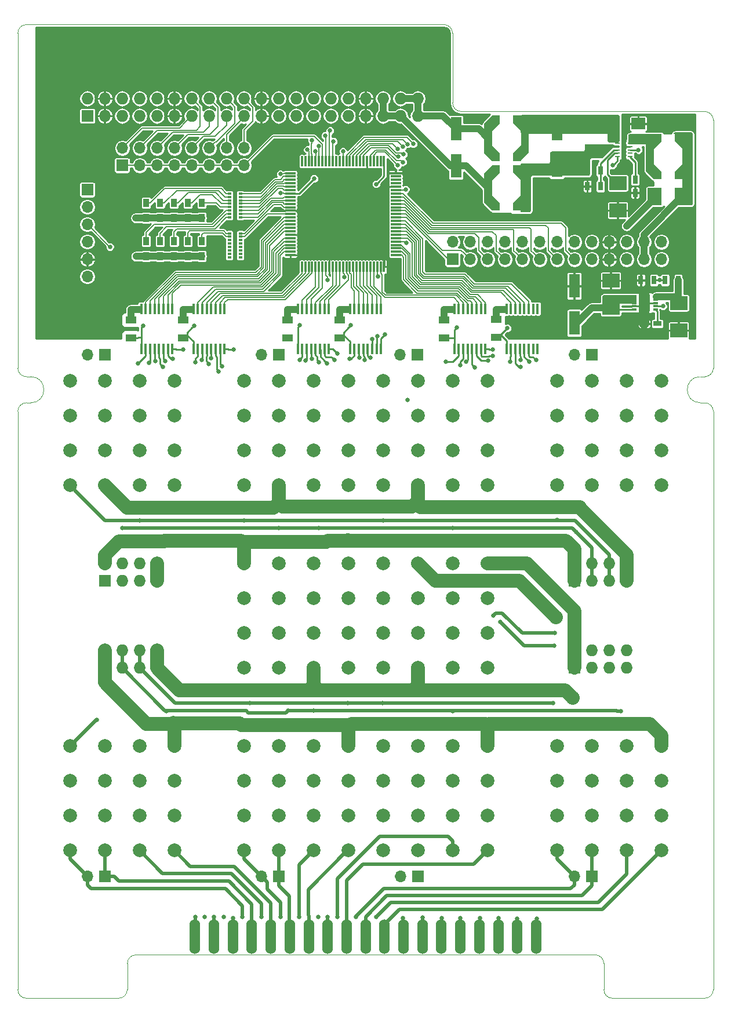
<source format=gtl>
G04 #@! TF.FileFunction,Copper,L1,Top,Signal*
%FSLAX46Y46*%
G04 Gerber Fmt 4.6, Leading zero omitted, Abs format (unit mm)*
G04 Created by KiCad (PCBNEW 4.0.7) date Monday, June 18, 2018 'PMt' 03:40:44 PM*
%MOMM*%
%LPD*%
G01*
G04 APERTURE LIST*
%ADD10C,0.020000*%
%ADD11C,0.100000*%
%ADD12O,1.524000X5.080000*%
%ADD13C,0.660400*%
%ADD14C,2.000000*%
%ADD15R,1.727200X1.727200*%
%ADD16O,1.727200X1.727200*%
%ADD17R,2.500000X2.000000*%
%ADD18R,0.750000X1.200000*%
%ADD19R,2.000000X2.500000*%
%ADD20R,1.200000X0.750000*%
%ADD21R,0.900000X1.200000*%
%ADD22R,0.450000X1.500000*%
%ADD23R,1.500000X0.300000*%
%ADD24R,0.300000X1.500000*%
%ADD25R,0.650000X0.300000*%
%ADD26R,0.775000X1.240000*%
%ADD27R,1.700000X1.700000*%
%ADD28O,1.700000X1.700000*%
%ADD29R,0.600000X0.350000*%
%ADD30R,2.000000X1.700000*%
%ADD31R,0.700000X0.250000*%
%ADD32R,0.640000X1.200000*%
%ADD33R,0.700000X1.300000*%
%ADD34R,1.600000X1.000000*%
%ADD35R,1.600000X3.500000*%
%ADD36C,2.032000*%
%ADD37C,0.254000*%
%ADD38C,1.016000*%
%ADD39C,0.152400*%
%ADD40C,1.524000*%
%ADD41C,0.250000*%
%ADD42C,2.032000*%
%ADD43C,0.508000*%
%ADD44C,0.228600*%
%ADD45C,0.177800*%
G04 APERTURE END LIST*
D10*
D11*
X36068000Y-88900000D02*
X49530000Y-88900000D01*
X34798000Y-83820000D02*
X34798000Y-87630000D01*
X-33528000Y-82550000D02*
X33528000Y-82550000D01*
X-34798000Y-83820000D02*
X-34798000Y-87630000D01*
X34798000Y-83820000D02*
G75*
G03X33528000Y-82550000I-1270000J0D01*
G01*
X34798000Y-87630000D02*
G75*
G03X36068000Y-88900000I1270000J0D01*
G01*
X-33530217Y-82550002D02*
G75*
G03X-34798000Y-83820000I2217J-1269998D01*
G01*
X-34798000Y-87630000D02*
G75*
G02X-36068000Y-88900000I-1270000J0D01*
G01*
X-50800000Y-3175000D02*
G75*
G02X-49530000Y-1905000I1270000J0D01*
G01*
X-49530000Y-1905000D02*
X-48895000Y-1905000D01*
X-48895000Y1905000D02*
G75*
G02X-48895000Y-1905000I0J-1905000D01*
G01*
X-48895000Y1905000D02*
X-49530000Y1905000D01*
X-49530000Y1905000D02*
G75*
G02X-50800000Y3175000I0J1270000D01*
G01*
X-50800000Y52070000D02*
X-50800000Y3175000D01*
X-50800000Y52070000D02*
G75*
G02X-49530000Y53340000I1270000J0D01*
G01*
X11430000Y53340000D02*
X-49530000Y53340000D01*
X11430000Y53340000D02*
G75*
G02X12700000Y52070000I0J-1270000D01*
G01*
X12700000Y52070000D02*
X12700000Y41910000D01*
X13970000Y40640000D02*
G75*
G02X12700000Y41910000I0J1270000D01*
G01*
X13970000Y40640000D02*
X49530000Y40640000D01*
X49530000Y40640000D02*
G75*
G02X50800000Y39370000I0J-1270000D01*
G01*
X50800000Y3175000D02*
X50800000Y39370000D01*
X50800000Y3175000D02*
G75*
G02X49530000Y1905000I-1270000J0D01*
G01*
X48895000Y1905000D02*
X49530000Y1905000D01*
X48895000Y-1905000D02*
G75*
G02X48895000Y1905000I0J1905000D01*
G01*
X49530000Y-1905000D02*
X48895000Y-1905000D01*
X49530000Y-1905000D02*
G75*
G02X50800000Y-3175000I0J-1270000D01*
G01*
X50800000Y-87630000D02*
X50800000Y-3175000D01*
X50800000Y-87630000D02*
G75*
G02X49530000Y-88900000I-1270000J0D01*
G01*
X-49530000Y-88900000D02*
X-36068000Y-88900000D01*
X-49530000Y-88900000D02*
G75*
G02X-50800000Y-87630000I0J1270000D01*
G01*
X-50800000Y-3175000D02*
X-50800000Y-87630000D01*
D12*
X24917400Y-79865198D03*
X22148800Y-79865198D03*
X19380200Y-79865198D03*
X16611600Y-79865198D03*
X13843000Y-79865198D03*
X11074400Y-79865198D03*
X8305800Y-79865198D03*
X5537200Y-79865198D03*
X2768600Y-79865198D03*
X0Y-79865198D03*
X-2768600Y-79865198D03*
X-5537200Y-79865198D03*
X-8305800Y-79865198D03*
X-11074400Y-79865198D03*
X-13843000Y-79865198D03*
X-16611600Y-79865198D03*
X-19380200Y-79865198D03*
X-22148800Y-79865198D03*
X-24917400Y-79865198D03*
D13*
X38354000Y33020000D03*
X37846000Y38100000D03*
X37846000Y36830000D03*
X37338000Y32258000D03*
X36830000Y8890000D03*
X-12700000Y34290000D03*
X-43180000Y8890000D03*
X-39370000Y8890000D03*
X-39370000Y12700000D03*
X-43180000Y12700000D03*
X-39370000Y33020000D03*
X-43180000Y36830000D03*
X-39370000Y36830000D03*
X-43180000Y33020000D03*
X-5080000Y46990000D03*
X2540000Y46990000D03*
X6350000Y46990000D03*
X-8890000Y46990000D03*
X-1270000Y46990000D03*
X-35560000Y46990000D03*
X-31750000Y46990000D03*
X-39370000Y46990000D03*
X-27940000Y46990000D03*
X-20320000Y46990000D03*
X-43180000Y46990000D03*
X-24130000Y46990000D03*
X-12700000Y46990000D03*
X-16510000Y46990000D03*
X6350000Y50800000D03*
X2540000Y50800000D03*
X-5080000Y50800000D03*
X-8890000Y50800000D03*
X-12700000Y50800000D03*
X-16510000Y50800000D03*
X-1270000Y50800000D03*
X-20320000Y50800000D03*
X-24130000Y50800000D03*
X-27940000Y50800000D03*
X-31750000Y50800000D03*
X-35560000Y50800000D03*
X-39370000Y50800000D03*
X-43180000Y50800000D03*
X10668000Y27940000D03*
X25400000Y15240000D03*
X27940000Y15240000D03*
X46990000Y19050000D03*
X46990000Y21590000D03*
X46990000Y24130000D03*
X46990000Y39370000D03*
X43180000Y39370000D03*
X26670000Y27940000D03*
X33020000Y25400000D03*
X-7112000Y29210000D03*
X254000Y29210000D03*
X254000Y21844000D03*
X-7112000Y21844000D03*
D14*
X12700000Y-40640000D03*
X12700000Y-35560000D03*
X12700000Y-30480000D03*
X12700000Y-25400000D03*
X7620000Y-40640000D03*
X7620000Y-35560000D03*
X7620000Y-30480000D03*
X7620000Y-25400000D03*
X-2540000Y-25400000D03*
X-2540000Y-30480000D03*
X-2540000Y-35560000D03*
X-2540000Y-40640000D03*
X2540000Y-40640000D03*
X2540000Y-35560000D03*
X2540000Y-30480000D03*
X2540000Y-25400000D03*
D15*
X30480000Y-27940000D03*
D16*
X30480000Y-25400000D03*
X33020000Y-27940000D03*
X33020000Y-25400000D03*
X35560000Y-27940000D03*
X35560000Y-25400000D03*
X38100000Y-27940000D03*
X38100000Y-25400000D03*
D15*
X-38100000Y-27940000D03*
D16*
X-38100000Y-25400000D03*
X-35560000Y-27940000D03*
X-35560000Y-25400000D03*
X-33020000Y-27940000D03*
X-33020000Y-25400000D03*
X-30480000Y-27940000D03*
X-30480000Y-25400000D03*
D10*
G36*
X42083500Y30736000D02*
X40908500Y31911000D01*
X40908500Y36161000D01*
X42083500Y37336000D01*
X42083500Y30736000D01*
X42083500Y30736000D01*
G37*
G36*
X43208500Y30723500D02*
X42083500Y30723500D01*
X42083500Y31848500D01*
X43208500Y31848500D01*
X43208500Y30723500D01*
X43208500Y30723500D01*
G37*
G36*
X43208500Y36223500D02*
X42083500Y36223500D01*
X42083500Y37348500D01*
X43208500Y37348500D01*
X43208500Y36223500D01*
X43208500Y36223500D01*
G37*
G36*
X42083500Y32960500D02*
X43208500Y31836500D01*
X43208500Y31835500D01*
X42083500Y30711500D01*
X42083500Y32960500D01*
X42083500Y32960500D01*
G37*
G36*
X42083500Y37360500D02*
X43208500Y36236500D01*
X43208500Y36235500D01*
X42083500Y35111500D01*
X42083500Y37360500D01*
X42083500Y37360500D01*
G37*
G36*
X46309101Y37352373D02*
X47484101Y36177373D01*
X47484101Y31927373D01*
X46309101Y30752373D01*
X46309101Y37352373D01*
X46309101Y37352373D01*
G37*
G36*
X45184101Y37364873D02*
X46309101Y37364873D01*
X46309101Y36239873D01*
X45184101Y36239873D01*
X45184101Y37364873D01*
X45184101Y37364873D01*
G37*
G36*
X46309101Y35127873D02*
X45184101Y36251873D01*
X45184101Y36252873D01*
X46309101Y37376873D01*
X46309101Y35127873D01*
X46309101Y35127873D01*
G37*
G36*
X45184101Y31864873D02*
X46309101Y31864873D01*
X46309101Y30739873D01*
X45184101Y30739873D01*
X45184101Y31864873D01*
X45184101Y31864873D01*
G37*
G36*
X46309101Y30727873D02*
X45184101Y31851873D01*
X45184101Y31852873D01*
X46309101Y32976873D01*
X46309101Y30727873D01*
X46309101Y30727873D01*
G37*
D14*
X-43180000Y-13970000D03*
X-43180000Y-8890000D03*
X-43180000Y-3810000D03*
X-43180000Y1270000D03*
X-7620000Y-13970000D03*
X-7620000Y-8890000D03*
X-7620000Y-3810000D03*
X-7620000Y1270000D03*
X7620000Y-13970000D03*
X7620000Y-8890000D03*
X7620000Y-3810000D03*
X7620000Y1270000D03*
X2540000Y-13970000D03*
X2540000Y-8890000D03*
X2540000Y-3810000D03*
X2540000Y1270000D03*
X33020000Y-13970000D03*
X33020000Y-8890000D03*
X33020000Y-3810000D03*
X33020000Y1270000D03*
X27940000Y-13970000D03*
X27940000Y-8890000D03*
X27940000Y-3810000D03*
X27940000Y1270000D03*
X43180000Y-13970000D03*
X43180000Y-8890000D03*
X43180000Y-3810000D03*
X43180000Y1270000D03*
X38100000Y-13970000D03*
X38100000Y-8890000D03*
X38100000Y-3810000D03*
X38100000Y1270000D03*
X17780000Y-13970000D03*
X17780000Y-8890000D03*
X17780000Y-3810000D03*
X17780000Y1270000D03*
D17*
X33274000Y34830000D03*
X33274000Y38830000D03*
X36830000Y30194000D03*
X36830000Y26194000D03*
D18*
X39370000Y30668000D03*
X39370000Y28768000D03*
D19*
X46196000Y28194000D03*
X42196000Y28194000D03*
D17*
X35814000Y11970000D03*
X35814000Y15970000D03*
D20*
X42606000Y9652000D03*
X40706000Y9652000D03*
D17*
X45720000Y12668000D03*
X45720000Y8668000D03*
D21*
X-32058926Y27272670D03*
X-32058926Y25072670D03*
X-30020164Y27272670D03*
X-30020164Y25072670D03*
X-27994926Y27272670D03*
X-27994926Y25072670D03*
X-25962926Y27272670D03*
X-25962926Y25072670D03*
X-23930926Y27272670D03*
X-23930926Y25072670D03*
X-32058926Y21684670D03*
X-32058926Y19484670D03*
X-30026926Y21684670D03*
X-30026926Y19484670D03*
X-27988164Y21684670D03*
X-27988164Y19484670D03*
X-25962926Y21684670D03*
X-25962926Y19484670D03*
X-23930926Y21684670D03*
X-23930926Y19484670D03*
D14*
X12700000Y-13970000D03*
X12700000Y-8890000D03*
X12700000Y-3810000D03*
X12700000Y1270000D03*
X-2540000Y-13970000D03*
X-2540000Y-8890000D03*
X-2540000Y-3810000D03*
X-2540000Y1270000D03*
X-12700000Y-13970000D03*
X-12700000Y-8890000D03*
X-12700000Y-3810000D03*
X-12700000Y1270000D03*
X-17780000Y-13970000D03*
X-17780000Y-8890000D03*
X-17780000Y-3810000D03*
X-17780000Y1270000D03*
X-27940000Y-13970000D03*
X-27940000Y-8890000D03*
X-27940000Y-3810000D03*
X-27940000Y1270000D03*
X-33020000Y-13970000D03*
X-33020000Y-8890000D03*
X-33020000Y-3810000D03*
X-33020000Y1270000D03*
X-38100000Y-13970000D03*
X-38100000Y-8890000D03*
X-38100000Y-3810000D03*
X-38100000Y1270000D03*
X-17780000Y-25400000D03*
X-17780000Y-30480000D03*
X-17780000Y-35560000D03*
X-17780000Y-40640000D03*
X-12700000Y-25400000D03*
X-12700000Y-30480000D03*
X-12700000Y-35560000D03*
X-12700000Y-40640000D03*
X-7620000Y-25400000D03*
X-7620000Y-30480000D03*
X-7620000Y-35560000D03*
X-7620000Y-40640000D03*
D22*
X-28205000Y11840000D03*
X-28855000Y11840000D03*
X-29505000Y11840000D03*
X-30155000Y11840000D03*
X-30805000Y11840000D03*
X-31455000Y11840000D03*
X-32105000Y11840000D03*
X-32755000Y11840000D03*
X-32755000Y5940000D03*
X-32105000Y5940000D03*
X-31455000Y5940000D03*
X-30805000Y5940000D03*
X-30155000Y5940000D03*
X-29505000Y5940000D03*
X-28855000Y5940000D03*
X-28205000Y5940000D03*
D23*
X4398000Y19654000D03*
X4398000Y20154000D03*
X4398000Y20654000D03*
X4398000Y21154000D03*
X4398000Y21654000D03*
X4398000Y22154000D03*
X4398000Y22654000D03*
X4398000Y23154000D03*
X4398000Y23654000D03*
X4398000Y24154000D03*
X4398000Y24654000D03*
X4398000Y25154000D03*
X4398000Y25654000D03*
X4398000Y26154000D03*
X4398000Y26654000D03*
X4398000Y27154000D03*
X4398000Y27654000D03*
X4398000Y28154000D03*
X4398000Y28654000D03*
X4398000Y29154000D03*
X4398000Y29654000D03*
X4398000Y30154000D03*
X4398000Y30654000D03*
X4398000Y31154000D03*
X4398000Y31654000D03*
D24*
X2698000Y33354000D03*
X2198000Y33354000D03*
X1698000Y33354000D03*
X1198000Y33354000D03*
X698000Y33354000D03*
X198000Y33354000D03*
X-302000Y33354000D03*
X-802000Y33354000D03*
X-1302000Y33354000D03*
X-1802000Y33354000D03*
X-2302000Y33354000D03*
X-2802000Y33354000D03*
X-3302000Y33354000D03*
X-3802000Y33354000D03*
X-4302000Y33354000D03*
X-4802000Y33354000D03*
X-5302000Y33354000D03*
X-5802000Y33354000D03*
X-6302000Y33354000D03*
X-6802000Y33354000D03*
X-7302000Y33354000D03*
X-7802000Y33354000D03*
X-8302000Y33354000D03*
X-8802000Y33354000D03*
X-9302000Y33354000D03*
D23*
X-11002000Y31654000D03*
X-11002000Y31154000D03*
X-11002000Y30654000D03*
X-11002000Y30154000D03*
X-11002000Y29654000D03*
X-11002000Y29154000D03*
X-11002000Y28654000D03*
X-11002000Y28154000D03*
X-11002000Y27654000D03*
X-11002000Y27154000D03*
X-11002000Y26654000D03*
X-11002000Y26154000D03*
X-11002000Y25654000D03*
X-11002000Y25154000D03*
X-11002000Y24654000D03*
X-11002000Y24154000D03*
X-11002000Y23654000D03*
X-11002000Y23154000D03*
X-11002000Y22654000D03*
X-11002000Y22154000D03*
X-11002000Y21654000D03*
X-11002000Y21154000D03*
X-11002000Y20654000D03*
X-11002000Y20154000D03*
X-11002000Y19654000D03*
D24*
X-9302000Y17954000D03*
X-8802000Y17954000D03*
X-8302000Y17954000D03*
X-7802000Y17954000D03*
X-7302000Y17954000D03*
X-6802000Y17954000D03*
X-6302000Y17954000D03*
X-5802000Y17954000D03*
X-5302000Y17954000D03*
X-4802000Y17954000D03*
X-4302000Y17954000D03*
X-3802000Y17954000D03*
X-3302000Y17954000D03*
X-2802000Y17954000D03*
X-2302000Y17954000D03*
X-1802000Y17954000D03*
X-1302000Y17954000D03*
X-802000Y17954000D03*
X-302000Y17954000D03*
X198000Y17954000D03*
X698000Y17954000D03*
X1198000Y17954000D03*
X1698000Y17954000D03*
X2198000Y17954000D03*
X2698000Y17954000D03*
D22*
X-20585000Y11840000D03*
X-21235000Y11840000D03*
X-21885000Y11840000D03*
X-22535000Y11840000D03*
X-23185000Y11840000D03*
X-23835000Y11840000D03*
X-24485000Y11840000D03*
X-25135000Y11840000D03*
X-25135000Y5940000D03*
X-24485000Y5940000D03*
X-23835000Y5940000D03*
X-23185000Y5940000D03*
X-22535000Y5940000D03*
X-21885000Y5940000D03*
X-21235000Y5940000D03*
X-20585000Y5940000D03*
X-5345000Y11840000D03*
X-5995000Y11840000D03*
X-6645000Y11840000D03*
X-7295000Y11840000D03*
X-7945000Y11840000D03*
X-8595000Y11840000D03*
X-9245000Y11840000D03*
X-9895000Y11840000D03*
X-9895000Y5940000D03*
X-9245000Y5940000D03*
X-8595000Y5940000D03*
X-7945000Y5940000D03*
X-7295000Y5940000D03*
X-6645000Y5940000D03*
X-5995000Y5940000D03*
X-5345000Y5940000D03*
D25*
X39223500Y13684000D03*
X39223500Y13184000D03*
X39223500Y12684000D03*
X39223500Y12184000D03*
X39223500Y11684000D03*
X42323500Y11684000D03*
X42323500Y12184000D03*
X42323500Y12684000D03*
X42323500Y13184000D03*
X42323500Y13684000D03*
D26*
X41161000Y12064000D03*
X41161000Y13304000D03*
X40386000Y12064000D03*
X40386000Y13304000D03*
D27*
X-40640000Y29210000D03*
D28*
X-40640000Y26670000D03*
X-40640000Y24130000D03*
X-40640000Y21590000D03*
X-40640000Y19050000D03*
X-40640000Y16510000D03*
D29*
X-19888079Y25174000D03*
X-18288079Y25174000D03*
X-19888079Y25674000D03*
X-18288079Y25674000D03*
X-19888079Y26174000D03*
X-18288079Y26174000D03*
X-19888079Y26674000D03*
X-18288079Y26674000D03*
X-19888079Y27174000D03*
X-18288079Y27174000D03*
X-19888079Y27674000D03*
X-18288079Y27674000D03*
X-19888079Y28174000D03*
X-18288079Y28174000D03*
X-19888079Y28674000D03*
X-18288079Y28674000D03*
X-19888000Y19344000D03*
X-18288000Y19344000D03*
X-19888000Y19844000D03*
X-18288000Y19844000D03*
X-19888000Y20344000D03*
X-18288000Y20344000D03*
X-19888000Y20844000D03*
X-18288000Y20844000D03*
X-19888000Y21344000D03*
X-18288000Y21344000D03*
X-19888000Y21844000D03*
X-18288000Y21844000D03*
X-19888000Y22344000D03*
X-18288000Y22344000D03*
X-19888000Y22844000D03*
X-18288000Y22844000D03*
D30*
X39846000Y38862000D03*
X35846000Y38862000D03*
D31*
X36758000Y36036000D03*
X36758000Y35536000D03*
X36758000Y35036000D03*
X36758000Y34536000D03*
X36758000Y34036000D03*
X38608000Y34036000D03*
X38608000Y34536000D03*
X38608000Y35036000D03*
X38608000Y35536000D03*
X38608000Y36036000D03*
D32*
X37683000Y34436000D03*
X37683000Y35636000D03*
D33*
X34290000Y32004000D03*
X32390000Y32004000D03*
X32390000Y29718000D03*
X34290000Y29718000D03*
X43754000Y16002000D03*
X45654000Y16002000D03*
X40198000Y16002000D03*
X42098000Y16002000D03*
D14*
X17780000Y-40640000D03*
X17780000Y-35560000D03*
X17780000Y-30480000D03*
X17780000Y-25400000D03*
X43180000Y-52070000D03*
X43180000Y-57150000D03*
X43180000Y-62230000D03*
X43180000Y-67310000D03*
X38100000Y-52070000D03*
X38100000Y-57150000D03*
X38100000Y-62230000D03*
X38100000Y-67310000D03*
X33020000Y-52070000D03*
X33020000Y-57150000D03*
X33020000Y-62230000D03*
X33020000Y-67310000D03*
X27940000Y-52070000D03*
X27940000Y-57150000D03*
X27940000Y-62230000D03*
X27940000Y-67310000D03*
X17780000Y-52070000D03*
X17780000Y-57150000D03*
X17780000Y-62230000D03*
X17780000Y-67310000D03*
X12700000Y-52070000D03*
X12700000Y-57150000D03*
X12700000Y-62230000D03*
X12700000Y-67310000D03*
X7620000Y-52070000D03*
X7620000Y-57150000D03*
X7620000Y-62230000D03*
X7620000Y-67310000D03*
X2540000Y-52070000D03*
X2540000Y-57150000D03*
X2540000Y-62230000D03*
X2540000Y-67310000D03*
X-2540000Y-52070000D03*
X-2540000Y-57150000D03*
X-2540000Y-62230000D03*
X-2540000Y-67310000D03*
X-7620000Y-52070000D03*
X-7620000Y-57150000D03*
X-7620000Y-62230000D03*
X-7620000Y-67310000D03*
X-12700000Y-52070000D03*
X-12700000Y-57150000D03*
X-12700000Y-62230000D03*
X-12700000Y-67310000D03*
X-17780000Y-52070000D03*
X-17780000Y-57150000D03*
X-17780000Y-62230000D03*
X-17780000Y-67310000D03*
X-27940000Y-52070000D03*
X-27940000Y-57150000D03*
X-27940000Y-62230000D03*
X-27940000Y-67310000D03*
X-33020000Y-52070000D03*
X-33020000Y-57150000D03*
X-33020000Y-62230000D03*
X-33020000Y-67310000D03*
X-38100000Y-52070000D03*
X-38100000Y-57150000D03*
X-38100000Y-62230000D03*
X-38100000Y-67310000D03*
X-43180000Y-52070000D03*
X-43180000Y-57150000D03*
X-43180000Y-62230000D03*
X-43180000Y-67310000D03*
D22*
X2275000Y11840000D03*
X1625000Y11840000D03*
X975000Y11840000D03*
X325000Y11840000D03*
X-325000Y11840000D03*
X-975000Y11840000D03*
X-1625000Y11840000D03*
X-2275000Y11840000D03*
X-2275000Y5940000D03*
X-1625000Y5940000D03*
X-975000Y5940000D03*
X-325000Y5940000D03*
X325000Y5940000D03*
X975000Y5940000D03*
X1625000Y5940000D03*
X2275000Y5940000D03*
X17515000Y11840000D03*
X16865000Y11840000D03*
X16215000Y11840000D03*
X15565000Y11840000D03*
X14915000Y11840000D03*
X14265000Y11840000D03*
X13615000Y11840000D03*
X12965000Y11840000D03*
X12965000Y5940000D03*
X13615000Y5940000D03*
X14265000Y5940000D03*
X14915000Y5940000D03*
X15565000Y5940000D03*
X16215000Y5940000D03*
X16865000Y5940000D03*
X17515000Y5940000D03*
X25135000Y11840000D03*
X24485000Y11840000D03*
X23835000Y11840000D03*
X23185000Y11840000D03*
X22535000Y11840000D03*
X21885000Y11840000D03*
X21235000Y11840000D03*
X20585000Y11840000D03*
X20585000Y5940000D03*
X21235000Y5940000D03*
X21885000Y5940000D03*
X22535000Y5940000D03*
X23185000Y5940000D03*
X23835000Y5940000D03*
X24485000Y5940000D03*
X25135000Y5940000D03*
D15*
X-40640000Y39992300D03*
D16*
X-40640000Y42532300D03*
X-38100000Y39992300D03*
X-38100000Y42532300D03*
X-35560000Y39992300D03*
X-35560000Y42532300D03*
X-33020000Y39992300D03*
X-33020000Y42532300D03*
X-30480000Y39992300D03*
X-30480000Y42532300D03*
X-27940000Y39992300D03*
X-27940000Y42532300D03*
X-25400000Y39992300D03*
X-25400000Y42532300D03*
X-22860000Y39992300D03*
X-22860000Y42532300D03*
X-20320000Y39992300D03*
X-20320000Y42532300D03*
X-17780000Y39992300D03*
X-17780000Y42532300D03*
X-15240000Y39992300D03*
X-15240000Y42532300D03*
X-12700000Y39992300D03*
X-12700000Y42532300D03*
X-10160000Y39992300D03*
X-10160000Y42532300D03*
X-7620000Y39992300D03*
X-7620000Y42532300D03*
X-5080000Y39992300D03*
X-5080000Y42532300D03*
X-2540000Y39992300D03*
X-2540000Y42532300D03*
X0Y39992300D03*
X0Y42532300D03*
X2540000Y39992300D03*
X2540000Y42532300D03*
X5080000Y39992300D03*
X5080000Y42532300D03*
X7620000Y39992300D03*
X7620000Y42532300D03*
D27*
X-35560000Y32766000D03*
D28*
X-35560000Y35306000D03*
X-33020000Y32766000D03*
X-33020000Y35306000D03*
X-30480000Y32766000D03*
X-30480000Y35306000D03*
X-27940000Y32766000D03*
X-27940000Y35306000D03*
X-25400000Y32766000D03*
X-25400000Y35306000D03*
X-22860000Y32766000D03*
X-22860000Y35306000D03*
X-20320000Y32766000D03*
X-20320000Y35306000D03*
X-17780000Y32766000D03*
X-17780000Y35306000D03*
D15*
X-38100000Y-40640000D03*
D16*
X-38100000Y-38100000D03*
X-35560000Y-40640000D03*
X-35560000Y-38100000D03*
X-33020000Y-40640000D03*
X-33020000Y-38100000D03*
X-30480000Y-40640000D03*
X-30480000Y-38100000D03*
D15*
X30480000Y-40640000D03*
D16*
X30480000Y-38100000D03*
X33020000Y-40640000D03*
X33020000Y-38100000D03*
X35560000Y-40640000D03*
X35560000Y-38100000D03*
X38100000Y-40640000D03*
X38100000Y-38100000D03*
D27*
X33020000Y5080000D03*
D28*
X30480000Y5080000D03*
D27*
X7605000Y5080000D03*
D28*
X5065000Y5080000D03*
D27*
X-12700000Y5080000D03*
D28*
X-15240000Y5080000D03*
D27*
X-38100000Y5080000D03*
D28*
X-40640000Y5080000D03*
D27*
X33020000Y-71120000D03*
D28*
X30480000Y-71120000D03*
D27*
X7620000Y-71120000D03*
D28*
X5080000Y-71120000D03*
D27*
X-12700000Y-71120000D03*
D28*
X-15240000Y-71120000D03*
D27*
X-38100000Y-71120000D03*
D28*
X-40640000Y-71120000D03*
D10*
G36*
X18461500Y26164000D02*
X17286500Y27339000D01*
X17286500Y31589000D01*
X18461500Y32764000D01*
X18461500Y26164000D01*
X18461500Y26164000D01*
G37*
G36*
X19586500Y26151500D02*
X18461500Y26151500D01*
X18461500Y27276500D01*
X19586500Y27276500D01*
X19586500Y26151500D01*
X19586500Y26151500D01*
G37*
G36*
X19586500Y31651500D02*
X18461500Y31651500D01*
X18461500Y32776500D01*
X19586500Y32776500D01*
X19586500Y31651500D01*
X19586500Y31651500D01*
G37*
G36*
X18461500Y28388500D02*
X19586500Y27264500D01*
X19586500Y27263500D01*
X18461500Y26139500D01*
X18461500Y28388500D01*
X18461500Y28388500D01*
G37*
G36*
X18461500Y32788500D02*
X19586500Y31664500D01*
X19586500Y31663500D01*
X18461500Y30539500D01*
X18461500Y32788500D01*
X18461500Y32788500D01*
G37*
G36*
X22687101Y32780373D02*
X23862101Y31605373D01*
X23862101Y27355373D01*
X22687101Y26180373D01*
X22687101Y32780373D01*
X22687101Y32780373D01*
G37*
G36*
X21562101Y32792873D02*
X22687101Y32792873D01*
X22687101Y31667873D01*
X21562101Y31667873D01*
X21562101Y32792873D01*
X21562101Y32792873D01*
G37*
G36*
X22687101Y30555873D02*
X21562101Y31679873D01*
X21562101Y31680873D01*
X22687101Y32804873D01*
X22687101Y30555873D01*
X22687101Y30555873D01*
G37*
G36*
X21562101Y27292873D02*
X22687101Y27292873D01*
X22687101Y26167873D01*
X21562101Y26167873D01*
X21562101Y27292873D01*
X21562101Y27292873D01*
G37*
G36*
X22687101Y26155873D02*
X21562101Y27279873D01*
X21562101Y27280873D01*
X22687101Y28404873D01*
X22687101Y26155873D01*
X22687101Y26155873D01*
G37*
G36*
X18461500Y33427627D02*
X17286500Y34602627D01*
X17286500Y38852627D01*
X18461500Y40027627D01*
X18461500Y33427627D01*
X18461500Y33427627D01*
G37*
G36*
X19586500Y33415127D02*
X18461500Y33415127D01*
X18461500Y34540127D01*
X19586500Y34540127D01*
X19586500Y33415127D01*
X19586500Y33415127D01*
G37*
G36*
X19586500Y38915127D02*
X18461500Y38915127D01*
X18461500Y40040127D01*
X19586500Y40040127D01*
X19586500Y38915127D01*
X19586500Y38915127D01*
G37*
G36*
X18461500Y35652127D02*
X19586500Y34528127D01*
X19586500Y34527127D01*
X18461500Y33403127D01*
X18461500Y35652127D01*
X18461500Y35652127D01*
G37*
G36*
X18461500Y40052127D02*
X19586500Y38928127D01*
X19586500Y38927127D01*
X18461500Y37803127D01*
X18461500Y40052127D01*
X18461500Y40052127D01*
G37*
G36*
X22687101Y40044000D02*
X23862101Y38869000D01*
X23862101Y34619000D01*
X22687101Y33444000D01*
X22687101Y40044000D01*
X22687101Y40044000D01*
G37*
G36*
X21562101Y40056500D02*
X22687101Y40056500D01*
X22687101Y38931500D01*
X21562101Y38931500D01*
X21562101Y40056500D01*
X21562101Y40056500D01*
G37*
G36*
X22687101Y37819500D02*
X21562101Y38943500D01*
X21562101Y38944500D01*
X22687101Y40068500D01*
X22687101Y37819500D01*
X22687101Y37819500D01*
G37*
G36*
X21562101Y34556500D02*
X22687101Y34556500D01*
X22687101Y33431500D01*
X21562101Y33431500D01*
X21562101Y34556500D01*
X21562101Y34556500D01*
G37*
G36*
X22687101Y33419500D02*
X21562101Y34543500D01*
X21562101Y34544500D01*
X22687101Y35668500D01*
X22687101Y33419500D01*
X22687101Y33419500D01*
G37*
D34*
X-34290000Y7590000D03*
X-34290000Y10190000D03*
X-26670000Y7590000D03*
X-26670000Y10190000D03*
X-11430000Y7590000D03*
X-11430000Y10190000D03*
D35*
X13208000Y32700000D03*
X13208000Y38100000D03*
D34*
X-3810000Y7590000D03*
X-3810000Y10190000D03*
X11430000Y7590000D03*
X11430000Y10190000D03*
X19050000Y7656000D03*
X19050000Y10256000D03*
D35*
X30480000Y9746000D03*
X30480000Y15146000D03*
X27940000Y32766000D03*
X27940000Y38166000D03*
D27*
X12700000Y19050000D03*
D28*
X12700000Y21590000D03*
X15240000Y19050000D03*
X15240000Y21590000D03*
X17780000Y19050000D03*
X17780000Y21590000D03*
X20320000Y19050000D03*
X20320000Y21590000D03*
X22860000Y19050000D03*
X22860000Y21590000D03*
X25400000Y19050000D03*
X25400000Y21590000D03*
X27940000Y19050000D03*
X27940000Y21590000D03*
X30480000Y19050000D03*
X30480000Y21590000D03*
X33020000Y19050000D03*
X33020000Y21590000D03*
X35560000Y19050000D03*
X35560000Y21590000D03*
X38100000Y19050000D03*
X38100000Y21590000D03*
X40640000Y19050000D03*
X40640000Y21590000D03*
X43180000Y19050000D03*
X43180000Y21590000D03*
D13*
X-3302000Y25654000D03*
X-7517418Y30850292D03*
X43382177Y13543089D03*
X1550146Y30043043D03*
X-12446000Y28702000D03*
X5947631Y21440612D03*
X33018855Y11935711D03*
X-33546575Y25067983D03*
X-33534143Y19473689D03*
X1807610Y16510000D03*
X5842000Y29260808D03*
X-3302000Y34798000D03*
X-12446000Y31496000D03*
X-3141590Y16442071D03*
X20678087Y8996476D03*
X13305337Y9086005D03*
X-2146597Y9392544D03*
X-9631185Y9415394D03*
X-25009760Y9386386D03*
X-32509803Y9379001D03*
X36066854Y32761384D03*
X43814702Y25759836D03*
X42926000Y16002000D03*
X43434000Y12192000D03*
X-6858000Y35560000D03*
X-7874000Y36449009D03*
X-8483611Y35052000D03*
X-37343493Y20871879D03*
X-5588000Y16002000D03*
X38104019Y23894573D03*
X30502058Y37729598D03*
X19050000Y11684000D03*
X11430000Y11684000D03*
X-3810000Y11684000D03*
X-11430000Y11684000D03*
X-26670000Y11684000D03*
X-34290000Y11684000D03*
D36*
X-27956009Y-22075879D03*
X-2562400Y-22020387D03*
X17785987Y-22054438D03*
D13*
X-6789956Y-20164199D03*
X-12673499Y-20194027D03*
X-35491817Y-20224420D03*
X30754642Y-20801159D03*
X12700000Y-20194520D03*
D36*
X-8000990Y-17073960D03*
X-30562397Y-17242228D03*
X31242000Y-17162213D03*
D13*
X-33020000Y-19126200D03*
X-17780000Y-19126200D03*
X27940000Y-19050000D03*
X2532649Y-19065013D03*
D36*
X-18434072Y-48733211D03*
D13*
X-11329200Y-46879001D03*
X-29134960Y-46938133D03*
X37243894Y-46977481D03*
X-7624964Y-46848479D03*
X12700000Y-46931243D03*
X-16880838Y-45799354D03*
X-39261443Y-48207584D03*
X-2561586Y-45745332D03*
X2518414Y-45745332D03*
X27404424Y-45745332D03*
D36*
X-13506442Y-43922525D03*
X30284368Y-44985291D03*
D13*
X24974165Y-77235053D03*
X22156657Y-77268629D03*
X19414177Y-77226102D03*
X16671437Y-77186729D03*
X13848067Y-77162226D03*
X11143056Y-77173857D03*
X8354234Y-77138443D03*
X5474618Y-77149409D03*
X-5563623Y-77042551D03*
X19651431Y-33904800D03*
X-22127566Y-77013996D03*
X27572281Y-37411073D03*
X18673280Y-32954553D03*
X-24895274Y-77013996D03*
X27631222Y-35558450D03*
X1535005Y-77025001D03*
X-1392196Y-77013996D03*
X-12443333Y-77013996D03*
X-4151094Y-77013996D03*
X-6898748Y-77013996D03*
X-9689714Y-77013996D03*
X-15196953Y-77013996D03*
X-23520235Y-77013996D03*
D36*
X27835177Y-33281752D03*
D13*
X-17980181Y-77038241D03*
X-20749833Y-77013996D03*
X30480000Y32766000D03*
X-4706696Y36264108D03*
X-5920812Y37104407D03*
X-5187242Y37840639D03*
X4696448Y32815249D03*
X5434422Y33257117D03*
X4739347Y34036001D03*
X5516468Y34374728D03*
X4669242Y35166593D03*
X5448869Y35492339D03*
X6159689Y35886546D03*
X6972010Y35914793D03*
X24892000Y4318000D03*
X23868258Y4103123D03*
X22606000Y4318000D03*
X22606000Y3302000D03*
X15915129Y3263295D03*
X11684000Y4064000D03*
X925961Y7434757D03*
X-927274Y4650128D03*
X-4553841Y4323498D03*
X-7841823Y4535545D03*
X-19304000Y5842000D03*
X-22535000Y4643000D03*
X-28194000Y4507777D03*
X-29238510Y4186569D03*
X-30726440Y4194387D03*
X-33231000Y3810000D03*
X21082000Y4064000D03*
X18542000Y5842000D03*
X18532587Y4951731D03*
X17902443Y4255256D03*
X13810166Y3577626D03*
X1718315Y7785907D03*
X-167632Y4360979D03*
X-4117011Y5293719D03*
X-6856009Y4032062D03*
X-9636065Y4330240D03*
X-21484090Y2614464D03*
X-23957411Y4322228D03*
X-24865331Y4041872D03*
X-26670000Y5842000D03*
X-29598500Y3346000D03*
X-31628913Y3959327D03*
X-7366000Y34798000D03*
X39862000Y35036000D03*
X-22872711Y3773492D03*
X-20976079Y3430796D03*
X-8743925Y4295673D03*
X-5630757Y3860372D03*
X14684587Y4097522D03*
X2835908Y8065318D03*
X6096000Y-1524000D03*
X698611Y4710132D03*
X-2361917Y4545384D03*
X-19380200Y-77216000D03*
D37*
X-7847617Y30520093D02*
X-7517418Y30850292D01*
X-9713710Y28654000D02*
X-7847617Y30520093D01*
X-11002000Y28654000D02*
X-9713710Y28654000D01*
X43241266Y13684000D02*
X43382177Y13543089D01*
X42323500Y13684000D02*
X43241266Y13684000D01*
X1880345Y30373242D02*
X1550146Y30043043D01*
X2698000Y31190897D02*
X1880345Y30373242D01*
X2698000Y33354000D02*
X2698000Y31190897D01*
D38*
X42459038Y13548462D02*
X45705865Y13548462D01*
X45705865Y13548462D02*
X45720000Y13534327D01*
X45720000Y13534327D02*
X45720000Y12668000D01*
X45654000Y16002000D02*
X45654000Y12734000D01*
X45654000Y12734000D02*
X45720000Y12668000D01*
D39*
X-11952400Y28702000D02*
X-12446000Y28702000D01*
X-11002000Y28654000D02*
X-11904400Y28654000D01*
X-11904400Y28654000D02*
X-11952400Y28702000D01*
D40*
X40706000Y9652000D02*
X40706000Y14374497D01*
D38*
X40706000Y14374497D02*
X40697765Y14382732D01*
D41*
X38608000Y35536000D02*
X37783000Y35536000D01*
X37783000Y35536000D02*
X37683000Y35636000D01*
X42323500Y12684000D02*
X41006000Y12684000D01*
X41006000Y12684000D02*
X40386000Y13304000D01*
X39223500Y12184000D02*
X40266000Y12184000D01*
X40266000Y12184000D02*
X40386000Y12064000D01*
D39*
X-15184505Y40416095D02*
X-15176500Y40424100D01*
D41*
X39228925Y11682160D02*
X39227085Y11684000D01*
X39227085Y11684000D02*
X36100000Y11684000D01*
X36100000Y11684000D02*
X35814000Y11970000D01*
D39*
X5734243Y21654000D02*
X5947631Y21440612D01*
X4398000Y21654000D02*
X5734243Y21654000D01*
D38*
X33018855Y11935711D02*
X30842673Y9759529D01*
X30842673Y9759529D02*
X30480000Y10122202D01*
X30480000Y10122202D02*
X30480000Y9746000D01*
X35814000Y11970000D02*
X33053144Y11970000D01*
X33053144Y11970000D02*
X33018855Y11935711D01*
X-33541888Y25072670D02*
X-33546575Y25067983D01*
X-23930926Y25072670D02*
X-33541888Y25072670D01*
X-33523162Y19484670D02*
X-33534143Y19473689D01*
X-23930926Y19484670D02*
X-33523162Y19484670D01*
D39*
X1698000Y16619610D02*
X1807610Y16510000D01*
X1698000Y17954000D02*
X1698000Y16619610D01*
X5735192Y29154000D02*
X5842000Y29260808D01*
X4398000Y29154000D02*
X5735192Y29154000D01*
X-3302000Y33354000D02*
X-3302000Y34798000D01*
X-12062400Y31496000D02*
X-12446000Y31496000D01*
X-11002000Y31654000D02*
X-11904400Y31654000D01*
X-11904400Y31654000D02*
X-12062400Y31496000D01*
X-3302000Y17954000D02*
X-3302000Y17069454D01*
X-3302000Y17069454D02*
X-3141590Y16909044D01*
X-3141590Y16909044D02*
X-3141590Y16442071D01*
D37*
X20347888Y8666277D02*
X20678087Y8996476D01*
X19687611Y8006000D02*
X20347888Y8666277D01*
X19558000Y8006000D02*
X19687611Y8006000D01*
X12965000Y5940000D02*
X12965000Y7620000D01*
X12935000Y7590000D02*
X12965000Y7620000D01*
X12965000Y7620000D02*
X12965000Y8745668D01*
X11430000Y7590000D02*
X12935000Y7590000D01*
X12975138Y8755806D02*
X13305337Y9086005D01*
X12965000Y8745668D02*
X12975138Y8755806D01*
X-2476796Y9062345D02*
X-2146597Y9392544D01*
X-3181000Y8358141D02*
X-2476796Y9062345D01*
X-3181000Y7940000D02*
X-3181000Y8358141D01*
X-9895000Y9151579D02*
X-9631185Y9415394D01*
X-9895000Y5940000D02*
X-9895000Y9151579D01*
X-25339959Y9056187D02*
X-25009760Y9386386D01*
X-26041000Y8355146D02*
X-25339959Y9056187D01*
X-26041000Y7940000D02*
X-26041000Y8355146D01*
X-32755000Y5940000D02*
X-32755000Y7620000D01*
X-32755000Y7620000D02*
X-32755000Y9133804D01*
X-34290000Y7590000D02*
X-33236000Y7590000D01*
X-33236000Y7590000D02*
X-33206000Y7620000D01*
X-33206000Y7620000D02*
X-32755000Y7620000D01*
X-32755000Y9133804D02*
X-32509803Y9379001D01*
D41*
X36397053Y33091583D02*
X36066854Y32761384D01*
X36758000Y33452530D02*
X36397053Y33091583D01*
X36758000Y34036000D02*
X36758000Y33452530D01*
D38*
X40640000Y21590000D02*
X40640000Y22638000D01*
X40640000Y22638000D02*
X46196000Y28194000D01*
X40640000Y21590000D02*
X40640000Y21622000D01*
X40640000Y21590000D02*
X40640000Y19050000D01*
D37*
X19558000Y8006000D02*
X19744641Y8006000D01*
X19050000Y8006000D02*
X19558000Y8006000D01*
X-2275000Y6944000D02*
X-2275000Y5940000D01*
X-2275000Y7034000D02*
X-2275000Y6944000D01*
X-3181000Y7940000D02*
X-2275000Y7034000D01*
X19744641Y8006000D02*
X20585000Y7165641D01*
X20585000Y7165641D02*
X20585000Y5940000D01*
X-26670000Y7940000D02*
X-26041000Y7940000D01*
X-26041000Y7940000D02*
X-25135000Y7034000D01*
X-25135000Y7034000D02*
X-25135000Y6944000D01*
X-25135000Y6944000D02*
X-25135000Y5940000D01*
X-3810000Y7940000D02*
X-3181000Y7940000D01*
X35326000Y31448000D02*
X36580000Y30194000D01*
X36580000Y30194000D02*
X36830000Y30194000D01*
X35326000Y33548000D02*
X35326000Y31448000D01*
X36314000Y34536000D02*
X35326000Y33548000D01*
X36758000Y34536000D02*
X36314000Y34536000D01*
X38608000Y34036000D02*
X38608000Y33950183D01*
X38608000Y33950183D02*
X39370000Y33188183D01*
X39370000Y33188183D02*
X39370000Y30668000D01*
D41*
X42606000Y9652000D02*
X42606000Y11401500D01*
X42606000Y11401500D02*
X42323500Y11684000D01*
D39*
X-20340479Y28674000D02*
X-19888079Y28674000D01*
X-32058926Y27272670D02*
X-31456526Y27272670D01*
X-31456526Y27272670D02*
X-29334238Y29394958D01*
X-29334238Y29394958D02*
X-21061437Y29394958D01*
X-21061437Y29394958D02*
X-20340479Y28674000D01*
X-29417764Y27272670D02*
X-27600287Y29090147D01*
X-20340479Y28174000D02*
X-19888079Y28174000D01*
X-20554000Y28174000D02*
X-20340479Y28174000D01*
X-27600287Y29090147D02*
X-21470147Y29090147D01*
X-21470147Y29090147D02*
X-20554000Y28174000D01*
X-30020164Y27272670D02*
X-29417764Y27272670D01*
X-20340479Y27674000D02*
X-19888079Y27674000D01*
X-25879860Y28785336D02*
X-21927336Y28785336D01*
X-20816000Y27674000D02*
X-20340479Y27674000D01*
X-21927336Y28785336D02*
X-20816000Y27674000D01*
X-27392526Y27272670D02*
X-25879860Y28785336D01*
X-27994926Y27272670D02*
X-27392526Y27272670D01*
X-20340479Y27174000D02*
X-19888079Y27174000D01*
X-21078000Y27174000D02*
X-20340479Y27174000D01*
X-25360526Y27272670D02*
X-24152671Y28480525D01*
X-25962926Y27272670D02*
X-25360526Y27272670D01*
X-24152671Y28480525D02*
X-22384525Y28480525D01*
X-22384525Y28480525D02*
X-21078000Y27174000D01*
X-23930926Y27272670D02*
X-21797875Y27272670D01*
X-21797875Y27272670D02*
X-21199205Y26674000D01*
X-21199205Y26674000D02*
X-20340479Y26674000D01*
X-20340479Y26674000D02*
X-19888079Y26674000D01*
X-20340479Y26174000D02*
X-19888079Y26174000D01*
X-22372010Y24142469D02*
X-20340479Y26174000D01*
X-30853859Y24142469D02*
X-22372010Y24142469D01*
X-32058926Y22937402D02*
X-30853859Y24142469D01*
X-32058926Y21684670D02*
X-32058926Y22937402D01*
X-30026926Y21684670D02*
X-30026926Y22829674D01*
X-30026926Y22829674D02*
X-29054303Y23802297D01*
X-29054303Y23802297D02*
X-22212182Y23802297D01*
X-20340479Y25674000D02*
X-19888079Y25674000D01*
X-22212182Y23802297D02*
X-20340479Y25674000D01*
X-22016993Y23497486D02*
X-20340479Y25174000D01*
X-20340479Y25174000D02*
X-19888079Y25174000D01*
X-27576007Y23497486D02*
X-22016993Y23497486D01*
X-27988164Y23085329D02*
X-27576007Y23497486D01*
X-27988164Y21684670D02*
X-27988164Y23085329D01*
X-20689075Y23192675D02*
X-20340400Y22844000D01*
X-20340400Y22844000D02*
X-19888000Y22844000D01*
X-25962926Y22926260D02*
X-25696511Y23192675D01*
X-25962926Y21684670D02*
X-25962926Y22926260D01*
X-25696511Y23192675D02*
X-20689075Y23192675D01*
X-20340400Y22344000D02*
X-19888000Y22344000D01*
X-23930926Y21684670D02*
X-23930926Y22640221D01*
X-23930926Y22640221D02*
X-23690516Y22880631D01*
X-23690516Y22880631D02*
X-20877031Y22880631D01*
X-20877031Y22880631D02*
X-20340400Y22344000D01*
X-6302000Y34256400D02*
X-6302000Y33354000D01*
X-6299198Y35828226D02*
X-6299198Y35291774D01*
X-6299198Y35291774D02*
X-6302000Y35288972D01*
X-7478783Y37007811D02*
X-6299198Y35828226D01*
X-17780000Y32766000D02*
X-13538189Y37007811D01*
X-6302000Y35288972D02*
X-6302000Y34256400D01*
X-13538189Y37007811D02*
X-7478783Y37007811D01*
X-35560000Y32766000D02*
X-17780000Y32766000D01*
D37*
X34290000Y32004000D02*
X34290000Y33086751D01*
X34290000Y33086751D02*
X36239249Y35036000D01*
X36239249Y35036000D02*
X36758000Y35036000D01*
X34290000Y32004000D02*
X34290000Y29718000D01*
X42098000Y16002000D02*
X42926000Y16002000D01*
X42926000Y16002000D02*
X43754000Y16002000D01*
X43172000Y12184000D02*
X43180000Y12192000D01*
X43180000Y12192000D02*
X43434000Y12192000D01*
X42323500Y12184000D02*
X43172000Y12184000D01*
D39*
X-6802000Y33354000D02*
X-6802000Y35504000D01*
X-6802000Y35504000D02*
X-6858000Y35560000D01*
X-7924801Y35931235D02*
X-7874000Y35982036D01*
X-7924801Y34529775D02*
X-7924801Y35931235D01*
X-7802000Y33354000D02*
X-7802000Y34406974D01*
X-7802000Y34406974D02*
X-7924801Y34529775D01*
X-7874000Y35982036D02*
X-7874000Y36449009D01*
X-8302000Y34870389D02*
X-8483611Y35052000D01*
X-8302000Y33354000D02*
X-8302000Y34870389D01*
X-37381879Y20871879D02*
X-37343493Y20871879D01*
X-40640000Y24130000D02*
X-37381879Y20871879D01*
X-5588000Y16002000D02*
X-5588000Y16468973D01*
X-5588000Y16468973D02*
X-5802000Y16682973D01*
X-5802000Y16682973D02*
X-5802000Y17051600D01*
X-5802000Y17051600D02*
X-5802000Y17954000D01*
X-11960972Y31154000D02*
X-11904400Y31154000D01*
X-13266187Y30670384D02*
X-12444588Y30670384D01*
X-15262571Y28674000D02*
X-13266187Y30670384D01*
X-11904400Y31154000D02*
X-11002000Y31154000D01*
X-18288079Y28674000D02*
X-15262571Y28674000D01*
X-12444588Y30670384D02*
X-11960972Y31154000D01*
X-15331505Y28174000D02*
X-13139931Y30365573D01*
X-11904400Y30654000D02*
X-11002000Y30654000D01*
X-12192827Y30365573D02*
X-11904400Y30654000D01*
X-13139931Y30365573D02*
X-12192827Y30365573D01*
X-18288079Y28174000D02*
X-15331505Y28174000D01*
X-13013675Y30060762D02*
X-11997638Y30060762D01*
X-15400437Y27674000D02*
X-13013675Y30060762D01*
X-11904400Y30154000D02*
X-11002000Y30154000D01*
X-11997638Y30060762D02*
X-11904400Y30154000D01*
X-18288079Y27674000D02*
X-15400437Y27674000D01*
X-12887419Y29755951D02*
X-12006351Y29755951D01*
X-18288079Y27174000D02*
X-15469371Y27174000D01*
X-12006351Y29755951D02*
X-11904400Y29654000D01*
X-11904400Y29654000D02*
X-11002000Y29654000D01*
X-15469371Y27174000D02*
X-12887419Y29755951D01*
X-15538303Y26674000D02*
X-12761163Y29451140D01*
X-18288079Y26674000D02*
X-15538303Y26674000D01*
X-12761163Y29451140D02*
X-12201540Y29451140D01*
X-12201540Y29451140D02*
X-11904400Y29154000D01*
X-11904400Y29154000D02*
X-11002000Y29154000D01*
X-11904400Y28154000D02*
X-11002000Y28154000D01*
X-12095234Y27963166D02*
X-11904400Y28154000D01*
X-15607236Y26174000D02*
X-13818070Y27963166D01*
X-18288079Y26174000D02*
X-15607236Y26174000D01*
X-13818070Y27963166D02*
X-12095234Y27963166D01*
X-11904400Y27654000D02*
X-11002000Y27654000D01*
X-13691814Y27658355D02*
X-11908755Y27658355D01*
X-18288079Y25674000D02*
X-15676169Y25674000D01*
X-15676169Y25674000D02*
X-13691814Y27658355D01*
X-11908755Y27658355D02*
X-11904400Y27654000D01*
X-11904400Y27154000D02*
X-11002000Y27154000D01*
X-12103944Y27353544D02*
X-11904400Y27154000D01*
X-15745103Y25174000D02*
X-13565559Y27353544D01*
X-18288079Y25174000D02*
X-15745103Y25174000D01*
X-13565559Y27353544D02*
X-12103944Y27353544D01*
X-18288000Y22844000D02*
X-17636211Y22844000D01*
X-17636211Y22844000D02*
X-13431478Y27048733D01*
X-13431478Y27048733D02*
X-12299133Y27048733D01*
X-12299133Y27048733D02*
X-11904400Y26654000D01*
X-11904400Y26654000D02*
X-11002000Y26654000D01*
X-18288000Y22344000D02*
X-17835600Y22344000D01*
X-17835600Y22344000D02*
X-17827600Y22352000D01*
X-17827600Y22352000D02*
X-17697145Y22352000D01*
X-17697145Y22352000D02*
X-14395145Y25654000D01*
X-14395145Y25654000D02*
X-11002000Y25654000D01*
D38*
X38146573Y23894573D02*
X38104019Y23894573D01*
X42196000Y27944000D02*
X38146573Y23894573D01*
X42196000Y28194000D02*
X42196000Y27944000D01*
X19050000Y11684000D02*
X20298799Y11684000D01*
X19050000Y10256000D02*
X19050000Y11684000D01*
X11430000Y11684000D02*
X12678799Y11684000D01*
X11430000Y10190000D02*
X11430000Y11684000D01*
X-3810000Y11684000D02*
X-2561201Y11684000D01*
X-3810000Y10190000D02*
X-3810000Y11684000D01*
X-11430000Y11684000D02*
X-10181201Y11684000D01*
X-11430000Y10190000D02*
X-11430000Y11684000D01*
X-26670000Y11684000D02*
X-25421201Y11684000D01*
X-26670000Y10190000D02*
X-26670000Y11684000D01*
X-34290000Y11684000D02*
X-33041201Y11684000D01*
X-34290000Y10190000D02*
X-34290000Y11684000D01*
D42*
X-18002842Y-22196415D02*
X-5721924Y-22196415D01*
X-18150527Y-22048730D02*
X-18002842Y-22196415D01*
X30480000Y-24178686D02*
X30480000Y-25400000D01*
X-5721924Y-22196415D02*
X-5574239Y-22048730D01*
X29259638Y-22048730D02*
X30480000Y-23269092D01*
X30480000Y-23269092D02*
X30480000Y-24178686D01*
X-5574239Y-22048730D02*
X29259638Y-22048730D01*
X-26519169Y-22075879D02*
X-27956009Y-22075879D01*
X-18150527Y-22048730D02*
X-18177676Y-22075879D01*
X-29437396Y-22120426D02*
X-29392849Y-22075879D01*
X-36041740Y-22120426D02*
X-29437396Y-22120426D01*
X-38100000Y-25400000D02*
X-38100000Y-24178686D01*
X-29392849Y-22075879D02*
X-27956009Y-22075879D01*
X-18177676Y-22075879D02*
X-26519169Y-22075879D01*
X-38100000Y-24178686D02*
X-36041740Y-22120426D01*
X-17780000Y-25400000D02*
X-17760076Y-25380076D01*
X-17760076Y-25380076D02*
X-17760076Y-22439181D01*
X-17760076Y-22439181D02*
X-18150527Y-22048730D01*
X-18151299Y-22047958D02*
X-18150527Y-22048730D01*
X30480000Y-27940000D02*
X30480000Y-25400000D01*
D43*
X-35024844Y-20224420D02*
X-35491817Y-20224420D01*
X-17231862Y-20194520D02*
X-17261762Y-20224420D01*
X-17261762Y-20224420D02*
X-35024844Y-20224420D01*
X12700000Y-20194520D02*
X-17231862Y-20194520D01*
X33020000Y-23066517D02*
X31084841Y-21131358D01*
X33020000Y-25400000D02*
X33020000Y-23066517D01*
X30424443Y-20470960D02*
X30754642Y-20801159D01*
X30148003Y-20194520D02*
X30424443Y-20470960D01*
X12700000Y-20194520D02*
X30148003Y-20194520D01*
X31084841Y-21131358D02*
X30754642Y-20801159D01*
X33020000Y-27940000D02*
X33020000Y-25400000D01*
D42*
X-12700000Y-16510000D02*
X-12136040Y-17073960D01*
X-9437830Y-17073960D02*
X-8000990Y-17073960D01*
X7366000Y-16510000D02*
X6802040Y-17073960D01*
X-12136040Y-17073960D02*
X-9437830Y-17073960D01*
X6802040Y-17073960D02*
X-6564150Y-17073960D01*
X-6564150Y-17073960D02*
X-8000990Y-17073960D01*
X38100000Y-25400000D02*
X38100000Y-24087411D01*
X8031215Y-17175215D02*
X7366000Y-16510000D01*
X38100000Y-24087411D02*
X31187804Y-17175215D01*
X31187804Y-17175215D02*
X8031215Y-17175215D01*
X-29125557Y-17242228D02*
X-30562397Y-17242228D01*
X-34827772Y-17242228D02*
X-31999237Y-17242228D01*
X-13432228Y-17242228D02*
X-29125557Y-17242228D01*
X-38100000Y-13970000D02*
X-34827772Y-17242228D01*
X-31999237Y-17242228D02*
X-30562397Y-17242228D01*
X-12700000Y-16510000D02*
X-13432228Y-17242228D01*
X7620000Y-13970000D02*
X7620000Y-16256000D01*
X7620000Y-16256000D02*
X7366000Y-16510000D01*
X-12700000Y-13970000D02*
X-12700000Y-15384213D01*
X-12700000Y-15384213D02*
X-12700000Y-16510000D01*
X-30480000Y-27940000D02*
X-30480000Y-25400000D01*
X38100000Y-27940000D02*
X38100000Y-25400000D01*
D43*
X-38048183Y-19101817D02*
X-42180001Y-14969999D01*
X-7314213Y-19071998D02*
X-7344032Y-19101817D01*
X-6265699Y-19071998D02*
X-7314213Y-19071998D01*
X-6235880Y-19101817D02*
X-6265699Y-19071998D01*
X35560000Y-25400000D02*
X35560000Y-24061897D01*
X30599920Y-19101817D02*
X-6235880Y-19101817D01*
X35560000Y-24061897D02*
X30599920Y-19101817D01*
X-42180001Y-14969999D02*
X-43180000Y-13970000D01*
X-7344032Y-19101817D02*
X-38048183Y-19101817D01*
X35560000Y-27940000D02*
X35560000Y-25400000D01*
D42*
X-2286000Y-49022023D02*
X-18145260Y-49022023D01*
X-18145260Y-49022023D02*
X-18434072Y-48733211D01*
X-38100000Y-38100000D02*
X-38100000Y-42735545D01*
X-32043211Y-48792334D02*
X-28174354Y-48792334D01*
X-28174354Y-48792334D02*
X-28067865Y-48685845D01*
X-38100000Y-42735545D02*
X-32043211Y-48792334D01*
X17780000Y-49022023D02*
X17970332Y-48831691D01*
X17970332Y-48831691D02*
X41530860Y-48831691D01*
X41530860Y-48831691D02*
X43189658Y-50490490D01*
X43189658Y-52060342D02*
X43180000Y-52070000D01*
X43189658Y-50490490D02*
X43189658Y-52060342D01*
X-19870912Y-48733211D02*
X-18434072Y-48733211D01*
X-27995637Y-48733211D02*
X-19870912Y-48733211D01*
X-28008068Y-48745642D02*
X-27995637Y-48733211D01*
X-2286000Y-49022023D02*
X-2087236Y-48823259D01*
X-2087236Y-48823259D02*
X17581236Y-48823259D01*
X17581236Y-48823259D02*
X17780000Y-49022023D01*
X-27940000Y-52070000D02*
X-27940000Y-48767269D01*
X17780000Y-52070000D02*
X17780000Y-50655787D01*
X17780000Y-50655787D02*
X17780000Y-49022023D01*
X-2540000Y-52070000D02*
X-2540000Y-49276023D01*
X-2540000Y-49276023D02*
X-2286000Y-49022023D01*
D43*
X-11659399Y-47209200D02*
X-11329200Y-46879001D01*
X-17448222Y-46879001D02*
X-17118023Y-47209200D01*
X-29320999Y-46879001D02*
X-17448222Y-46879001D01*
X-17118023Y-47209200D02*
X-11659399Y-47209200D01*
X-35560000Y-40640000D02*
X-29320999Y-46879001D01*
X-10862227Y-46879001D02*
X-11329200Y-46879001D01*
X-10820768Y-46837542D02*
X-10862227Y-46879001D01*
X36636982Y-46837542D02*
X-10820768Y-46837542D01*
X36776921Y-46977481D02*
X36636982Y-46837542D01*
X37243894Y-46977481D02*
X36776921Y-46977481D01*
X-35560000Y-38100000D02*
X-35560000Y-40640000D01*
X-2561586Y-45745332D02*
X-16826816Y-45745332D01*
X-16826816Y-45745332D02*
X-16880838Y-45799354D01*
X-33020000Y-40640000D02*
X-27860646Y-45799354D01*
X-27860646Y-45799354D02*
X-17347811Y-45799354D01*
X-17347811Y-45799354D02*
X-16880838Y-45799354D01*
X-43180000Y-52070000D02*
X-39317584Y-48207584D01*
X-39317584Y-48207584D02*
X-39261443Y-48207584D01*
X26990538Y-45745332D02*
X27404424Y-45745332D01*
X2518414Y-45745332D02*
X26990538Y-45745332D01*
X-2094613Y-45745332D02*
X2518414Y-45745332D01*
X-2561586Y-45745332D02*
X-2094613Y-45745332D01*
X-33020000Y-38100000D02*
X-33020000Y-40640000D01*
D42*
X-27228869Y-43891131D02*
X-8375464Y-43891131D01*
X-30480000Y-40640000D02*
X-27228869Y-43891131D01*
X-8375464Y-43891131D02*
X-8349922Y-43916673D01*
X8324380Y-43891131D02*
X-8324380Y-43891131D01*
X8331856Y-43898607D02*
X8324380Y-43891131D01*
X29268369Y-43969292D02*
X30284368Y-44985291D01*
X29190208Y-43891131D02*
X29268369Y-43969292D01*
X7490800Y-43931902D02*
X7531571Y-43891131D01*
X7531571Y-43891131D02*
X29190208Y-43891131D01*
X-8324380Y-43891131D02*
X-8349922Y-43916673D01*
X-6992798Y-43916673D02*
X-6941438Y-43865313D01*
X-7620000Y-43186751D02*
X-6941438Y-43865313D01*
X6941438Y-43865313D02*
X7620000Y-43186751D01*
X-8349922Y-43916673D02*
X-7620000Y-43186751D01*
X7620000Y-40640000D02*
X7620000Y-43186751D01*
X-7620000Y-40640000D02*
X-7620000Y-42054213D01*
X-7620000Y-42054213D02*
X-7620000Y-43186751D01*
X-30480000Y-38100000D02*
X-30480000Y-40640000D01*
D43*
X24974165Y-77702026D02*
X24974165Y-77235053D01*
X24917400Y-79865198D02*
X24974165Y-79808433D01*
X24974165Y-79808433D02*
X24974165Y-77702026D01*
X22148800Y-79865198D02*
X22156657Y-79857341D01*
X22156657Y-79857341D02*
X22156657Y-77735602D01*
X22156657Y-77735602D02*
X22156657Y-77268629D01*
D39*
X22148800Y-79865198D02*
X22148800Y-78087198D01*
D43*
X19414177Y-79831221D02*
X19414177Y-77693075D01*
X19380200Y-79865198D02*
X19414177Y-79831221D01*
X19414177Y-77693075D02*
X19414177Y-77226102D01*
X16671437Y-77653702D02*
X16671437Y-77186729D01*
X16671437Y-79805361D02*
X16671437Y-77653702D01*
X16611600Y-79865198D02*
X16671437Y-79805361D01*
X13848067Y-77629199D02*
X13848067Y-77162226D01*
X13843000Y-79865198D02*
X13848067Y-79860131D01*
X13848067Y-79860131D02*
X13848067Y-77629199D01*
X11143056Y-77640830D02*
X11143056Y-77173857D01*
X11143056Y-79796542D02*
X11143056Y-77640830D01*
X11074400Y-79865198D02*
X11143056Y-79796542D01*
X8354234Y-77605416D02*
X8354234Y-77138443D01*
X8305800Y-79865198D02*
X8354234Y-79816764D01*
X8354234Y-79816764D02*
X8354234Y-77605416D01*
X5474618Y-77616382D02*
X5474618Y-77149409D01*
X5474618Y-79802616D02*
X5474618Y-77616382D01*
X5537200Y-79865198D02*
X5474618Y-79802616D01*
X4909767Y-75946031D02*
X2768600Y-78087198D01*
X2768600Y-78087198D02*
X2768600Y-79865198D01*
X43180000Y-67310000D02*
X34543969Y-75946031D01*
X34543969Y-75946031D02*
X4909767Y-75946031D01*
X0Y-77015386D02*
X0Y-79865198D01*
X3101375Y-73914011D02*
X0Y-77015386D01*
X33020000Y-72478000D02*
X31583989Y-73914011D01*
X33020000Y-71120000D02*
X33020000Y-72478000D01*
X31583989Y-73914011D02*
X3101375Y-73914011D01*
X33020000Y-67310000D02*
X33020000Y-71120000D01*
X17780000Y-67310000D02*
X15785447Y-69304553D01*
X15785447Y-69304553D02*
X-368624Y-69304553D01*
X-368624Y-69304553D02*
X-2768600Y-71704529D01*
X-2768600Y-71704529D02*
X-2768600Y-76817198D01*
X-2768600Y-76817198D02*
X-2768600Y-79865198D01*
X-5563623Y-77509524D02*
X-5563623Y-77042551D01*
X-5563623Y-79838775D02*
X-5563623Y-77509524D01*
X-5537200Y-79865198D02*
X-5563623Y-79838775D01*
X-5537200Y-81643198D02*
X-5537200Y-79865198D01*
X-2540000Y-67310000D02*
X-2637867Y-67310000D01*
X-2637867Y-67310000D02*
X-8382036Y-73054169D01*
X-8382036Y-73054169D02*
X-8382036Y-76740962D01*
X-8382036Y-76740962D02*
X-8305800Y-76817198D01*
X-8305800Y-76817198D02*
X-8305800Y-79865198D01*
X-12700000Y-72478000D02*
X-11176047Y-74001953D01*
X-11176047Y-74676000D02*
X-11176047Y-79763551D01*
X-12700000Y-71120000D02*
X-12700000Y-72478000D01*
X-11176047Y-74001953D02*
X-11176047Y-74676000D01*
X-12700000Y-67310000D02*
X-12700000Y-71120000D01*
X-11176047Y-79763551D02*
X-11074400Y-79865198D01*
X-27940000Y-67310000D02*
X-25617137Y-69632863D01*
X-25617137Y-69632863D02*
X-19177326Y-69632863D01*
X-19177326Y-69632863D02*
X-13843000Y-74967189D01*
X-13843000Y-74967189D02*
X-13843000Y-76817198D01*
X-13843000Y-76817198D02*
X-13843000Y-79865198D01*
X-19930650Y-71791397D02*
X-16611600Y-75110447D01*
X-16611600Y-76817198D02*
X-16611600Y-79865198D01*
X-38100000Y-71120000D02*
X-36742000Y-71120000D01*
X-36742000Y-71120000D02*
X-36070603Y-71791397D01*
X-36070603Y-71791397D02*
X-19930650Y-71791397D01*
X-16611600Y-75110447D02*
X-16611600Y-76817198D01*
X-38100000Y-67310000D02*
X-38100000Y-71120000D01*
X23157704Y-37411073D02*
X19981630Y-34234999D01*
X19981630Y-34234999D02*
X19651431Y-33904800D01*
X27572281Y-37411073D02*
X23157704Y-37411073D01*
X-22127566Y-77480969D02*
X-22127566Y-77013996D01*
X-22127566Y-79843964D02*
X-22127566Y-77480969D01*
X-22148800Y-79865198D02*
X-22127566Y-79843964D01*
X22895628Y-35558450D02*
X19961532Y-32624354D01*
X19961532Y-32624354D02*
X19003479Y-32624354D01*
X19003479Y-32624354D02*
X18673280Y-32954553D01*
X27631222Y-35558450D02*
X22895628Y-35558450D01*
X-24917400Y-79865198D02*
X-24895274Y-79843072D01*
X-24895274Y-77480969D02*
X-24895274Y-77013996D01*
X-24895274Y-79843072D02*
X-24895274Y-77480969D01*
X1535005Y-77025001D02*
X3629986Y-74930020D01*
X3629986Y-74930020D02*
X33960138Y-74930020D01*
X38100000Y-70790158D02*
X38100000Y-68724213D01*
X33960138Y-74930020D02*
X38100000Y-70790158D01*
X38100000Y-68724213D02*
X38100000Y-67310000D01*
X30480000Y-72322081D02*
X30480000Y-71120000D01*
X-1392196Y-77013996D02*
X-1392196Y-76969286D01*
X-1392196Y-76969286D02*
X2679090Y-72898000D01*
X2679090Y-72898000D02*
X29904081Y-72898000D01*
X29904081Y-72898000D02*
X30480000Y-72322081D01*
X27940000Y-67310000D02*
X27940000Y-68580000D01*
X27940000Y-68580000D02*
X30480000Y-71120000D01*
X-12443333Y-74930000D02*
X-12443333Y-76547023D01*
X-14390001Y-72983332D02*
X-12443333Y-74930000D01*
X-15240000Y-71120000D02*
X-14390001Y-71969999D01*
X-14390001Y-71969999D02*
X-14390001Y-72983332D01*
X-17780000Y-67310000D02*
X-17780000Y-68580000D01*
X-17780000Y-68580000D02*
X-15240000Y-71120000D01*
X-12443333Y-76456667D02*
X-12443333Y-76547023D01*
X-12446000Y-76454000D02*
X-12443333Y-76456667D01*
X-12443333Y-76547023D02*
X-12443333Y-77013996D01*
X-4151094Y-77013996D02*
X-4151094Y-72390000D01*
X-4151094Y-72390000D02*
X-4151094Y-71969094D01*
X-2290121Y-69600121D02*
X-4151094Y-71461094D01*
X-4151094Y-71461094D02*
X-4151094Y-72390000D01*
X-2286000Y-69600121D02*
X-2290121Y-69600121D01*
X12700000Y-67310000D02*
X12700000Y-65895787D01*
X12700000Y-65895787D02*
X12082213Y-65278000D01*
X12082213Y-65278000D02*
X2036121Y-65278000D01*
X2036121Y-65278000D02*
X-2286000Y-69600121D01*
X-9689714Y-69379714D02*
X-9689714Y-76547023D01*
X-7620000Y-67310000D02*
X-9689714Y-69379714D01*
X-9689714Y-76547023D02*
X-9689714Y-77013996D01*
X-15196953Y-76547023D02*
X-15196953Y-77013996D01*
X-19599597Y-70685594D02*
X-15196953Y-75088238D01*
X-29644406Y-70685594D02*
X-19599597Y-70685594D01*
X-33020000Y-67310000D02*
X-29644406Y-70685594D01*
X-15196953Y-75088238D02*
X-15196953Y-76547023D01*
D42*
X22493436Y-27940011D02*
X26819178Y-32265753D01*
X7620000Y-25400000D02*
X10160011Y-27940011D01*
X26819178Y-32265753D02*
X27835177Y-33281752D01*
X10160011Y-27940011D02*
X22493436Y-27940011D01*
D43*
X-40640000Y-71120000D02*
X-40640000Y-72322081D01*
X-40640000Y-72322081D02*
X-40064081Y-72898000D01*
X-40064081Y-72898000D02*
X-20486927Y-72898000D01*
X-20486927Y-72898000D02*
X-17966529Y-75418398D01*
X-17966529Y-75418398D02*
X-17966529Y-77024589D01*
X-17966529Y-77024589D02*
X-17980181Y-77038241D01*
X-40640000Y-71120000D02*
X-40642409Y-71120000D01*
X-40642409Y-71120000D02*
X-43180000Y-68582409D01*
X-43180000Y-68582409D02*
X-43180000Y-67310000D01*
D42*
X30480000Y-32316509D02*
X30480000Y-36878686D01*
X17780000Y-25400000D02*
X23563491Y-25400000D01*
X23563491Y-25400000D02*
X30480000Y-32316509D01*
X30480000Y-36878686D02*
X30480000Y-38100000D01*
X30480000Y-38100000D02*
X30480000Y-40640000D01*
D39*
X-26263599Y39128701D02*
X-25400000Y39992300D01*
X-35560000Y35306000D02*
X-32639296Y38226704D01*
X-27165596Y38226704D02*
X-26263599Y39128701D01*
X-32639296Y38226704D02*
X-27165596Y38226704D01*
X-33020000Y35306000D02*
X-30412198Y37913802D01*
X-30412198Y37913802D02*
X-24720758Y37913802D01*
X-24720758Y37913802D02*
X-24142028Y38492532D01*
X-24142028Y38492532D02*
X-24142028Y41274328D01*
X-24142028Y41274328D02*
X-24536401Y41668701D01*
X-24536401Y41668701D02*
X-25400000Y42532300D01*
X-30480000Y35306000D02*
X-28185100Y37600900D01*
X-28185100Y37600900D02*
X-23690022Y37600900D01*
X-23690022Y37600900D02*
X-22861752Y38429170D01*
X-22861752Y38429170D02*
X-22861752Y39990548D01*
X-22861752Y39990548D02*
X-22860000Y39992300D01*
X-22735496Y37296089D02*
X-21595759Y38435826D01*
X-21996401Y41668701D02*
X-22860000Y42532300D01*
X-21595759Y38435826D02*
X-21595759Y41268059D01*
X-25949911Y37296089D02*
X-22735496Y37296089D01*
X-21595759Y41268059D02*
X-21996401Y41668701D01*
X-27940000Y35306000D02*
X-25949911Y37296089D01*
X-25400000Y35306000D02*
X-23714722Y36991278D01*
X-23714722Y36991278D02*
X-22009735Y36991278D01*
X-22009735Y36991278D02*
X-20320000Y38681013D01*
X-20320000Y38681013D02*
X-20320000Y38770986D01*
X-20320000Y38770986D02*
X-20320000Y39992300D01*
X-19456401Y41668701D02*
X-20320000Y42532300D01*
X-19074210Y41286510D02*
X-19456401Y41668701D01*
X-19074210Y38933018D02*
X-19074210Y41286510D01*
X-21851229Y36155999D02*
X-19074210Y38933018D01*
X-22860000Y35306000D02*
X-22010001Y36155999D01*
X-22010001Y36155999D02*
X-21851229Y36155999D01*
X-20320000Y35306000D02*
X-20320000Y37256162D01*
X-20320000Y37256162D02*
X-17780000Y39796162D01*
X-17780000Y39796162D02*
X-17780000Y39992300D01*
X-17780000Y35306000D02*
X-17780000Y37944921D01*
X-17780000Y37944921D02*
X-16503219Y39221702D01*
X-16503219Y39221702D02*
X-16503219Y41255519D01*
X-16503219Y41255519D02*
X-16916401Y41668701D01*
X-16916401Y41668701D02*
X-17780000Y42532300D01*
X-4802000Y36168804D02*
X-4706696Y36264108D01*
X-4802000Y33354000D02*
X-4802000Y36168804D01*
X-5802000Y33354000D02*
X-5802000Y36985595D01*
X-5802000Y36985595D02*
X-5920812Y37104407D01*
X-5302000Y37725881D02*
X-5187242Y37840639D01*
X-5302000Y33354000D02*
X-5302000Y37725881D01*
X5963429Y25154000D02*
X12067429Y19050000D01*
X4398000Y25154000D02*
X5963429Y25154000D01*
X12067429Y19050000D02*
X12700000Y19050000D01*
X1198000Y33354000D02*
X1198000Y34256400D01*
X4366249Y33145448D02*
X4696448Y32815249D01*
X1198000Y34256400D02*
X1668755Y34727155D01*
X1668755Y34727155D02*
X2784542Y34727155D01*
X2784542Y34727155D02*
X4366249Y33145448D01*
X4398000Y25654000D02*
X5894496Y25654000D01*
X13933295Y20356705D02*
X14390001Y19899999D01*
X5894496Y25654000D02*
X11191791Y20356705D01*
X11191791Y20356705D02*
X13933295Y20356705D01*
X14390001Y19899999D02*
X15240000Y19050000D01*
X2949941Y35034972D02*
X4507722Y33477191D01*
X698000Y34256400D02*
X1476572Y35034972D01*
X698000Y33354000D02*
X698000Y34256400D01*
X1476572Y35034972D02*
X2949941Y35034972D01*
X5214348Y33477191D02*
X5434422Y33257117D01*
X4507722Y33477191D02*
X5214348Y33477191D01*
X4398000Y26154000D02*
X5825560Y26154000D01*
X5825560Y26154000D02*
X9199586Y22779974D01*
X9199586Y22779974D02*
X15928556Y22779974D01*
X15928556Y22779974D02*
X16504904Y22203626D01*
X16504904Y22203626D02*
X16504904Y20325096D01*
X16504904Y20325096D02*
X16930001Y19899999D01*
X16930001Y19899999D02*
X17780000Y19050000D01*
X3237959Y35339783D02*
X4541741Y34036001D01*
X781383Y35339783D02*
X3237959Y35339783D01*
X-302000Y34256400D02*
X781383Y35339783D01*
X4541741Y34036001D02*
X4739347Y34036001D01*
X-302000Y33354000D02*
X-302000Y34256400D01*
X19066205Y22527194D02*
X19066205Y20303795D01*
X19470001Y19899999D02*
X20320000Y19050000D01*
X4398000Y26654000D02*
X5756629Y26654000D01*
X5756629Y26654000D02*
X9325842Y23084785D01*
X18508614Y23084785D02*
X19066205Y22527194D01*
X9325842Y23084785D02*
X18508614Y23084785D01*
X19066205Y20303795D02*
X19470001Y19899999D01*
X5286783Y34604413D02*
X5516468Y34374728D01*
X3364215Y35644594D02*
X4404396Y34604413D01*
X586194Y35644594D02*
X3364215Y35644594D01*
X4404396Y34604413D02*
X5286783Y34604413D01*
X-802000Y34256400D02*
X586194Y35644594D01*
X-802000Y33354000D02*
X-802000Y34256400D01*
X9452098Y23389596D02*
X21505803Y23389596D01*
X22010001Y19899999D02*
X22860000Y19050000D01*
X21601554Y20308446D02*
X22010001Y19899999D01*
X21601554Y23293845D02*
X21601554Y20308446D01*
X21505803Y23389596D02*
X21601554Y23293845D01*
X4398000Y27154000D02*
X5687695Y27154000D01*
X5687695Y27154000D02*
X9452098Y23389596D01*
X4339043Y35496792D02*
X4669242Y35166593D01*
X391005Y35949405D02*
X3886430Y35949405D01*
X-1302000Y34256400D02*
X391005Y35949405D01*
X-1302000Y33354000D02*
X-1302000Y34256400D01*
X3886430Y35949405D02*
X4339043Y35496792D01*
X4398000Y27654000D02*
X5618761Y27654000D01*
X5618761Y27654000D02*
X9578354Y23694407D01*
X9578354Y23694407D02*
X23927346Y23694407D01*
X24141359Y23480394D02*
X24141359Y20308641D01*
X24141359Y20308641D02*
X24550001Y19899999D01*
X23927346Y23694407D02*
X24141359Y23480394D01*
X24550001Y19899999D02*
X25400000Y19050000D01*
X-1802000Y34256400D02*
X195816Y36254216D01*
X-1802000Y33354000D02*
X-1802000Y34256400D01*
X5118670Y35822538D02*
X5448869Y35492339D01*
X195816Y36254216D02*
X4686992Y36254216D01*
X4686992Y36254216D02*
X5118670Y35822538D01*
X4398000Y28154000D02*
X5549828Y28154000D01*
X26287490Y23999218D02*
X26671610Y23615098D01*
X5549828Y28154000D02*
X9704610Y23999218D01*
X9704610Y23999218D02*
X26287490Y23999218D01*
X26671610Y23615098D02*
X26671610Y20318390D01*
X26671610Y20318390D02*
X27090001Y19899999D01*
X27090001Y19899999D02*
X27940000Y19050000D01*
X-2302000Y33354000D02*
X-2302000Y34256400D01*
X5487208Y36559027D02*
X5829490Y36216745D01*
X5829490Y36216745D02*
X6159689Y35886546D01*
X627Y36559027D02*
X5487208Y36559027D01*
X-2302000Y34256400D02*
X627Y36559027D01*
X4398000Y28654000D02*
X5300400Y28654000D01*
X5300400Y28654000D02*
X5303202Y28651198D01*
X5483697Y28651198D02*
X9830866Y24304029D01*
X5303202Y28651198D02*
X5483697Y28651198D01*
X9830866Y24304029D02*
X28584085Y24304029D01*
X28584085Y24304029D02*
X29213025Y23675089D01*
X29213025Y23675089D02*
X29213025Y20316975D01*
X29213025Y20316975D02*
X29630001Y19899999D01*
X29630001Y19899999D02*
X30480000Y19050000D01*
X6641811Y36244992D02*
X6972010Y35914793D01*
X6022965Y36863838D02*
X6641811Y36244992D01*
X-2802000Y33354000D02*
X-2802000Y34256400D01*
X-194562Y36863838D02*
X6022965Y36863838D01*
X-2802000Y34256400D02*
X-194562Y36863838D01*
D37*
X24401001Y4808999D02*
X24892000Y4318000D01*
X23955199Y4808999D02*
X24401001Y4808999D01*
X23835000Y4929198D02*
X23955199Y4808999D01*
X23835000Y5940000D02*
X23835000Y4929198D01*
X23185000Y4786381D02*
X23538059Y4433322D01*
X23538059Y4433322D02*
X23868258Y4103123D01*
X23185000Y5940000D02*
X23185000Y4786381D01*
X22606000Y4865000D02*
X22606000Y4318000D01*
X22535000Y5940000D02*
X22535000Y4936000D01*
X22535000Y4936000D02*
X22606000Y4865000D01*
X21844000Y3810000D02*
X22352000Y3302000D01*
X21844000Y4895000D02*
X21844000Y3810000D01*
X21885000Y5940000D02*
X21885000Y4936000D01*
X22352000Y3302000D02*
X22606000Y3302000D01*
X21885000Y4936000D02*
X21844000Y4895000D01*
X15584930Y3593494D02*
X15915129Y3263295D01*
X15544798Y3633626D02*
X15584930Y3593494D01*
X15544798Y4915798D02*
X15544798Y3633626D01*
X15565000Y5940000D02*
X15565000Y4936000D01*
X15565000Y4936000D02*
X15544798Y4915798D01*
X12743000Y4064000D02*
X11684000Y4064000D01*
X13615000Y5940000D02*
X13615000Y4936000D01*
X13615000Y4936000D02*
X12743000Y4064000D01*
X975000Y7385718D02*
X925961Y7434757D01*
X975000Y5940000D02*
X975000Y7385718D01*
X-975000Y4697854D02*
X-927274Y4650128D01*
X-975000Y5940000D02*
X-975000Y4697854D01*
X-4884040Y4653697D02*
X-4553841Y4323498D01*
X-5995000Y5940000D02*
X-5995000Y4989827D01*
X-5995000Y4989827D02*
X-5796196Y4791023D01*
X-5021366Y4791023D02*
X-4884040Y4653697D01*
X-5796196Y4791023D02*
X-5021366Y4791023D01*
X-7945000Y4638722D02*
X-7841823Y4535545D01*
X-7945000Y5940000D02*
X-7945000Y4638722D01*
X-20008000Y5842000D02*
X-19304000Y5842000D01*
X-20585000Y5940000D02*
X-20106000Y5940000D01*
X-20106000Y5940000D02*
X-20008000Y5842000D01*
X-22535000Y5940000D02*
X-22535000Y4643000D01*
X-28855000Y4936000D02*
X-28426777Y4507777D01*
X-28855000Y5940000D02*
X-28855000Y4936000D01*
X-28426777Y4507777D02*
X-28194000Y4507777D01*
X-29505000Y4453059D02*
X-29238510Y4186569D01*
X-29505000Y5940000D02*
X-29505000Y4453059D01*
X-30805000Y5940000D02*
X-30805000Y4272947D01*
X-30805000Y4272947D02*
X-30726440Y4194387D01*
X-32105000Y4936000D02*
X-33231000Y3810000D01*
X-32105000Y5940000D02*
X-32105000Y4936000D01*
X21235000Y4936000D02*
X21082000Y4783000D01*
X21235000Y5940000D02*
X21235000Y4936000D01*
X21082000Y4783000D02*
X21082000Y4064000D01*
X18092000Y5842000D02*
X18542000Y5842000D01*
X17994000Y5940000D02*
X18092000Y5842000D01*
X17515000Y5940000D02*
X17994000Y5940000D01*
X18065614Y4951731D02*
X18532587Y4951731D01*
X17978740Y4864857D02*
X18065614Y4951731D01*
X16936143Y4864857D02*
X17978740Y4864857D01*
X16865000Y4936000D02*
X16936143Y4864857D01*
X16865000Y5940000D02*
X16865000Y4936000D01*
X16215000Y4936000D02*
X16895744Y4255256D01*
X17435470Y4255256D02*
X17902443Y4255256D01*
X16215000Y5940000D02*
X16215000Y4936000D01*
X16895744Y4255256D02*
X17435470Y4255256D01*
X13810166Y4044599D02*
X13810166Y3577626D01*
X13810166Y4102965D02*
X13810166Y4044599D01*
X14265000Y5940000D02*
X14265000Y4557799D01*
X14265000Y4557799D02*
X13810166Y4102965D01*
X1625000Y5940000D02*
X1625000Y7692592D01*
X1625000Y7692592D02*
X1718315Y7785907D01*
X-167632Y4778632D02*
X-167632Y4360979D01*
X-325000Y4936000D02*
X-167632Y4778632D01*
X-325000Y5940000D02*
X-325000Y4936000D01*
X-4447210Y5623918D02*
X-4117011Y5293719D01*
X-4763292Y5940000D02*
X-4447210Y5623918D01*
X-5345000Y5940000D02*
X-4763292Y5940000D01*
X-7112124Y4288177D02*
X-6856009Y4032062D01*
X-7112124Y4863840D02*
X-7112124Y4288177D01*
X-7295000Y5940000D02*
X-7295000Y5046716D01*
X-7295000Y5046716D02*
X-7112124Y4863840D01*
X-9636065Y4400669D02*
X-9636065Y4330240D01*
X-9245000Y5940000D02*
X-9245000Y4791734D01*
X-9245000Y4791734D02*
X-9636065Y4400669D01*
X-21743011Y2873385D02*
X-21484090Y2614464D01*
X-21743011Y4794011D02*
X-21743011Y2873385D01*
X-21885000Y5940000D02*
X-21885000Y4936000D01*
X-21885000Y4936000D02*
X-21743011Y4794011D01*
X-23835000Y4444639D02*
X-23957411Y4322228D01*
X-23835000Y5940000D02*
X-23835000Y4444639D01*
X-24485000Y5940000D02*
X-24485000Y4936000D01*
X-24865331Y4508845D02*
X-24865331Y4041872D01*
X-24485000Y4936000D02*
X-24865331Y4555669D01*
X-24865331Y4555669D02*
X-24865331Y4508845D01*
X-27628000Y5842000D02*
X-26670000Y5842000D01*
X-28205000Y5940000D02*
X-27726000Y5940000D01*
X-27726000Y5940000D02*
X-27628000Y5842000D01*
X-30015238Y4535765D02*
X-30015238Y3762738D01*
X-30155000Y4675527D02*
X-30015238Y4535765D01*
X-30015238Y3762738D02*
X-29928699Y3676199D01*
X-30155000Y5940000D02*
X-30155000Y4675527D01*
X-29928699Y3676199D02*
X-29598500Y3346000D01*
X-31455000Y4133240D02*
X-31628913Y3959327D01*
X-31455000Y5940000D02*
X-31455000Y4133240D01*
D39*
X-7366000Y34798000D02*
X-7289815Y34721815D01*
X-7289815Y34721815D02*
X-7289815Y33494185D01*
X-7289815Y33494185D02*
X-7366000Y33418000D01*
D41*
X38608000Y35036000D02*
X39862000Y35036000D01*
D37*
X-23202910Y4103691D02*
X-22872711Y3773492D01*
X-23246201Y4874799D02*
X-23246201Y4146982D01*
X-23246201Y4146982D02*
X-23202910Y4103691D01*
X-23185000Y4936000D02*
X-23246201Y4874799D01*
X-23185000Y5940000D02*
X-23185000Y4936000D01*
X-21235000Y5940000D02*
X-21235000Y3689717D01*
X-21235000Y3689717D02*
X-20976079Y3430796D01*
X-8595000Y4444598D02*
X-8743925Y4295673D01*
X-8595000Y5940000D02*
X-8595000Y4444598D01*
X-5960956Y4190571D02*
X-5630757Y3860372D01*
X-6604113Y4833728D02*
X-5960956Y4190571D01*
X-6604113Y5899113D02*
X-6604113Y4833728D01*
X-6645000Y5940000D02*
X-6604113Y5899113D01*
X14915000Y4327935D02*
X14684587Y4097522D01*
X14915000Y5940000D02*
X14915000Y4327935D01*
X2505709Y7735119D02*
X2835908Y8065318D01*
X2275000Y7504410D02*
X2505709Y7735119D01*
X2275000Y5940000D02*
X2275000Y7504410D01*
X325000Y4936000D02*
X550868Y4710132D01*
X325000Y5940000D02*
X325000Y4936000D01*
X550868Y4710132D02*
X698611Y4710132D01*
X-2072799Y4545384D02*
X-2361917Y4545384D01*
X-1625000Y5940000D02*
X-1625000Y4993183D01*
X-1625000Y4993183D02*
X-2072799Y4545384D01*
D39*
X-13400116Y20158284D02*
X-13400116Y17170795D01*
X-28205000Y14082948D02*
X-28205000Y11840000D01*
X-11002000Y21654000D02*
X-11904400Y21654000D01*
X-11904400Y21654000D02*
X-13400116Y20158284D01*
X-13400116Y17170795D02*
X-15286688Y15284223D01*
X-15286688Y15284223D02*
X-27003725Y15284223D01*
X-27003725Y15284223D02*
X-28205000Y14082948D01*
X-11002000Y22154000D02*
X-11904400Y22154000D01*
X-27129981Y15589034D02*
X-28855000Y13864015D01*
X-15412943Y15589034D02*
X-27129981Y15589034D01*
X-13704927Y20353473D02*
X-13704927Y17297050D01*
X-11904400Y22154000D02*
X-13704927Y20353473D01*
X-28855000Y12742400D02*
X-28855000Y11840000D01*
X-28855000Y13864015D02*
X-28855000Y12742400D01*
X-13704927Y17297050D02*
X-15412943Y15589034D01*
X-14009738Y17423305D02*
X-15539198Y15893845D01*
X-11904400Y23154000D02*
X-14009738Y21048662D01*
X-14009738Y21048662D02*
X-14009738Y17423305D01*
X-11002000Y23154000D02*
X-11904400Y23154000D01*
X-29505000Y13645082D02*
X-29505000Y12742400D01*
X-27256237Y15893845D02*
X-29505000Y13645082D01*
X-15539198Y15893845D02*
X-27256237Y15893845D01*
X-29505000Y12742400D02*
X-29505000Y11840000D01*
X-11002000Y23654000D02*
X-11904400Y23654000D01*
X-27382493Y16198656D02*
X-30155000Y13426149D01*
X-11904400Y23654000D02*
X-14325567Y21232833D01*
X-30155000Y13426149D02*
X-30155000Y12742400D01*
X-14325567Y21232833D02*
X-14325567Y17538542D01*
X-15665453Y16198656D02*
X-27382493Y16198656D01*
X-14325567Y17538542D02*
X-15665453Y16198656D01*
X-30155000Y12742400D02*
X-30155000Y11840000D01*
X-30805000Y12742400D02*
X-30805000Y11840000D01*
X-14630378Y17664797D02*
X-15791708Y16503467D01*
X-30805000Y13207216D02*
X-30805000Y12742400D01*
X-27508749Y16503467D02*
X-30805000Y13207216D01*
X-15791708Y16503467D02*
X-27508749Y16503467D01*
X-11904400Y24154000D02*
X-14630378Y21428022D01*
X-11002000Y24154000D02*
X-11904400Y24154000D01*
X-14630378Y21428022D02*
X-14630378Y17664797D01*
X-31455000Y12742400D02*
X-31455000Y11840000D01*
X-31455000Y12997400D02*
X-31455000Y12742400D01*
X-27644122Y16808278D02*
X-31455000Y12997400D01*
X-14935189Y17791051D02*
X-15917962Y16808278D01*
X-11904400Y24654000D02*
X-14935189Y21623211D01*
X-11002000Y24654000D02*
X-11904400Y24654000D01*
X-14935189Y21623211D02*
X-14935189Y17791051D01*
X-15917962Y16808278D02*
X-27644122Y16808278D01*
X-11904400Y25154000D02*
X-15240000Y21818400D01*
X-32105000Y12778466D02*
X-32105000Y12742400D01*
X-15240000Y17917307D02*
X-16044218Y17113089D01*
X-32105000Y12742400D02*
X-32105000Y11840000D01*
X-16044218Y17113089D02*
X-27770377Y17113089D01*
X-15240000Y21818400D02*
X-15240000Y17917307D01*
X-11002000Y25154000D02*
X-11904400Y25154000D01*
X-27770377Y17113089D02*
X-32105000Y12778466D01*
X-15160433Y14979412D02*
X-22247988Y14979412D01*
X-13095305Y17044540D02*
X-15160433Y14979412D01*
X-24485000Y12742400D02*
X-24485000Y11840000D01*
X-22247988Y14979412D02*
X-24485000Y12742400D01*
X-13095305Y19963095D02*
X-13095305Y17044540D01*
X-11904400Y21154000D02*
X-13095305Y19963095D01*
X-11002000Y21154000D02*
X-11904400Y21154000D01*
X-12790494Y16918285D02*
X-15034178Y14674601D01*
X-21902799Y14674601D02*
X-23835000Y12742400D01*
X-15034178Y14674601D02*
X-21902799Y14674601D01*
X-11904400Y20654000D02*
X-12790494Y19767906D01*
X-12790494Y19767906D02*
X-12790494Y16918285D01*
X-23835000Y12742400D02*
X-23835000Y11840000D01*
X-11002000Y20654000D02*
X-11904400Y20654000D01*
X-12485683Y19572717D02*
X-12485683Y16792030D01*
X-21557610Y14369790D02*
X-23185000Y12742400D01*
X-23185000Y12742400D02*
X-23185000Y11840000D01*
X-11002000Y20154000D02*
X-11904400Y20154000D01*
X-11904400Y20154000D02*
X-12485683Y19572717D01*
X-12485683Y16792030D02*
X-14907923Y14369790D01*
X-14907923Y14369790D02*
X-21557610Y14369790D01*
X-12221090Y14064979D02*
X-9302000Y16984069D01*
X-9302000Y17051600D02*
X-9302000Y17954000D01*
X-9302000Y16984069D02*
X-9302000Y17051600D01*
X-22535000Y12742400D02*
X-21212421Y14064979D01*
X-21212421Y14064979D02*
X-12221090Y14064979D01*
X-22535000Y11840000D02*
X-22535000Y12742400D01*
X-12093432Y13760168D02*
X-20867232Y13760168D01*
X-21885000Y12742400D02*
X-21885000Y11840000D01*
X-20867232Y13760168D02*
X-21885000Y12742400D01*
X-8802000Y17051600D02*
X-12093432Y13760168D01*
X-8802000Y17954000D02*
X-8802000Y17051600D01*
X-11898243Y13455357D02*
X-20522043Y13455357D01*
X-20522043Y13455357D02*
X-21235000Y12742400D01*
X-8302000Y17954000D02*
X-8302000Y17051600D01*
X-8302000Y17051600D02*
X-11898243Y13455357D01*
X-21235000Y12742400D02*
X-21235000Y11840000D01*
X-20585000Y11840000D02*
X-20585000Y12696067D01*
X-7802000Y17051600D02*
X-7802000Y17954000D01*
X-20585000Y12696067D02*
X-20130521Y13150546D01*
X-20130521Y13150546D02*
X-11703054Y13150546D01*
X-11703054Y13150546D02*
X-7802000Y17051600D01*
X-9245000Y13107000D02*
X-7302000Y15050000D01*
X-7302000Y15050000D02*
X-7302000Y17954000D01*
X-9245000Y11840000D02*
X-9245000Y13107000D01*
X-6802000Y14953936D02*
X-6802000Y17004000D01*
X-6802000Y17004000D02*
X-6802000Y17954000D01*
X-8595000Y13160936D02*
X-6802000Y14953936D01*
X-8595000Y11840000D02*
X-8595000Y13160936D01*
X-6302000Y17954000D02*
X-6302000Y16954000D01*
X-6302000Y16954000D02*
X-6300841Y16952841D01*
X-6300841Y16952841D02*
X-6300841Y16915639D01*
X-7945000Y11840000D02*
X-7945000Y13240710D01*
X-7945000Y13240710D02*
X-6300841Y14884869D01*
X-6300841Y14884869D02*
X-6300841Y16915639D01*
X-6300841Y16915639D02*
X-6302000Y16916798D01*
X-4802000Y17954000D02*
X-4802000Y16916798D01*
X-7295000Y11840000D02*
X-7295000Y12717908D01*
X-7295000Y12717908D02*
X-4802000Y15210908D01*
X-4802000Y15210908D02*
X-4802000Y16916798D01*
X-4302000Y15246432D02*
X-4302000Y17051600D01*
X-6645000Y12903432D02*
X-4302000Y15246432D01*
X-4302000Y17051600D02*
X-4302000Y17954000D01*
X-6645000Y11840000D02*
X-6645000Y12903432D01*
X-3802000Y17051600D02*
X-3802000Y17954000D01*
X-3802000Y15243524D02*
X-3802000Y17051600D01*
X-5995000Y11840000D02*
X-5995000Y13050524D01*
X-5995000Y13050524D02*
X-3802000Y15243524D01*
X-5345000Y11840000D02*
X-5345000Y13186230D01*
X-5345000Y13186230D02*
X-2481189Y16050041D01*
X-2481189Y16050041D02*
X-2481189Y16730789D01*
X-2481189Y16730789D02*
X-2802000Y17051600D01*
X-2802000Y17051600D02*
X-2802000Y17954000D01*
X2275000Y12742400D02*
X2275000Y11840000D01*
X698000Y15151790D02*
X2275000Y13574790D01*
X2275000Y13574790D02*
X2275000Y12742400D01*
X698000Y17954000D02*
X698000Y15151790D01*
X1625000Y12742400D02*
X1625000Y11840000D01*
X1625000Y13726668D02*
X1625000Y12742400D01*
X198000Y15153668D02*
X1625000Y13726668D01*
X198000Y17954000D02*
X198000Y15153668D01*
X975000Y12742400D02*
X975000Y11840000D01*
X975000Y13873759D02*
X975000Y12742400D01*
X-302000Y17954000D02*
X-302000Y15150759D01*
X-302000Y15150759D02*
X975000Y13873759D01*
X325000Y12742400D02*
X325000Y11840000D01*
X-802000Y15147850D02*
X325000Y14020850D01*
X325000Y14020850D02*
X325000Y12742400D01*
X-802000Y17954000D02*
X-802000Y15147850D01*
X-1302000Y15144941D02*
X-325000Y14167941D01*
X-1302000Y17954000D02*
X-1302000Y15144941D01*
X-325000Y12742400D02*
X-325000Y11840000D01*
X-325000Y14167941D02*
X-325000Y12742400D01*
X-975000Y14315031D02*
X-975000Y12742400D01*
X-975000Y12742400D02*
X-975000Y11840000D01*
X-1769967Y17921967D02*
X-1769967Y15109998D01*
X-1802000Y17954000D02*
X-1769967Y17921967D01*
X-1769967Y15109998D02*
X-975000Y14315031D01*
X-2125578Y16906362D02*
X-2302000Y17082784D01*
X-2302000Y17082784D02*
X-2302000Y17954000D01*
X-2125578Y14962701D02*
X-2125578Y16906362D01*
X-1625000Y11840000D02*
X-1625000Y14462123D01*
X-1625000Y14462123D02*
X-2125578Y14962701D01*
X17515000Y12742400D02*
X17515000Y11840000D01*
X6105026Y22154000D02*
X6812301Y21446725D01*
X16342972Y13914428D02*
X17515000Y12742400D01*
X15272406Y13914428D02*
X16342972Y13914428D01*
X6812301Y16547949D02*
X8022760Y15337490D01*
X8022760Y15337490D02*
X13849345Y15337490D01*
X13849345Y15337490D02*
X15272406Y13914428D01*
X4398000Y22154000D02*
X6105026Y22154000D01*
X6812301Y21446725D02*
X6812301Y16547949D01*
X16865000Y12742400D02*
X16865000Y11840000D01*
X5210978Y21154000D02*
X6507490Y19857488D01*
X4398000Y21154000D02*
X5210978Y21154000D01*
X6507490Y19857488D02*
X6507490Y16421693D01*
X15997783Y13609617D02*
X16865000Y12742400D01*
X13723089Y15032679D02*
X15146150Y13609617D01*
X7896504Y15032679D02*
X13723089Y15032679D01*
X6507490Y16421693D02*
X7896504Y15032679D01*
X15146150Y13609617D02*
X15997783Y13609617D01*
X15652594Y13304806D02*
X16215000Y12742400D01*
X13596833Y14727868D02*
X15019894Y13304806D01*
X16215000Y12742400D02*
X16215000Y11840000D01*
X6202679Y16295437D02*
X7770248Y14727868D01*
X7770248Y14727868D02*
X13596833Y14727868D01*
X6202679Y19731233D02*
X6202679Y16295437D01*
X5279912Y20654000D02*
X6202679Y19731233D01*
X4398000Y20654000D02*
X5279912Y20654000D01*
X15019894Y13304806D02*
X15652594Y13304806D01*
X14893638Y12999995D02*
X15307405Y12999995D01*
X13470577Y14423057D02*
X14893638Y12999995D01*
X15307405Y12999995D02*
X15565000Y12742400D01*
X5897868Y16169181D02*
X7643992Y14423057D01*
X4398000Y20154000D02*
X5300400Y20154000D01*
X7643992Y14423057D02*
X13470577Y14423057D01*
X15565000Y12742400D02*
X15565000Y11840000D01*
X5300400Y20154000D02*
X5897868Y19556532D01*
X5897868Y19556532D02*
X5897868Y16169181D01*
X4398000Y19654000D02*
X5252353Y19654000D01*
X5252353Y19654000D02*
X5552582Y19353771D01*
X5552582Y19353771D02*
X5552582Y16083400D01*
X5552582Y16083400D02*
X7517736Y14118246D01*
X7517736Y14118246D02*
X13344321Y14118246D01*
X13344321Y14118246D02*
X14915000Y12547568D01*
X14915000Y12547568D02*
X14915000Y11840000D01*
X2417212Y16802610D02*
X2417212Y14294711D01*
X13217483Y13789917D02*
X14265000Y12742400D01*
X2198000Y17954000D02*
X2198000Y17021822D01*
X2198000Y17021822D02*
X2417212Y16802610D01*
X14265000Y12742400D02*
X14265000Y11840000D01*
X2417212Y14294711D02*
X2922006Y13789917D01*
X2922006Y13789917D02*
X13217483Y13789917D01*
X13615000Y12742400D02*
X13615000Y11840000D01*
X12872294Y13485106D02*
X13615000Y12742400D01*
X2795750Y13485106D02*
X12872294Y13485106D01*
X1198000Y17954000D02*
X1198000Y15082856D01*
X1198000Y15082856D02*
X2795750Y13485106D01*
X4398000Y24654000D02*
X5760361Y24654000D01*
X8336356Y17179229D02*
X8654040Y16861545D01*
X15903686Y15438483D02*
X21314584Y15438483D01*
X14480624Y16861545D02*
X15903686Y15438483D01*
X23835000Y12918067D02*
X23835000Y12742400D01*
X8336356Y22078005D02*
X8336356Y17179229D01*
X5760361Y24654000D02*
X8336356Y22078005D01*
X8654040Y16861545D02*
X14480624Y16861545D01*
X21314584Y15438483D02*
X23835000Y12918067D01*
X23835000Y12742400D02*
X23835000Y11840000D01*
X5829294Y24154000D02*
X8031545Y21951749D01*
X15777430Y15133672D02*
X20793728Y15133672D01*
X20793728Y15133672D02*
X23185000Y12742400D01*
X8031545Y21951749D02*
X8031545Y17052973D01*
X4398000Y24154000D02*
X5829294Y24154000D01*
X8031545Y17052973D02*
X8527784Y16556734D01*
X14354369Y16556734D02*
X15777430Y15133672D01*
X23185000Y12742400D02*
X23185000Y11840000D01*
X8527784Y16556734D02*
X14354369Y16556734D01*
X22535000Y12742400D02*
X22535000Y11840000D01*
X8401528Y16251923D02*
X14228113Y16251923D01*
X7726734Y16926717D02*
X8401528Y16251923D01*
X7726734Y21825493D02*
X7726734Y16926717D01*
X4398000Y23654000D02*
X5898227Y23654000D01*
X15651174Y14828861D02*
X20448539Y14828861D01*
X20448539Y14828861D02*
X22535000Y12742400D01*
X5898227Y23654000D02*
X7726734Y21825493D01*
X14228113Y16251923D02*
X15651174Y14828861D01*
X8275272Y15947112D02*
X14101857Y15947112D01*
X21885000Y12742400D02*
X21885000Y11840000D01*
X14101857Y15947112D02*
X15524918Y14524050D01*
X5967160Y23154000D02*
X7421923Y21699237D01*
X15524918Y14524050D02*
X20103350Y14524050D01*
X7421923Y21699237D02*
X7421923Y16800461D01*
X7421923Y16800461D02*
X8275272Y15947112D01*
X20103350Y14524050D02*
X21885000Y12742400D01*
X4398000Y23154000D02*
X5967160Y23154000D01*
X21235000Y12742400D02*
X21235000Y11840000D01*
X13975601Y15642301D02*
X15398662Y14219239D01*
X15398662Y14219239D02*
X19758161Y14219239D01*
X19758161Y14219239D02*
X21235000Y12742400D01*
X7117112Y16674205D02*
X8149016Y15642301D01*
X4398000Y22654000D02*
X6036093Y22654000D01*
X6036093Y22654000D02*
X7117112Y21572981D01*
X7117112Y21572981D02*
X7117112Y16674205D01*
X8149016Y15642301D02*
X13975601Y15642301D01*
X-19380200Y-79865198D02*
X-19380200Y-77216000D01*
X-19380200Y-77038200D02*
X-19380200Y-77216000D01*
D38*
X13208000Y32700000D02*
X14638000Y32700000D01*
X14638000Y32700000D02*
X17874000Y29464000D01*
X5080000Y39992300D02*
X12372300Y32700000D01*
X12372300Y32700000D02*
X13208000Y32700000D01*
X2540000Y39992300D02*
X2540000Y42532300D01*
X5080000Y39992300D02*
X2540000Y39992300D01*
X13208000Y38100000D02*
X16501627Y38100000D01*
X16501627Y38100000D02*
X17874000Y36727627D01*
X7620000Y39992300D02*
X11315700Y39992300D01*
X11315700Y39992300D02*
X13208000Y38100000D01*
X7620000Y39992300D02*
X7717802Y39992300D01*
X7620000Y42532300D02*
X7620000Y39992300D01*
X5080000Y42532300D02*
X7620000Y42532300D01*
D43*
G36*
X36830000Y36322000D02*
X35560000Y36322000D01*
X35560000Y37338000D01*
X35539988Y37436820D01*
X35483107Y37520069D01*
X35398318Y37574629D01*
X35306000Y37592000D01*
X22860000Y37592000D01*
X22860000Y39878000D01*
X36830000Y39878000D01*
X36830000Y36322000D01*
X36830000Y36322000D01*
G37*
X36830000Y36322000D02*
X35560000Y36322000D01*
X35560000Y37338000D01*
X35539988Y37436820D01*
X35483107Y37520069D01*
X35398318Y37574629D01*
X35306000Y37592000D01*
X22860000Y37592000D01*
X22860000Y39878000D01*
X36830000Y39878000D01*
X36830000Y36322000D01*
D44*
G36*
X11762705Y52873224D02*
X12044760Y52684761D01*
X12233223Y52402707D01*
X12307100Y52031300D01*
X12307100Y41910000D01*
X12314649Y41872048D01*
X12314649Y41833349D01*
X12411322Y41347341D01*
X12438594Y41281503D01*
X12469988Y41205709D01*
X12745289Y40793691D01*
X12853691Y40685289D01*
X13265708Y40409989D01*
X13299481Y40396000D01*
X13407341Y40351322D01*
X13893349Y40254650D01*
X13932044Y40254650D01*
X13970000Y40247100D01*
X18179708Y40247100D01*
X18164972Y40225533D01*
X17039283Y39099844D01*
X16964428Y38988648D01*
X16936883Y38852627D01*
X16936883Y38812876D01*
X16827253Y38886129D01*
X16501627Y38950900D01*
X14357617Y38950900D01*
X14357617Y39850000D01*
X14333707Y39977071D01*
X14258608Y40093778D01*
X14144021Y40172072D01*
X14008000Y40199617D01*
X12408000Y40199617D01*
X12326982Y40184372D01*
X11917377Y40593977D01*
X11641326Y40778429D01*
X11315700Y40843200D01*
X8490404Y40843200D01*
X8473124Y40869061D01*
X8470900Y40870547D01*
X8470900Y41654053D01*
X8473124Y41655539D01*
X8734661Y42046955D01*
X8826500Y42508663D01*
X8826500Y42555937D01*
X8734661Y43017645D01*
X8473124Y43409061D01*
X8081708Y43670598D01*
X7620000Y43762437D01*
X7158292Y43670598D01*
X6766876Y43409061D01*
X6749596Y43383200D01*
X5950404Y43383200D01*
X5933124Y43409061D01*
X5541708Y43670598D01*
X5080000Y43762437D01*
X4618292Y43670598D01*
X4226876Y43409061D01*
X3965339Y43017645D01*
X3873500Y42555937D01*
X3873500Y42508663D01*
X3965339Y42046955D01*
X4226876Y41655539D01*
X4618292Y41394002D01*
X5080000Y41302163D01*
X5541708Y41394002D01*
X5933124Y41655539D01*
X5950404Y41681400D01*
X6749596Y41681400D01*
X6766876Y41655539D01*
X6769100Y41654053D01*
X6769100Y40870547D01*
X6766876Y40869061D01*
X6505339Y40477645D01*
X6413500Y40015937D01*
X6413500Y39968663D01*
X6439946Y39835708D01*
X6286500Y39989154D01*
X6286500Y40015937D01*
X6194661Y40477645D01*
X5933124Y40869061D01*
X5541708Y41130598D01*
X5080000Y41222437D01*
X4618292Y41130598D01*
X4226876Y40869061D01*
X4209596Y40843200D01*
X3410404Y40843200D01*
X3393124Y40869061D01*
X3390900Y40870547D01*
X3390900Y41654053D01*
X3393124Y41655539D01*
X3654661Y42046955D01*
X3746500Y42508663D01*
X3746500Y42555937D01*
X3654661Y43017645D01*
X3393124Y43409061D01*
X3001708Y43670598D01*
X2540000Y43762437D01*
X2078292Y43670598D01*
X1686876Y43409061D01*
X1425339Y43017645D01*
X1333500Y42555937D01*
X1333500Y42508663D01*
X1425339Y42046955D01*
X1686876Y41655539D01*
X1689100Y41654053D01*
X1689100Y40870547D01*
X1686876Y40869061D01*
X1425339Y40477645D01*
X1333500Y40015937D01*
X1333500Y39968663D01*
X1425339Y39506955D01*
X1686876Y39115539D01*
X2078292Y38854002D01*
X2540000Y38762163D01*
X3001708Y38854002D01*
X3393124Y39115539D01*
X3410404Y39141400D01*
X4209596Y39141400D01*
X4226876Y39115539D01*
X4618292Y38854002D01*
X5080000Y38762163D01*
X5102339Y38766607D01*
X11770623Y32098323D01*
X12046675Y31913871D01*
X12058383Y31911542D01*
X12058383Y30950000D01*
X12082293Y30822929D01*
X12157392Y30706222D01*
X12271979Y30627928D01*
X12408000Y30600383D01*
X14008000Y30600383D01*
X14135071Y30624293D01*
X14251778Y30699392D01*
X14330072Y30813979D01*
X14357617Y30950000D01*
X14357617Y31777029D01*
X16936883Y29197763D01*
X16936883Y27339000D01*
X16962580Y27207442D01*
X17039283Y27091783D01*
X18167192Y25963874D01*
X18207441Y25899321D01*
X18320901Y25819400D01*
X18456515Y25789919D01*
X18510569Y25800065D01*
X18542000Y25793700D01*
X21124075Y25793700D01*
X21125284Y25791890D01*
X21219890Y25697284D01*
X21302293Y25642224D01*
X21425900Y25591024D01*
X21523102Y25571689D01*
X21590000Y25565100D01*
X23876000Y25565100D01*
X23942898Y25571689D01*
X24040100Y25591024D01*
X24163707Y25642224D01*
X24246110Y25697284D01*
X24340716Y25791890D01*
X24395776Y25874293D01*
X24446976Y25997900D01*
X24466311Y26095102D01*
X24466357Y26095575D01*
X35237100Y26095575D01*
X35237100Y25125793D01*
X35289303Y24999763D01*
X35385763Y24903303D01*
X35511793Y24851100D01*
X36731575Y24851100D01*
X36817300Y24936825D01*
X36817300Y26181300D01*
X36842700Y26181300D01*
X36842700Y24936825D01*
X36928425Y24851100D01*
X37899746Y24851100D01*
X37630586Y24581940D01*
X37502342Y24496250D01*
X37317890Y24220198D01*
X37253119Y23894573D01*
X37317890Y23568948D01*
X37502342Y23292896D01*
X37778394Y23108444D01*
X38104019Y23043673D01*
X38146573Y23043673D01*
X38472199Y23108444D01*
X38748250Y23292896D01*
X42049737Y26594383D01*
X43196000Y26594383D01*
X43323071Y26618293D01*
X43439778Y26693392D01*
X43518072Y26807979D01*
X43518421Y26809700D01*
X43608346Y26809700D01*
X40038323Y23239677D01*
X39853871Y22963626D01*
X39798961Y22687576D01*
X39789100Y22638000D01*
X39789100Y22445815D01*
X39537904Y22069873D01*
X39447100Y21613370D01*
X39447100Y21566630D01*
X39537904Y21110127D01*
X39789100Y20734185D01*
X39789100Y19905815D01*
X39537904Y19529873D01*
X39447100Y19073370D01*
X39447100Y19026630D01*
X39537904Y18570127D01*
X39796492Y18183122D01*
X40183497Y17924534D01*
X40640000Y17833730D01*
X41096503Y17924534D01*
X41483508Y18183122D01*
X41742096Y18570127D01*
X41832900Y19026630D01*
X41832900Y19073370D01*
X41987100Y19073370D01*
X41987100Y19026630D01*
X42077904Y18570127D01*
X42336492Y18183122D01*
X42723497Y17924534D01*
X43180000Y17833730D01*
X43636503Y17924534D01*
X44023508Y18183122D01*
X44282096Y18570127D01*
X44372900Y19026630D01*
X44372900Y19073370D01*
X44282096Y19529873D01*
X44023508Y19916878D01*
X43636503Y20175466D01*
X43180000Y20266270D01*
X42723497Y20175466D01*
X42336492Y19916878D01*
X42077904Y19529873D01*
X41987100Y19073370D01*
X41832900Y19073370D01*
X41742096Y19529873D01*
X41490900Y19905815D01*
X41490900Y20734185D01*
X41742096Y21110127D01*
X41832900Y21566630D01*
X41832900Y21613370D01*
X41987100Y21613370D01*
X41987100Y21566630D01*
X42077904Y21110127D01*
X42336492Y20723122D01*
X42723497Y20464534D01*
X43180000Y20373730D01*
X43636503Y20464534D01*
X44023508Y20723122D01*
X44282096Y21110127D01*
X44372900Y21566630D01*
X44372900Y21613370D01*
X44282096Y22069873D01*
X44023508Y22456878D01*
X43636503Y22715466D01*
X43180000Y22806270D01*
X42723497Y22715466D01*
X42336492Y22456878D01*
X42077904Y22069873D01*
X41987100Y21613370D01*
X41832900Y21613370D01*
X41742096Y22069873D01*
X41555095Y22349741D01*
X45786454Y26581100D01*
X47498000Y26581100D01*
X47564898Y26587689D01*
X47662100Y26607024D01*
X47785707Y26658224D01*
X47868110Y26713284D01*
X47962716Y26807890D01*
X48017776Y26890293D01*
X48068976Y27013900D01*
X48088311Y27111102D01*
X48094900Y27178000D01*
X48094900Y37338000D01*
X48088311Y37404898D01*
X48068976Y37502100D01*
X48017776Y37625707D01*
X47962716Y37708110D01*
X47868110Y37802716D01*
X47785707Y37857776D01*
X47662100Y37908976D01*
X47564898Y37928311D01*
X47498000Y37934900D01*
X45212000Y37934900D01*
X45145102Y37928311D01*
X45047900Y37908976D01*
X44924293Y37857776D01*
X44841890Y37802716D01*
X44747284Y37708110D01*
X44692224Y37625707D01*
X44641024Y37502100D01*
X44631118Y37452300D01*
X43538586Y37452300D01*
X43534207Y37475571D01*
X43459108Y37592278D01*
X43344521Y37670572D01*
X43208500Y37698117D01*
X42144432Y37698117D01*
X42093159Y37709984D01*
X41956429Y37686207D01*
X41948182Y37680900D01*
X40942695Y37680900D01*
X41040237Y37721303D01*
X41136697Y37817763D01*
X41188900Y37943793D01*
X41188900Y38763575D01*
X41103175Y38849300D01*
X39858700Y38849300D01*
X39858700Y38829300D01*
X39833300Y38829300D01*
X39833300Y38849300D01*
X38588825Y38849300D01*
X38503100Y38763575D01*
X38503100Y37943793D01*
X38555303Y37817763D01*
X38651763Y37721303D01*
X38749305Y37680900D01*
X38608000Y37680900D01*
X38541102Y37674311D01*
X38443900Y37654976D01*
X38320293Y37603776D01*
X38237890Y37548716D01*
X38143284Y37454110D01*
X38088224Y37371707D01*
X38037024Y37248100D01*
X38017689Y37150898D01*
X38011100Y37084000D01*
X38011100Y36578900D01*
X37781425Y36578900D01*
X37695700Y36493175D01*
X37695700Y35648700D01*
X37715700Y35648700D01*
X37715700Y35623300D01*
X37695700Y35623300D01*
X37695700Y34448700D01*
X37715700Y34448700D01*
X37715700Y34423300D01*
X37695700Y34423300D01*
X37695700Y33578825D01*
X37781425Y33493100D01*
X38071207Y33493100D01*
X38197237Y33545303D01*
X38220842Y33568908D01*
X38258000Y33561383D01*
X38332262Y33561383D01*
X38900100Y32993544D01*
X38900100Y31599760D01*
X38867929Y31593707D01*
X38751222Y31518608D01*
X38672928Y31404021D01*
X38645383Y31268000D01*
X38645383Y30068000D01*
X38669293Y29940929D01*
X38744392Y29824222D01*
X38858979Y29745928D01*
X38995000Y29718383D01*
X39745000Y29718383D01*
X39872071Y29742293D01*
X39988778Y29817392D01*
X40067072Y29931979D01*
X40094617Y30068000D01*
X40094617Y31268000D01*
X40070707Y31395071D01*
X39995608Y31511778D01*
X39881021Y31590072D01*
X39839900Y31598399D01*
X39839900Y33188183D01*
X39804131Y33368006D01*
X39780664Y33403127D01*
X39702270Y33520452D01*
X39307617Y33915104D01*
X39307617Y34161000D01*
X39283707Y34288071D01*
X39282959Y34289234D01*
X39307617Y34411000D01*
X39307617Y34568100D01*
X39378006Y34568100D01*
X39480222Y34465706D01*
X39727525Y34363017D01*
X39995301Y34362783D01*
X40242783Y34465041D01*
X40432294Y34654222D01*
X40534983Y34901525D01*
X40535217Y35169301D01*
X40432959Y35416783D01*
X40378737Y35471100D01*
X40558883Y35471100D01*
X40558883Y31911000D01*
X40584580Y31779442D01*
X40661283Y31663783D01*
X41789192Y30535874D01*
X41829441Y30471321D01*
X41942901Y30391400D01*
X42049700Y30368183D01*
X42049700Y29793617D01*
X41196000Y29793617D01*
X41068929Y29769707D01*
X40952222Y29694608D01*
X40873928Y29580021D01*
X40846383Y29444000D01*
X40846383Y27797737D01*
X38422900Y25374254D01*
X38422900Y26095575D01*
X38337175Y26181300D01*
X36842700Y26181300D01*
X36817300Y26181300D01*
X35322825Y26181300D01*
X35237100Y26095575D01*
X24466357Y26095575D01*
X24472900Y26162000D01*
X24472900Y27262207D01*
X35237100Y27262207D01*
X35237100Y26292425D01*
X35322825Y26206700D01*
X36817300Y26206700D01*
X36817300Y27451175D01*
X36842700Y27451175D01*
X36842700Y26206700D01*
X38337175Y26206700D01*
X38422900Y26292425D01*
X38422900Y27262207D01*
X38370697Y27388237D01*
X38274237Y27484697D01*
X38148207Y27536900D01*
X36928425Y27536900D01*
X36842700Y27451175D01*
X36817300Y27451175D01*
X36731575Y27536900D01*
X35511793Y27536900D01*
X35385763Y27484697D01*
X35289303Y27388237D01*
X35237100Y27262207D01*
X24472900Y27262207D01*
X24472900Y28669575D01*
X38652100Y28669575D01*
X38652100Y28099793D01*
X38704303Y27973763D01*
X38800763Y27877303D01*
X38926793Y27825100D01*
X39271575Y27825100D01*
X39357300Y27910825D01*
X39357300Y28755300D01*
X39382700Y28755300D01*
X39382700Y27910825D01*
X39468425Y27825100D01*
X39813207Y27825100D01*
X39939237Y27877303D01*
X40035697Y27973763D01*
X40087900Y28099793D01*
X40087900Y28669575D01*
X40002175Y28755300D01*
X39382700Y28755300D01*
X39357300Y28755300D01*
X38737825Y28755300D01*
X38652100Y28669575D01*
X24472900Y28669575D01*
X24472900Y29619575D01*
X31697100Y29619575D01*
X31697100Y28999793D01*
X31749303Y28873763D01*
X31845763Y28777303D01*
X31971793Y28725100D01*
X32291575Y28725100D01*
X32377300Y28810825D01*
X32377300Y29705300D01*
X32402700Y29705300D01*
X32402700Y28810825D01*
X32488425Y28725100D01*
X32808207Y28725100D01*
X32934237Y28777303D01*
X33030697Y28873763D01*
X33082900Y28999793D01*
X33082900Y29619575D01*
X32997175Y29705300D01*
X32402700Y29705300D01*
X32377300Y29705300D01*
X31782825Y29705300D01*
X31697100Y29619575D01*
X24472900Y29619575D01*
X24472900Y30436207D01*
X31697100Y30436207D01*
X31697100Y29816425D01*
X31782825Y29730700D01*
X32377300Y29730700D01*
X32377300Y30625175D01*
X32402700Y30625175D01*
X32402700Y29730700D01*
X32997175Y29730700D01*
X33082900Y29816425D01*
X33082900Y30436207D01*
X33030697Y30562237D01*
X32934237Y30658697D01*
X32808207Y30710900D01*
X32488425Y30710900D01*
X32402700Y30625175D01*
X32377300Y30625175D01*
X32291575Y30710900D01*
X31971793Y30710900D01*
X31845763Y30658697D01*
X31749303Y30562237D01*
X31697100Y30436207D01*
X24472900Y30436207D01*
X24472900Y30899100D01*
X26812379Y30899100D01*
X26814293Y30888929D01*
X26889392Y30772222D01*
X27003979Y30693928D01*
X27140000Y30666383D01*
X28740000Y30666383D01*
X28867071Y30690293D01*
X28983778Y30765392D01*
X29062072Y30879979D01*
X29065944Y30899100D01*
X32512000Y30899100D01*
X32578898Y30905689D01*
X32676100Y30925024D01*
X32799707Y30976224D01*
X32882110Y31031284D01*
X32900865Y31050039D01*
X32983778Y31103392D01*
X33062072Y31217979D01*
X33089617Y31354000D01*
X33089617Y31365286D01*
X33102311Y31429102D01*
X33108900Y31496000D01*
X33108900Y33439100D01*
X33977811Y33439100D01*
X33957731Y33419020D01*
X33855869Y33266574D01*
X33820100Y33086751D01*
X33820100Y32981056D01*
X33812929Y32979707D01*
X33696222Y32904608D01*
X33617928Y32790021D01*
X33590383Y32654000D01*
X33590383Y31354000D01*
X33614293Y31226929D01*
X33689392Y31110222D01*
X33803979Y31031928D01*
X33820100Y31028663D01*
X33820100Y30695056D01*
X33812929Y30693707D01*
X33696222Y30618608D01*
X33617928Y30504021D01*
X33590383Y30368000D01*
X33590383Y29068000D01*
X33614293Y28940929D01*
X33689392Y28824222D01*
X33803979Y28745928D01*
X33940000Y28718383D01*
X34640000Y28718383D01*
X34767071Y28742293D01*
X34883778Y28817392D01*
X34962072Y28931979D01*
X34989617Y29068000D01*
X34989617Y30368000D01*
X34965707Y30495071D01*
X34890608Y30611778D01*
X34776021Y30690072D01*
X34759900Y30693337D01*
X34759900Y31026944D01*
X34767071Y31028293D01*
X34883778Y31103392D01*
X34943537Y31190852D01*
X34993731Y31115731D01*
X35230383Y30879079D01*
X35230383Y29194000D01*
X35254293Y29066929D01*
X35329392Y28950222D01*
X35443979Y28871928D01*
X35580000Y28844383D01*
X38080000Y28844383D01*
X38207071Y28868293D01*
X38323778Y28943392D01*
X38402072Y29057979D01*
X38429617Y29194000D01*
X38429617Y29436207D01*
X38652100Y29436207D01*
X38652100Y28866425D01*
X38737825Y28780700D01*
X39357300Y28780700D01*
X39357300Y29625175D01*
X39382700Y29625175D01*
X39382700Y28780700D01*
X40002175Y28780700D01*
X40087900Y28866425D01*
X40087900Y29436207D01*
X40035697Y29562237D01*
X39939237Y29658697D01*
X39813207Y29710900D01*
X39468425Y29710900D01*
X39382700Y29625175D01*
X39357300Y29625175D01*
X39271575Y29710900D01*
X38926793Y29710900D01*
X38800763Y29658697D01*
X38704303Y29562237D01*
X38652100Y29436207D01*
X38429617Y29436207D01*
X38429617Y31194000D01*
X38405707Y31321071D01*
X38330608Y31437778D01*
X38216021Y31516072D01*
X38080000Y31543617D01*
X35894921Y31543617D01*
X35795900Y31642638D01*
X35795900Y32145072D01*
X35932379Y32088401D01*
X36200155Y32088167D01*
X36447637Y32190425D01*
X36637148Y32379606D01*
X36739837Y32626909D01*
X36739964Y32772784D01*
X37088855Y33121675D01*
X37105632Y33146783D01*
X37190283Y33273472D01*
X37225900Y33452530D01*
X37225900Y33521636D01*
X37294793Y33493100D01*
X37584575Y33493100D01*
X37670300Y33578825D01*
X37670300Y34423300D01*
X37650300Y34423300D01*
X37650300Y34448700D01*
X37670300Y34448700D01*
X37670300Y35623300D01*
X37650300Y35623300D01*
X37650300Y35648700D01*
X37670300Y35648700D01*
X37670300Y36493175D01*
X37584575Y36578900D01*
X37452300Y36578900D01*
X37452300Y39780207D01*
X38503100Y39780207D01*
X38503100Y38960425D01*
X38588825Y38874700D01*
X39833300Y38874700D01*
X39833300Y39969175D01*
X39858700Y39969175D01*
X39858700Y38874700D01*
X41103175Y38874700D01*
X41188900Y38960425D01*
X41188900Y39780207D01*
X41136697Y39906237D01*
X41040237Y40002697D01*
X40914207Y40054900D01*
X39944425Y40054900D01*
X39858700Y39969175D01*
X39833300Y39969175D01*
X39747575Y40054900D01*
X38777793Y40054900D01*
X38651763Y40002697D01*
X38555303Y39906237D01*
X38503100Y39780207D01*
X37452300Y39780207D01*
X37452300Y40132000D01*
X37430642Y40247100D01*
X48145700Y40247100D01*
X48145700Y7480300D01*
X47263405Y7480300D01*
X47312900Y7599793D01*
X47312900Y8569575D01*
X47227175Y8655300D01*
X45732700Y8655300D01*
X45732700Y8635300D01*
X45707300Y8635300D01*
X45707300Y8655300D01*
X44212825Y8655300D01*
X44127100Y8569575D01*
X44127100Y7599793D01*
X44176595Y7480300D01*
X20929036Y7480300D01*
X20917269Y7497911D01*
X20476334Y7938845D01*
X20476334Y8130184D01*
X20669533Y8323383D01*
X20811388Y8323259D01*
X21058870Y8425517D01*
X21248381Y8614698D01*
X21351070Y8862001D01*
X21351304Y9129777D01*
X21249046Y9377259D01*
X21059865Y9566770D01*
X20812562Y9669459D01*
X20544786Y9669693D01*
X20451010Y9630945D01*
X20476334Y9756000D01*
X20476334Y10740383D01*
X20810000Y10740383D01*
X20913671Y10759890D01*
X21010000Y10740383D01*
X21460000Y10740383D01*
X21563671Y10759890D01*
X21660000Y10740383D01*
X22110000Y10740383D01*
X22213671Y10759890D01*
X22310000Y10740383D01*
X22760000Y10740383D01*
X22863671Y10759890D01*
X22960000Y10740383D01*
X23410000Y10740383D01*
X23513671Y10759890D01*
X23610000Y10740383D01*
X24060000Y10740383D01*
X24163671Y10759890D01*
X24260000Y10740383D01*
X24710000Y10740383D01*
X24813671Y10759890D01*
X24910000Y10740383D01*
X25360000Y10740383D01*
X25487071Y10764293D01*
X25603778Y10839392D01*
X25682072Y10953979D01*
X25709617Y11090000D01*
X25709617Y11496000D01*
X29330383Y11496000D01*
X29330383Y7996000D01*
X29354293Y7868929D01*
X29429392Y7752222D01*
X29543979Y7673928D01*
X29680000Y7646383D01*
X31280000Y7646383D01*
X31407071Y7670293D01*
X31523778Y7745392D01*
X31602072Y7859979D01*
X31629617Y7996000D01*
X31629617Y9343119D01*
X31840073Y9553575D01*
X39763100Y9553575D01*
X39763100Y9208793D01*
X39815303Y9082763D01*
X39911763Y8986303D01*
X40037793Y8934100D01*
X40607575Y8934100D01*
X40693300Y9019825D01*
X40693300Y9639300D01*
X40718700Y9639300D01*
X40718700Y9019825D01*
X40804425Y8934100D01*
X41374207Y8934100D01*
X41500237Y8986303D01*
X41596697Y9082763D01*
X41648900Y9208793D01*
X41648900Y9553575D01*
X41563175Y9639300D01*
X40718700Y9639300D01*
X40693300Y9639300D01*
X39848825Y9639300D01*
X39763100Y9553575D01*
X31840073Y9553575D01*
X32381705Y10095207D01*
X39763100Y10095207D01*
X39763100Y9750425D01*
X39848825Y9664700D01*
X40693300Y9664700D01*
X40693300Y10284175D01*
X40718700Y10284175D01*
X40718700Y9664700D01*
X41563175Y9664700D01*
X41648900Y9750425D01*
X41648900Y10095207D01*
X41596697Y10221237D01*
X41500237Y10317697D01*
X41374207Y10369900D01*
X40804425Y10369900D01*
X40718700Y10284175D01*
X40693300Y10284175D01*
X40607575Y10369900D01*
X40037793Y10369900D01*
X39911763Y10317697D01*
X39815303Y10221237D01*
X39763100Y10095207D01*
X32381705Y10095207D01*
X33405598Y11119100D01*
X34214383Y11119100D01*
X34214383Y10970000D01*
X34238293Y10842929D01*
X34313392Y10726222D01*
X34427979Y10647928D01*
X34564000Y10620383D01*
X37064000Y10620383D01*
X37191071Y10644293D01*
X37307778Y10719392D01*
X37386072Y10833979D01*
X37413617Y10970000D01*
X37413617Y11216100D01*
X38756373Y11216100D01*
X38762479Y11211928D01*
X38898500Y11184383D01*
X39548500Y11184383D01*
X39675571Y11208293D01*
X39720416Y11237150D01*
X39804263Y11153303D01*
X39930293Y11101100D01*
X40287575Y11101100D01*
X40373300Y11186825D01*
X40373300Y12051300D01*
X40398700Y12051300D01*
X40398700Y11186825D01*
X40484425Y11101100D01*
X41062575Y11101100D01*
X41148300Y11186825D01*
X41148300Y12051300D01*
X40398700Y12051300D01*
X40373300Y12051300D01*
X40353300Y12051300D01*
X40353300Y12076700D01*
X40373300Y12076700D01*
X40373300Y13291300D01*
X40398700Y13291300D01*
X40398700Y12076700D01*
X41148300Y12076700D01*
X41148300Y13291300D01*
X40398700Y13291300D01*
X40373300Y13291300D01*
X40353300Y13291300D01*
X40353300Y13316700D01*
X40373300Y13316700D01*
X40373300Y14181175D01*
X40398700Y14181175D01*
X40398700Y13316700D01*
X41148300Y13316700D01*
X41148300Y14181175D01*
X41173700Y14181175D01*
X41173700Y13316700D01*
X41193700Y13316700D01*
X41193700Y13291300D01*
X41173700Y13291300D01*
X41173700Y12076700D01*
X41193700Y12076700D01*
X41193700Y12051300D01*
X41173700Y12051300D01*
X41173700Y11186825D01*
X41259425Y11101100D01*
X41616707Y11101100D01*
X41742737Y11153303D01*
X41826171Y11236737D01*
X41862479Y11211928D01*
X41998500Y11184383D01*
X42138100Y11184383D01*
X42138100Y10376617D01*
X42006000Y10376617D01*
X41878929Y10352707D01*
X41762222Y10277608D01*
X41683928Y10163021D01*
X41656383Y10027000D01*
X41656383Y9277000D01*
X41680293Y9149929D01*
X41755392Y9033222D01*
X41869979Y8954928D01*
X42006000Y8927383D01*
X43206000Y8927383D01*
X43333071Y8951293D01*
X43449778Y9026392D01*
X43528072Y9140979D01*
X43555617Y9277000D01*
X43555617Y9736207D01*
X44127100Y9736207D01*
X44127100Y8766425D01*
X44212825Y8680700D01*
X45707300Y8680700D01*
X45707300Y9925175D01*
X45732700Y9925175D01*
X45732700Y8680700D01*
X47227175Y8680700D01*
X47312900Y8766425D01*
X47312900Y9736207D01*
X47260697Y9862237D01*
X47164237Y9958697D01*
X47038207Y10010900D01*
X45818425Y10010900D01*
X45732700Y9925175D01*
X45707300Y9925175D01*
X45621575Y10010900D01*
X44401793Y10010900D01*
X44275763Y9958697D01*
X44179303Y9862237D01*
X44127100Y9736207D01*
X43555617Y9736207D01*
X43555617Y10027000D01*
X43531707Y10154071D01*
X43456608Y10270778D01*
X43342021Y10349072D01*
X43206000Y10376617D01*
X43073900Y10376617D01*
X43073900Y11401500D01*
X43038283Y11580558D01*
X42998117Y11640670D01*
X42998117Y11675905D01*
X43052222Y11621706D01*
X43299525Y11519017D01*
X43567301Y11518783D01*
X43814783Y11621041D01*
X44004294Y11810222D01*
X44106983Y12057525D01*
X44107217Y12325301D01*
X44004959Y12572783D01*
X43880397Y12697562D01*
X44120383Y12697562D01*
X44120383Y11668000D01*
X44144293Y11540929D01*
X44219392Y11424222D01*
X44333979Y11345928D01*
X44470000Y11318383D01*
X46970000Y11318383D01*
X47097071Y11342293D01*
X47213778Y11417392D01*
X47292072Y11531979D01*
X47319617Y11668000D01*
X47319617Y13668000D01*
X47295707Y13795071D01*
X47220608Y13911778D01*
X47106021Y13990072D01*
X46970000Y14017617D01*
X46504900Y14017617D01*
X46504900Y16002000D01*
X46440129Y16327625D01*
X46353617Y16457099D01*
X46353617Y16652000D01*
X46329707Y16779071D01*
X46254608Y16895778D01*
X46140021Y16974072D01*
X46004000Y17001617D01*
X45304000Y17001617D01*
X45176929Y16977707D01*
X45060222Y16902608D01*
X44981928Y16788021D01*
X44954383Y16652000D01*
X44954383Y16457099D01*
X44867871Y16327625D01*
X44803100Y16002000D01*
X44803100Y14399362D01*
X42459038Y14399362D01*
X42133413Y14334591D01*
X41871779Y14159773D01*
X41871429Y14159707D01*
X41826584Y14130850D01*
X41742737Y14214697D01*
X41616707Y14266900D01*
X41259425Y14266900D01*
X41173700Y14181175D01*
X41148300Y14181175D01*
X41062575Y14266900D01*
X40484425Y14266900D01*
X40398700Y14181175D01*
X40373300Y14181175D01*
X40287575Y14266900D01*
X39930293Y14266900D01*
X39804263Y14214697D01*
X39720829Y14131263D01*
X39684521Y14156072D01*
X39548500Y14183617D01*
X38898500Y14183617D01*
X38775643Y14160500D01*
X34823400Y14160500D01*
X34756502Y14153911D01*
X34659300Y14134576D01*
X34535693Y14083376D01*
X34453290Y14028316D01*
X34358684Y13933710D01*
X34303624Y13851307D01*
X34252424Y13727700D01*
X34233089Y13630498D01*
X34226500Y13563600D01*
X34226500Y13029835D01*
X34214383Y12970000D01*
X34214383Y12820900D01*
X33053144Y12820900D01*
X32727519Y12756129D01*
X32451467Y12571677D01*
X31565439Y11685649D01*
X31530608Y11739778D01*
X31416021Y11818072D01*
X31280000Y11845617D01*
X29680000Y11845617D01*
X29552929Y11821707D01*
X29436222Y11746608D01*
X29357928Y11632021D01*
X29330383Y11496000D01*
X25709617Y11496000D01*
X25709617Y12590000D01*
X25685707Y12717071D01*
X25610608Y12833778D01*
X25496021Y12912072D01*
X25360000Y12939617D01*
X24910000Y12939617D01*
X24806329Y12920110D01*
X24710000Y12939617D01*
X24260000Y12939617D01*
X24250181Y12937769D01*
X24222198Y13078450D01*
X24209756Y13097071D01*
X24131348Y13214416D01*
X22298189Y15047575D01*
X29337100Y15047575D01*
X29337100Y13327793D01*
X29389303Y13201763D01*
X29485763Y13105303D01*
X29611793Y13053100D01*
X30381575Y13053100D01*
X30467300Y13138825D01*
X30467300Y15133300D01*
X30492700Y15133300D01*
X30492700Y13138825D01*
X30578425Y13053100D01*
X31348207Y13053100D01*
X31474237Y13105303D01*
X31570697Y13201763D01*
X31622900Y13327793D01*
X31622900Y15047575D01*
X31537175Y15133300D01*
X30492700Y15133300D01*
X30467300Y15133300D01*
X29422825Y15133300D01*
X29337100Y15047575D01*
X22298189Y15047575D01*
X21610932Y15734831D01*
X21578368Y15756590D01*
X21474967Y15825681D01*
X21314584Y15857583D01*
X16077283Y15857583D01*
X14970659Y16964207D01*
X29337100Y16964207D01*
X29337100Y15244425D01*
X29422825Y15158700D01*
X30467300Y15158700D01*
X30467300Y17153175D01*
X30492700Y17153175D01*
X30492700Y15158700D01*
X31537175Y15158700D01*
X31622900Y15244425D01*
X31622900Y15871575D01*
X34221100Y15871575D01*
X34221100Y14901793D01*
X34273303Y14775763D01*
X34369763Y14679303D01*
X34495793Y14627100D01*
X35715575Y14627100D01*
X35801300Y14712825D01*
X35801300Y15957300D01*
X35826700Y15957300D01*
X35826700Y14712825D01*
X35912425Y14627100D01*
X37132207Y14627100D01*
X37258237Y14679303D01*
X37354697Y14775763D01*
X37406900Y14901793D01*
X37406900Y15871575D01*
X37374900Y15903575D01*
X39505100Y15903575D01*
X39505100Y15283793D01*
X39557303Y15157763D01*
X39653763Y15061303D01*
X39779793Y15009100D01*
X40099575Y15009100D01*
X40185300Y15094825D01*
X40185300Y15989300D01*
X40210700Y15989300D01*
X40210700Y15094825D01*
X40296425Y15009100D01*
X40616207Y15009100D01*
X40742237Y15061303D01*
X40838697Y15157763D01*
X40890900Y15283793D01*
X40890900Y15903575D01*
X40805175Y15989300D01*
X40210700Y15989300D01*
X40185300Y15989300D01*
X39590825Y15989300D01*
X39505100Y15903575D01*
X37374900Y15903575D01*
X37321175Y15957300D01*
X35826700Y15957300D01*
X35801300Y15957300D01*
X34306825Y15957300D01*
X34221100Y15871575D01*
X31622900Y15871575D01*
X31622900Y16964207D01*
X31592249Y17038207D01*
X34221100Y17038207D01*
X34221100Y16068425D01*
X34306825Y15982700D01*
X35801300Y15982700D01*
X35801300Y17227175D01*
X35826700Y17227175D01*
X35826700Y15982700D01*
X37321175Y15982700D01*
X37406900Y16068425D01*
X37406900Y16720207D01*
X39505100Y16720207D01*
X39505100Y16100425D01*
X39590825Y16014700D01*
X40185300Y16014700D01*
X40185300Y16909175D01*
X40210700Y16909175D01*
X40210700Y16014700D01*
X40805175Y16014700D01*
X40890900Y16100425D01*
X40890900Y16652000D01*
X41398383Y16652000D01*
X41398383Y15352000D01*
X41422293Y15224929D01*
X41497392Y15108222D01*
X41611979Y15029928D01*
X41748000Y15002383D01*
X42448000Y15002383D01*
X42575071Y15026293D01*
X42691778Y15101392D01*
X42770072Y15215979D01*
X42792963Y15329016D01*
X43058751Y15328783D01*
X43078293Y15224929D01*
X43153392Y15108222D01*
X43267979Y15029928D01*
X43404000Y15002383D01*
X44104000Y15002383D01*
X44231071Y15026293D01*
X44347778Y15101392D01*
X44426072Y15215979D01*
X44453617Y15352000D01*
X44453617Y16652000D01*
X44429707Y16779071D01*
X44354608Y16895778D01*
X44240021Y16974072D01*
X44104000Y17001617D01*
X43404000Y17001617D01*
X43276929Y16977707D01*
X43160222Y16902608D01*
X43081928Y16788021D01*
X43059037Y16674984D01*
X42793249Y16675217D01*
X42773707Y16779071D01*
X42698608Y16895778D01*
X42584021Y16974072D01*
X42448000Y17001617D01*
X41748000Y17001617D01*
X41620929Y16977707D01*
X41504222Y16902608D01*
X41425928Y16788021D01*
X41398383Y16652000D01*
X40890900Y16652000D01*
X40890900Y16720207D01*
X40838697Y16846237D01*
X40742237Y16942697D01*
X40616207Y16994900D01*
X40296425Y16994900D01*
X40210700Y16909175D01*
X40185300Y16909175D01*
X40099575Y16994900D01*
X39779793Y16994900D01*
X39653763Y16942697D01*
X39557303Y16846237D01*
X39505100Y16720207D01*
X37406900Y16720207D01*
X37406900Y17038207D01*
X37354697Y17164237D01*
X37258237Y17260697D01*
X37132207Y17312900D01*
X35912425Y17312900D01*
X35826700Y17227175D01*
X35801300Y17227175D01*
X35715575Y17312900D01*
X34495793Y17312900D01*
X34369763Y17260697D01*
X34273303Y17164237D01*
X34221100Y17038207D01*
X31592249Y17038207D01*
X31570697Y17090237D01*
X31474237Y17186697D01*
X31348207Y17238900D01*
X30578425Y17238900D01*
X30492700Y17153175D01*
X30467300Y17153175D01*
X30381575Y17238900D01*
X29611793Y17238900D01*
X29485763Y17186697D01*
X29389303Y17090237D01*
X29337100Y16964207D01*
X14970659Y16964207D01*
X14776972Y17157893D01*
X14740588Y17182204D01*
X14641007Y17248743D01*
X14480624Y17280645D01*
X8827636Y17280645D01*
X8755456Y17352825D01*
X8755456Y21769276D01*
X11500383Y19024349D01*
X11500383Y18200000D01*
X11524293Y18072929D01*
X11599392Y17956222D01*
X11713979Y17877928D01*
X11850000Y17850383D01*
X13550000Y17850383D01*
X13677071Y17874293D01*
X13793778Y17949392D01*
X13872072Y18063979D01*
X13899617Y18200000D01*
X13899617Y19797686D01*
X14093653Y19603650D01*
X14093656Y19603648D01*
X14149731Y19547573D01*
X14137904Y19529873D01*
X14047100Y19073370D01*
X14047100Y19026630D01*
X14137904Y18570127D01*
X14396492Y18183122D01*
X14783497Y17924534D01*
X15240000Y17833730D01*
X15696503Y17924534D01*
X16083508Y18183122D01*
X16342096Y18570127D01*
X16432900Y19026630D01*
X16432900Y19073370D01*
X16342096Y19529873D01*
X16083508Y19916878D01*
X15696503Y20175466D01*
X15240000Y20266270D01*
X14783497Y20175466D01*
X14737778Y20144918D01*
X14686352Y20196344D01*
X14686350Y20196347D01*
X14229643Y20653053D01*
X14172862Y20690993D01*
X14093678Y20743903D01*
X13933295Y20775805D01*
X13578710Y20775805D01*
X13802096Y21110127D01*
X13892900Y21566630D01*
X13892900Y21613370D01*
X13802096Y22069873D01*
X13607656Y22360874D01*
X14332344Y22360874D01*
X14137904Y22069873D01*
X14047100Y21613370D01*
X14047100Y21566630D01*
X14137904Y21110127D01*
X14396492Y20723122D01*
X14783497Y20464534D01*
X15240000Y20373730D01*
X15696503Y20464534D01*
X16083508Y20723122D01*
X16085804Y20726558D01*
X16085804Y20325096D01*
X16117706Y20164713D01*
X16197932Y20044648D01*
X16208556Y20028748D01*
X16689731Y19547573D01*
X16677904Y19529873D01*
X16587100Y19073370D01*
X16587100Y19026630D01*
X16677904Y18570127D01*
X16936492Y18183122D01*
X17323497Y17924534D01*
X17780000Y17833730D01*
X18236503Y17924534D01*
X18623508Y18183122D01*
X18882096Y18570127D01*
X18972900Y19026630D01*
X18972900Y19073370D01*
X18882096Y19529873D01*
X18623508Y19916878D01*
X18236503Y20175466D01*
X17780000Y20266270D01*
X17323497Y20175466D01*
X17277778Y20144918D01*
X16924004Y20498692D01*
X16924004Y20741812D01*
X16936492Y20723122D01*
X17323497Y20464534D01*
X17780000Y20373730D01*
X18236503Y20464534D01*
X18623508Y20723122D01*
X18647105Y20758437D01*
X18647105Y20303795D01*
X18679007Y20143412D01*
X18766619Y20012293D01*
X18769857Y20007447D01*
X19173653Y19603650D01*
X19173656Y19603648D01*
X19229731Y19547573D01*
X19217904Y19529873D01*
X19127100Y19073370D01*
X19127100Y19026630D01*
X19217904Y18570127D01*
X19476492Y18183122D01*
X19863497Y17924534D01*
X20320000Y17833730D01*
X20776503Y17924534D01*
X21163508Y18183122D01*
X21422096Y18570127D01*
X21512900Y19026630D01*
X21512900Y19073370D01*
X21422096Y19529873D01*
X21163508Y19916878D01*
X20776503Y20175466D01*
X20320000Y20266270D01*
X19863497Y20175466D01*
X19817778Y20144918D01*
X19766352Y20196344D01*
X19766350Y20196347D01*
X19485305Y20477391D01*
X19485305Y20717233D01*
X19863497Y20464534D01*
X20320000Y20373730D01*
X20776503Y20464534D01*
X21163508Y20723122D01*
X21182454Y20751477D01*
X21182454Y20308446D01*
X21214356Y20148063D01*
X21295201Y20027071D01*
X21305206Y20012098D01*
X21713652Y19603651D01*
X21713655Y19603649D01*
X21769731Y19547573D01*
X21757904Y19529873D01*
X21667100Y19073370D01*
X21667100Y19026630D01*
X21757904Y18570127D01*
X22016492Y18183122D01*
X22403497Y17924534D01*
X22860000Y17833730D01*
X23316503Y17924534D01*
X23703508Y18183122D01*
X23962096Y18570127D01*
X24052900Y19026630D01*
X24052900Y19073370D01*
X23962096Y19529873D01*
X23703508Y19916878D01*
X23316503Y20175466D01*
X22860000Y20266270D01*
X22403497Y20175466D01*
X22357778Y20144918D01*
X22306351Y20196345D01*
X22306349Y20196348D01*
X22020654Y20482042D01*
X22020654Y20720341D01*
X22403497Y20464534D01*
X22860000Y20373730D01*
X23316503Y20464534D01*
X23703508Y20723122D01*
X23722259Y20751185D01*
X23722259Y20308641D01*
X23754161Y20148258D01*
X23841284Y20017871D01*
X23845011Y20012293D01*
X24309731Y19547573D01*
X24297904Y19529873D01*
X24207100Y19073370D01*
X24207100Y19026630D01*
X24297904Y18570127D01*
X24556492Y18183122D01*
X24943497Y17924534D01*
X25400000Y17833730D01*
X25856503Y17924534D01*
X26243508Y18183122D01*
X26502096Y18570127D01*
X26592900Y19026630D01*
X26592900Y19073370D01*
X26502096Y19529873D01*
X26243508Y19916878D01*
X25856503Y20175466D01*
X25400000Y20266270D01*
X24943497Y20175466D01*
X24897778Y20144918D01*
X24560459Y20482237D01*
X24560459Y20720471D01*
X24943497Y20464534D01*
X25400000Y20373730D01*
X25856503Y20464534D01*
X26243508Y20723122D01*
X26252510Y20736594D01*
X26252510Y20318390D01*
X26284412Y20158007D01*
X26351820Y20057125D01*
X26375262Y20022042D01*
X26793652Y19603651D01*
X26793655Y19603649D01*
X26849731Y19547573D01*
X26837904Y19529873D01*
X26747100Y19073370D01*
X26747100Y19026630D01*
X26837904Y18570127D01*
X27096492Y18183122D01*
X27483497Y17924534D01*
X27940000Y17833730D01*
X28396503Y17924534D01*
X28783508Y18183122D01*
X29042096Y18570127D01*
X29132900Y19026630D01*
X29132900Y19073370D01*
X29042096Y19529873D01*
X28783508Y19916878D01*
X28396503Y20175466D01*
X27940000Y20266270D01*
X27483497Y20175466D01*
X27437778Y20144918D01*
X27386351Y20196345D01*
X27386349Y20196348D01*
X27090710Y20491986D01*
X27090710Y20731775D01*
X27096492Y20723122D01*
X27483497Y20464534D01*
X27940000Y20373730D01*
X28396503Y20464534D01*
X28783508Y20723122D01*
X28793925Y20738712D01*
X28793925Y20316975D01*
X28825827Y20156592D01*
X28901071Y20043983D01*
X28916677Y20020627D01*
X29333652Y19603651D01*
X29333655Y19603649D01*
X29389731Y19547573D01*
X29377904Y19529873D01*
X29287100Y19073370D01*
X29287100Y19026630D01*
X29377904Y18570127D01*
X29636492Y18183122D01*
X30023497Y17924534D01*
X30480000Y17833730D01*
X30936503Y17924534D01*
X31323508Y18183122D01*
X31582096Y18570127D01*
X31672900Y19026630D01*
X31672900Y19073370D01*
X31827100Y19073370D01*
X31827100Y19026630D01*
X31917904Y18570127D01*
X32176492Y18183122D01*
X32563497Y17924534D01*
X33020000Y17833730D01*
X33476503Y17924534D01*
X33863508Y18183122D01*
X34122096Y18570127D01*
X34177936Y18850856D01*
X34383838Y18850856D01*
X34549577Y18415917D01*
X34869144Y18077512D01*
X35293887Y17887159D01*
X35360856Y17873840D01*
X35547300Y17942898D01*
X35547300Y19037300D01*
X35572700Y19037300D01*
X35572700Y17942898D01*
X35759144Y17873840D01*
X35826113Y17887159D01*
X36250856Y18077512D01*
X36570423Y18415917D01*
X36736162Y18850856D01*
X36667109Y19037300D01*
X35572700Y19037300D01*
X35547300Y19037300D01*
X34452891Y19037300D01*
X34383838Y18850856D01*
X34177936Y18850856D01*
X34212900Y19026630D01*
X34212900Y19073370D01*
X34177937Y19249144D01*
X34383838Y19249144D01*
X34452891Y19062700D01*
X35547300Y19062700D01*
X35547300Y20157102D01*
X35572700Y20157102D01*
X35572700Y19062700D01*
X36667109Y19062700D01*
X36671060Y19073370D01*
X36907100Y19073370D01*
X36907100Y19026630D01*
X36997904Y18570127D01*
X37256492Y18183122D01*
X37643497Y17924534D01*
X38100000Y17833730D01*
X38556503Y17924534D01*
X38943508Y18183122D01*
X39202096Y18570127D01*
X39292900Y19026630D01*
X39292900Y19073370D01*
X39202096Y19529873D01*
X38943508Y19916878D01*
X38556503Y20175466D01*
X38100000Y20266270D01*
X37643497Y20175466D01*
X37256492Y19916878D01*
X36997904Y19529873D01*
X36907100Y19073370D01*
X36671060Y19073370D01*
X36736162Y19249144D01*
X36570423Y19684083D01*
X36250856Y20022488D01*
X35826113Y20212841D01*
X35759144Y20226160D01*
X35572700Y20157102D01*
X35547300Y20157102D01*
X35360856Y20226160D01*
X35293887Y20212841D01*
X34869144Y20022488D01*
X34549577Y19684083D01*
X34383838Y19249144D01*
X34177937Y19249144D01*
X34122096Y19529873D01*
X33863508Y19916878D01*
X33476503Y20175466D01*
X33020000Y20266270D01*
X32563497Y20175466D01*
X32176492Y19916878D01*
X31917904Y19529873D01*
X31827100Y19073370D01*
X31672900Y19073370D01*
X31582096Y19529873D01*
X31323508Y19916878D01*
X30936503Y20175466D01*
X30480000Y20266270D01*
X30023497Y20175466D01*
X29977778Y20144918D01*
X29926351Y20196345D01*
X29926349Y20196348D01*
X29632125Y20490571D01*
X29632125Y20729658D01*
X29636492Y20723122D01*
X30023497Y20464534D01*
X30480000Y20373730D01*
X30936503Y20464534D01*
X31323508Y20723122D01*
X31582096Y21110127D01*
X31672900Y21566630D01*
X31672900Y21613370D01*
X31827100Y21613370D01*
X31827100Y21566630D01*
X31917904Y21110127D01*
X32176492Y20723122D01*
X32563497Y20464534D01*
X33020000Y20373730D01*
X33476503Y20464534D01*
X33863508Y20723122D01*
X34122096Y21110127D01*
X34177936Y21390856D01*
X34383838Y21390856D01*
X34549577Y20955917D01*
X34869144Y20617512D01*
X35293887Y20427159D01*
X35360856Y20413840D01*
X35547300Y20482898D01*
X35547300Y21577300D01*
X35572700Y21577300D01*
X35572700Y20482898D01*
X35759144Y20413840D01*
X35826113Y20427159D01*
X36250856Y20617512D01*
X36570423Y20955917D01*
X36736162Y21390856D01*
X36667109Y21577300D01*
X35572700Y21577300D01*
X35547300Y21577300D01*
X34452891Y21577300D01*
X34383838Y21390856D01*
X34177936Y21390856D01*
X34212900Y21566630D01*
X34212900Y21613370D01*
X34177937Y21789144D01*
X34383838Y21789144D01*
X34452891Y21602700D01*
X35547300Y21602700D01*
X35547300Y22697102D01*
X35572700Y22697102D01*
X35572700Y21602700D01*
X36667109Y21602700D01*
X36671060Y21613370D01*
X36907100Y21613370D01*
X36907100Y21566630D01*
X36997904Y21110127D01*
X37256492Y20723122D01*
X37643497Y20464534D01*
X38100000Y20373730D01*
X38556503Y20464534D01*
X38943508Y20723122D01*
X39202096Y21110127D01*
X39292900Y21566630D01*
X39292900Y21613370D01*
X39202096Y22069873D01*
X38943508Y22456878D01*
X38556503Y22715466D01*
X38100000Y22806270D01*
X37643497Y22715466D01*
X37256492Y22456878D01*
X36997904Y22069873D01*
X36907100Y21613370D01*
X36671060Y21613370D01*
X36736162Y21789144D01*
X36570423Y22224083D01*
X36250856Y22562488D01*
X35826113Y22752841D01*
X35759144Y22766160D01*
X35572700Y22697102D01*
X35547300Y22697102D01*
X35360856Y22766160D01*
X35293887Y22752841D01*
X34869144Y22562488D01*
X34549577Y22224083D01*
X34383838Y21789144D01*
X34177937Y21789144D01*
X34122096Y22069873D01*
X33863508Y22456878D01*
X33476503Y22715466D01*
X33020000Y22806270D01*
X32563497Y22715466D01*
X32176492Y22456878D01*
X31917904Y22069873D01*
X31827100Y21613370D01*
X31672900Y21613370D01*
X31582096Y22069873D01*
X31323508Y22456878D01*
X30936503Y22715466D01*
X30480000Y22806270D01*
X30023497Y22715466D01*
X29636492Y22456878D01*
X29632125Y22450342D01*
X29632125Y23675089D01*
X29600223Y23835472D01*
X29593108Y23846120D01*
X29509373Y23971438D01*
X28880433Y24600377D01*
X28807091Y24649383D01*
X28744468Y24691227D01*
X28584085Y24723129D01*
X10004463Y24723129D01*
X6091845Y28635746D01*
X6222783Y28689849D01*
X6412294Y28879030D01*
X6514983Y29126333D01*
X6515217Y29394109D01*
X6412959Y29641591D01*
X6223778Y29831102D01*
X5976475Y29933791D01*
X5708699Y29934025D01*
X5490900Y29844032D01*
X5490900Y29872207D01*
X5477486Y29904591D01*
X5497617Y30004000D01*
X5497617Y30304000D01*
X5478110Y30407671D01*
X5497617Y30504000D01*
X5497617Y30804000D01*
X5478110Y30907671D01*
X5497617Y31004000D01*
X5497617Y31304000D01*
X5478467Y31405776D01*
X5490900Y31435793D01*
X5490900Y31555575D01*
X5405175Y31641300D01*
X5208823Y31641300D01*
X5148000Y31653617D01*
X3648000Y31653617D01*
X3582541Y31641300D01*
X3390825Y31641300D01*
X3305100Y31555575D01*
X3305100Y31435793D01*
X3318514Y31403409D01*
X3298383Y31304000D01*
X3298383Y31004000D01*
X3317890Y30900329D01*
X3298383Y30804000D01*
X3298383Y30504000D01*
X3317890Y30400329D01*
X3298383Y30304000D01*
X3298383Y30004000D01*
X3317533Y29902224D01*
X3305100Y29872207D01*
X3305100Y29752425D01*
X3390825Y29666700D01*
X3587177Y29666700D01*
X3648000Y29654383D01*
X4430700Y29654383D01*
X4430700Y29653617D01*
X3648000Y29653617D01*
X3582541Y29641300D01*
X3390825Y29641300D01*
X3305100Y29555575D01*
X3305100Y29435793D01*
X3318514Y29403409D01*
X3298383Y29304000D01*
X3298383Y29004000D01*
X3317890Y28900329D01*
X3298383Y28804000D01*
X3298383Y28504000D01*
X3317890Y28400329D01*
X3298383Y28304000D01*
X3298383Y28004000D01*
X3317890Y27900329D01*
X3298383Y27804000D01*
X3298383Y27504000D01*
X3317890Y27400329D01*
X3298383Y27304000D01*
X3298383Y27004000D01*
X3317890Y26900329D01*
X3298383Y26804000D01*
X3298383Y26504000D01*
X3317890Y26400329D01*
X3298383Y26304000D01*
X3298383Y26004000D01*
X3317890Y25900329D01*
X3298383Y25804000D01*
X3298383Y25504000D01*
X3317890Y25400329D01*
X3298383Y25304000D01*
X3298383Y25004000D01*
X3317890Y24900329D01*
X3298383Y24804000D01*
X3298383Y24504000D01*
X3317890Y24400329D01*
X3298383Y24304000D01*
X3298383Y24004000D01*
X3317890Y23900329D01*
X3298383Y23804000D01*
X3298383Y23504000D01*
X3317890Y23400329D01*
X3298383Y23304000D01*
X3298383Y23004000D01*
X3317890Y22900329D01*
X3298383Y22804000D01*
X3298383Y22504000D01*
X3317890Y22400329D01*
X3298383Y22304000D01*
X3298383Y22004000D01*
X3317890Y21900329D01*
X3298383Y21804000D01*
X3298383Y21504000D01*
X3317890Y21400329D01*
X3298383Y21304000D01*
X3298383Y21004000D01*
X3317890Y20900329D01*
X3298383Y20804000D01*
X3298383Y20504000D01*
X3317890Y20400329D01*
X3298383Y20304000D01*
X3298383Y20004000D01*
X3317890Y19900329D01*
X3298383Y19804000D01*
X3298383Y19504000D01*
X3322293Y19376929D01*
X3397392Y19260222D01*
X3511979Y19181928D01*
X3648000Y19154383D01*
X5133482Y19154383D01*
X5133482Y16083400D01*
X5165384Y15923017D01*
X5230423Y15825681D01*
X5256234Y15787052D01*
X6834268Y14209017D01*
X3095603Y14209017D01*
X2836312Y14468307D01*
X2836312Y16802610D01*
X2832087Y16823849D01*
X2824678Y16861100D01*
X2916207Y16861100D01*
X3042237Y16913303D01*
X3138697Y17009763D01*
X3190900Y17135793D01*
X3190900Y17855575D01*
X3105175Y17941300D01*
X2710700Y17941300D01*
X2710700Y17921300D01*
X2697617Y17921300D01*
X2697617Y18704000D01*
X2685300Y18769459D01*
X2685300Y18961175D01*
X2710700Y18961175D01*
X2710700Y17966700D01*
X3105175Y17966700D01*
X3190900Y18052425D01*
X3190900Y18772207D01*
X3138697Y18898237D01*
X3042237Y18994697D01*
X2916207Y19046900D01*
X2796425Y19046900D01*
X2710700Y18961175D01*
X2685300Y18961175D01*
X2599575Y19046900D01*
X2479793Y19046900D01*
X2447409Y19033486D01*
X2348000Y19053617D01*
X2048000Y19053617D01*
X1944329Y19034110D01*
X1848000Y19053617D01*
X1548000Y19053617D01*
X1444329Y19034110D01*
X1348000Y19053617D01*
X1048000Y19053617D01*
X944329Y19034110D01*
X848000Y19053617D01*
X548000Y19053617D01*
X444329Y19034110D01*
X348000Y19053617D01*
X48000Y19053617D01*
X-55671Y19034110D01*
X-152000Y19053617D01*
X-452000Y19053617D01*
X-555671Y19034110D01*
X-652000Y19053617D01*
X-952000Y19053617D01*
X-1055671Y19034110D01*
X-1152000Y19053617D01*
X-1452000Y19053617D01*
X-1555671Y19034110D01*
X-1652000Y19053617D01*
X-1952000Y19053617D01*
X-2055671Y19034110D01*
X-2152000Y19053617D01*
X-2452000Y19053617D01*
X-2555671Y19034110D01*
X-2652000Y19053617D01*
X-2952000Y19053617D01*
X-3055671Y19034110D01*
X-3152000Y19053617D01*
X-3452000Y19053617D01*
X-3555671Y19034110D01*
X-3652000Y19053617D01*
X-3952000Y19053617D01*
X-4055671Y19034110D01*
X-4152000Y19053617D01*
X-4452000Y19053617D01*
X-4555671Y19034110D01*
X-4652000Y19053617D01*
X-4952000Y19053617D01*
X-5053776Y19034467D01*
X-5083793Y19046900D01*
X-5203575Y19046900D01*
X-5289300Y18961175D01*
X-5289300Y18764823D01*
X-5301617Y18704000D01*
X-5301617Y17204000D01*
X-5289300Y17138541D01*
X-5289300Y16946825D01*
X-5221100Y16878625D01*
X-5221100Y16659734D01*
X-5243989Y16693989D01*
X-5291651Y16765321D01*
X-5382900Y16856570D01*
X-5382900Y16878625D01*
X-5314700Y16946825D01*
X-5314700Y17143177D01*
X-5302383Y17204000D01*
X-5302383Y18704000D01*
X-5314700Y18769459D01*
X-5314700Y18961175D01*
X-5400425Y19046900D01*
X-5520207Y19046900D01*
X-5552591Y19033486D01*
X-5652000Y19053617D01*
X-5952000Y19053617D01*
X-6055671Y19034110D01*
X-6152000Y19053617D01*
X-6452000Y19053617D01*
X-6555671Y19034110D01*
X-6652000Y19053617D01*
X-6952000Y19053617D01*
X-7055671Y19034110D01*
X-7152000Y19053617D01*
X-7452000Y19053617D01*
X-7555671Y19034110D01*
X-7652000Y19053617D01*
X-7952000Y19053617D01*
X-8055671Y19034110D01*
X-8152000Y19053617D01*
X-8452000Y19053617D01*
X-8555671Y19034110D01*
X-8652000Y19053617D01*
X-8952000Y19053617D01*
X-9055671Y19034110D01*
X-9152000Y19053617D01*
X-9452000Y19053617D01*
X-9579071Y19029707D01*
X-9695778Y18954608D01*
X-9774072Y18840021D01*
X-9801617Y18704000D01*
X-9801617Y17204000D01*
X-9781528Y17097238D01*
X-12394686Y14484079D01*
X-14200938Y14484079D01*
X-12189334Y16495682D01*
X-12121722Y16596871D01*
X-12098485Y16631647D01*
X-12066583Y16792030D01*
X-12066583Y19367429D01*
X-12042697Y19309763D01*
X-11946237Y19213303D01*
X-11820207Y19161100D01*
X-11100425Y19161100D01*
X-11014700Y19246825D01*
X-11014700Y19641300D01*
X-10989300Y19641300D01*
X-10989300Y19246825D01*
X-10903575Y19161100D01*
X-10183793Y19161100D01*
X-10057763Y19213303D01*
X-9961303Y19309763D01*
X-9909100Y19435793D01*
X-9909100Y19555575D01*
X-9994825Y19641300D01*
X-10989300Y19641300D01*
X-11014700Y19641300D01*
X-11034700Y19641300D01*
X-11034700Y19654383D01*
X-10252000Y19654383D01*
X-10186541Y19666700D01*
X-9994825Y19666700D01*
X-9909100Y19752425D01*
X-9909100Y19872207D01*
X-9922514Y19904591D01*
X-9902383Y20004000D01*
X-9902383Y20304000D01*
X-9921890Y20407671D01*
X-9902383Y20504000D01*
X-9902383Y20804000D01*
X-9921890Y20907671D01*
X-9902383Y21004000D01*
X-9902383Y21304000D01*
X-9921890Y21407671D01*
X-9902383Y21504000D01*
X-9902383Y21804000D01*
X-9921890Y21907671D01*
X-9902383Y22004000D01*
X-9902383Y22304000D01*
X-9921533Y22405776D01*
X-9909100Y22435793D01*
X-9909100Y22555575D01*
X-9994825Y22641300D01*
X-10191177Y22641300D01*
X-10252000Y22653617D01*
X-11034700Y22653617D01*
X-11034700Y22654383D01*
X-10252000Y22654383D01*
X-10186541Y22666700D01*
X-9994825Y22666700D01*
X-9909100Y22752425D01*
X-9909100Y22872207D01*
X-9922514Y22904591D01*
X-9902383Y23004000D01*
X-9902383Y23304000D01*
X-9921890Y23407671D01*
X-9902383Y23504000D01*
X-9902383Y23804000D01*
X-9921890Y23907671D01*
X-9902383Y24004000D01*
X-9902383Y24304000D01*
X-9921890Y24407671D01*
X-9902383Y24504000D01*
X-9902383Y24804000D01*
X-9921890Y24907671D01*
X-9902383Y25004000D01*
X-9902383Y25304000D01*
X-9921890Y25407671D01*
X-9902383Y25504000D01*
X-9902383Y25804000D01*
X-9921533Y25905776D01*
X-9909100Y25935793D01*
X-9909100Y26055575D01*
X-9994825Y26141300D01*
X-10191177Y26141300D01*
X-10252000Y26153617D01*
X-11752000Y26153617D01*
X-11817459Y26141300D01*
X-12009175Y26141300D01*
X-12077375Y26073100D01*
X-13814414Y26073100D01*
X-13257881Y26629633D01*
X-12472729Y26629633D01*
X-12200748Y26357651D01*
X-12148968Y26323053D01*
X-12094900Y26286926D01*
X-12094900Y26252425D01*
X-12009175Y26166700D01*
X-11812823Y26166700D01*
X-11752000Y26154383D01*
X-10252000Y26154383D01*
X-10186541Y26166700D01*
X-9994825Y26166700D01*
X-9909100Y26252425D01*
X-9909100Y26372207D01*
X-9922514Y26404591D01*
X-9902383Y26504000D01*
X-9902383Y26804000D01*
X-9921890Y26907671D01*
X-9902383Y27004000D01*
X-9902383Y27304000D01*
X-9921890Y27407671D01*
X-9902383Y27504000D01*
X-9902383Y27804000D01*
X-9921890Y27907671D01*
X-9902383Y28004000D01*
X-9902383Y28184100D01*
X-9713710Y28184100D01*
X-9533887Y28219869D01*
X-9381441Y28321731D01*
X-7525973Y30177199D01*
X-7384117Y30177075D01*
X-7136635Y30279333D01*
X-6947124Y30468514D01*
X-6844435Y30715817D01*
X-6844201Y30983593D01*
X-6946459Y31231075D01*
X-7135640Y31420586D01*
X-7382943Y31523275D01*
X-7650719Y31523509D01*
X-7898201Y31421251D01*
X-8087712Y31232070D01*
X-8190401Y30984767D01*
X-8190526Y30841722D01*
X-9902383Y29129865D01*
X-9902383Y29304000D01*
X-9921890Y29407671D01*
X-9902383Y29504000D01*
X-9902383Y29804000D01*
X-9921890Y29907671D01*
X-9902383Y30004000D01*
X-9902383Y30304000D01*
X-9921890Y30407671D01*
X-9902383Y30504000D01*
X-9902383Y30804000D01*
X-9921890Y30907671D01*
X-9902383Y31004000D01*
X-9902383Y31304000D01*
X-9921890Y31407671D01*
X-9902383Y31504000D01*
X-9902383Y31804000D01*
X-9926293Y31931071D01*
X-10001392Y32047778D01*
X-10115979Y32126072D01*
X-10252000Y32153617D01*
X-11752000Y32153617D01*
X-11879071Y32129707D01*
X-11995067Y32055065D01*
X-12043413Y32045449D01*
X-12064222Y32066294D01*
X-12311525Y32168983D01*
X-12579301Y32169217D01*
X-12826783Y32066959D01*
X-13016294Y31877778D01*
X-13118983Y31630475D01*
X-13119217Y31362699D01*
X-13016959Y31115217D01*
X-12991271Y31089484D01*
X-13266187Y31089484D01*
X-13426570Y31057582D01*
X-13562536Y30966732D01*
X-15436167Y29093100D01*
X-17737942Y29093100D01*
X-17852058Y29171072D01*
X-17988079Y29198617D01*
X-18588079Y29198617D01*
X-18715150Y29174707D01*
X-18831857Y29099608D01*
X-18910151Y28985021D01*
X-18937696Y28849000D01*
X-18937696Y28499000D01*
X-18923066Y28421246D01*
X-18937696Y28349000D01*
X-18937696Y27999000D01*
X-18923066Y27921246D01*
X-18937696Y27849000D01*
X-18937696Y27499000D01*
X-18923066Y27421246D01*
X-18937696Y27349000D01*
X-18937696Y26999000D01*
X-18923066Y26921246D01*
X-18937696Y26849000D01*
X-18937696Y26499000D01*
X-18923066Y26421246D01*
X-18937696Y26349000D01*
X-18937696Y25999000D01*
X-18923066Y25921246D01*
X-18937696Y25849000D01*
X-18937696Y25499000D01*
X-18923066Y25421246D01*
X-18937696Y25349000D01*
X-18937696Y24999000D01*
X-18913786Y24871929D01*
X-18838687Y24755222D01*
X-18724100Y24676928D01*
X-18588079Y24649383D01*
X-17988079Y24649383D01*
X-17861008Y24673293D01*
X-17744301Y24748392D01*
X-17739854Y24754900D01*
X-16318007Y24754900D01*
X-17780604Y23292303D01*
X-17851979Y23341072D01*
X-17988000Y23368617D01*
X-18588000Y23368617D01*
X-18715071Y23344707D01*
X-18831778Y23269608D01*
X-18910072Y23155021D01*
X-18937617Y23019000D01*
X-18937617Y22669000D01*
X-18922987Y22591246D01*
X-18937617Y22519000D01*
X-18937617Y22169000D01*
X-18922987Y22091246D01*
X-18937617Y22019000D01*
X-18937617Y21669000D01*
X-18922987Y21591246D01*
X-18937617Y21519000D01*
X-18937617Y21169000D01*
X-18922987Y21091246D01*
X-18937617Y21019000D01*
X-18937617Y20669000D01*
X-18922987Y20591246D01*
X-18937617Y20519000D01*
X-18937617Y20169000D01*
X-18922987Y20091246D01*
X-18937617Y20019000D01*
X-18937617Y19669000D01*
X-18922987Y19591246D01*
X-18937617Y19519000D01*
X-18937617Y19169000D01*
X-18913707Y19041929D01*
X-18838608Y18925222D01*
X-18724021Y18846928D01*
X-18588000Y18819383D01*
X-17988000Y18819383D01*
X-17860929Y18843293D01*
X-17744222Y18918392D01*
X-17665928Y19032979D01*
X-17638383Y19169000D01*
X-17638383Y19519000D01*
X-17653013Y19596754D01*
X-17638383Y19669000D01*
X-17638383Y20019000D01*
X-17653013Y20096754D01*
X-17638383Y20169000D01*
X-17638383Y20519000D01*
X-17653013Y20596754D01*
X-17638383Y20669000D01*
X-17638383Y21019000D01*
X-17653013Y21096754D01*
X-17638383Y21169000D01*
X-17638383Y21519000D01*
X-17653013Y21596754D01*
X-17638383Y21669000D01*
X-17638383Y21944588D01*
X-17536762Y21964802D01*
X-17400797Y22055652D01*
X-14221548Y25234900D01*
X-12416197Y25234900D01*
X-15536348Y22114748D01*
X-15627198Y21978783D01*
X-15659100Y21818400D01*
X-15659100Y18090903D01*
X-16217814Y17532189D01*
X-27770377Y17532189D01*
X-27930760Y17500287D01*
X-27975041Y17470699D01*
X-28066725Y17409438D01*
X-32401348Y13074814D01*
X-32492198Y12938849D01*
X-32493515Y12932229D01*
X-32530000Y12939617D01*
X-32980000Y12939617D01*
X-33107071Y12915707D01*
X-33223778Y12840608D01*
X-33302072Y12726021D01*
X-33329617Y12590000D01*
X-33329617Y12534900D01*
X-34290000Y12534900D01*
X-34615625Y12470129D01*
X-34891677Y12285677D01*
X-35076129Y12009625D01*
X-35140900Y11684000D01*
X-35140900Y11306757D01*
X-35317646Y11273500D01*
X-35526724Y11138961D01*
X-35666988Y10933679D01*
X-35716334Y10690000D01*
X-35716334Y9690000D01*
X-35673500Y9462354D01*
X-35538961Y9253276D01*
X-35333679Y9113012D01*
X-35090000Y9063666D01*
X-33490000Y9063666D01*
X-33262354Y9106500D01*
X-33224900Y9130601D01*
X-33224900Y8652352D01*
X-33246321Y8666988D01*
X-33490000Y8716334D01*
X-35090000Y8716334D01*
X-35317646Y8673500D01*
X-35526724Y8538961D01*
X-35666988Y8333679D01*
X-35716334Y8090000D01*
X-35716334Y7480300D01*
X-48145700Y7480300D01*
X-48145700Y16510000D01*
X-41856270Y16510000D01*
X-41765466Y16053497D01*
X-41506878Y15666492D01*
X-41119873Y15407904D01*
X-40663370Y15317100D01*
X-40616630Y15317100D01*
X-40160127Y15407904D01*
X-39773122Y15666492D01*
X-39514534Y16053497D01*
X-39423730Y16510000D01*
X-39514534Y16966503D01*
X-39773122Y17353508D01*
X-40160127Y17612096D01*
X-40616630Y17702900D01*
X-40663370Y17702900D01*
X-41119873Y17612096D01*
X-41506878Y17353508D01*
X-41765466Y16966503D01*
X-41856270Y16510000D01*
X-48145700Y16510000D01*
X-48145700Y18850856D01*
X-41816160Y18850856D01*
X-41802841Y18783887D01*
X-41612488Y18359144D01*
X-41274083Y18039577D01*
X-40839144Y17873838D01*
X-40652700Y17942891D01*
X-40652700Y19037300D01*
X-40627300Y19037300D01*
X-40627300Y17942891D01*
X-40440856Y17873838D01*
X-40005917Y18039577D01*
X-39667512Y18359144D01*
X-39477159Y18783887D01*
X-39463840Y18850856D01*
X-39532898Y19037300D01*
X-40627300Y19037300D01*
X-40652700Y19037300D01*
X-41747102Y19037300D01*
X-41816160Y18850856D01*
X-48145700Y18850856D01*
X-48145700Y19249144D01*
X-41816160Y19249144D01*
X-41747102Y19062700D01*
X-40652700Y19062700D01*
X-40652700Y20157109D01*
X-40627300Y20157109D01*
X-40627300Y19062700D01*
X-39532898Y19062700D01*
X-39463840Y19249144D01*
X-39477159Y19316113D01*
X-39547778Y19473689D01*
X-34385043Y19473689D01*
X-34320272Y19148063D01*
X-34135820Y18872012D01*
X-33859769Y18687560D01*
X-33534143Y18622789D01*
X-33478938Y18633770D01*
X-32749111Y18633770D01*
X-32644947Y18562598D01*
X-32508926Y18535053D01*
X-31608926Y18535053D01*
X-31481855Y18558963D01*
X-31365602Y18633770D01*
X-30717111Y18633770D01*
X-30612947Y18562598D01*
X-30476926Y18535053D01*
X-29576926Y18535053D01*
X-29449855Y18558963D01*
X-29333602Y18633770D01*
X-28678349Y18633770D01*
X-28574185Y18562598D01*
X-28438164Y18535053D01*
X-27538164Y18535053D01*
X-27411093Y18558963D01*
X-27294840Y18633770D01*
X-26653111Y18633770D01*
X-26548947Y18562598D01*
X-26412926Y18535053D01*
X-25512926Y18535053D01*
X-25385855Y18558963D01*
X-25269602Y18633770D01*
X-24621111Y18633770D01*
X-24516947Y18562598D01*
X-24380926Y18535053D01*
X-23480926Y18535053D01*
X-23353855Y18558963D01*
X-23237148Y18634062D01*
X-23158854Y18748649D01*
X-23131309Y18884670D01*
X-23131309Y19226854D01*
X-23080026Y19484670D01*
X-23131309Y19742486D01*
X-23131309Y20084670D01*
X-23155219Y20211741D01*
X-23230318Y20328448D01*
X-23344905Y20406742D01*
X-23480926Y20434287D01*
X-24380926Y20434287D01*
X-24507997Y20410377D01*
X-24624250Y20335570D01*
X-25272741Y20335570D01*
X-25376905Y20406742D01*
X-25512926Y20434287D01*
X-26412926Y20434287D01*
X-26539997Y20410377D01*
X-26656250Y20335570D01*
X-27297979Y20335570D01*
X-27402143Y20406742D01*
X-27538164Y20434287D01*
X-28438164Y20434287D01*
X-28565235Y20410377D01*
X-28681488Y20335570D01*
X-29336741Y20335570D01*
X-29440905Y20406742D01*
X-29576926Y20434287D01*
X-30476926Y20434287D01*
X-30603997Y20410377D01*
X-30720250Y20335570D01*
X-31368741Y20335570D01*
X-31472905Y20406742D01*
X-31608926Y20434287D01*
X-32508926Y20434287D01*
X-32635997Y20410377D01*
X-32752250Y20335570D01*
X-33523162Y20335570D01*
X-33848787Y20270799D01*
X-34069270Y20123477D01*
X-34124839Y20086347D01*
X-34135820Y20075366D01*
X-34320272Y19799315D01*
X-34385043Y19473689D01*
X-39547778Y19473689D01*
X-39667512Y19740856D01*
X-40005917Y20060423D01*
X-40440856Y20226162D01*
X-40627300Y20157109D01*
X-40652700Y20157109D01*
X-40839144Y20226162D01*
X-41274083Y20060423D01*
X-41612488Y19740856D01*
X-41802841Y19316113D01*
X-41816160Y19249144D01*
X-48145700Y19249144D01*
X-48145700Y21590000D01*
X-41856270Y21590000D01*
X-41765466Y21133497D01*
X-41506878Y20746492D01*
X-41119873Y20487904D01*
X-40663370Y20397100D01*
X-40616630Y20397100D01*
X-40160127Y20487904D01*
X-39773122Y20746492D01*
X-39514534Y21133497D01*
X-39423730Y21590000D01*
X-39514534Y22046503D01*
X-39773122Y22433508D01*
X-40160127Y22692096D01*
X-40616630Y22782900D01*
X-40663370Y22782900D01*
X-41119873Y22692096D01*
X-41506878Y22433508D01*
X-41765466Y22046503D01*
X-41856270Y21590000D01*
X-48145700Y21590000D01*
X-48145700Y24130000D01*
X-41856270Y24130000D01*
X-41765466Y23673497D01*
X-41506878Y23286492D01*
X-41119873Y23027904D01*
X-40663370Y22937100D01*
X-40616630Y22937100D01*
X-40160127Y23027904D01*
X-40142427Y23039731D01*
X-38016557Y20913860D01*
X-38016710Y20738578D01*
X-37914452Y20491096D01*
X-37725271Y20301585D01*
X-37477968Y20198896D01*
X-37210192Y20198662D01*
X-36962710Y20300920D01*
X-36773199Y20490101D01*
X-36670510Y20737404D01*
X-36670276Y21005180D01*
X-36772534Y21252662D01*
X-36961715Y21442173D01*
X-37209018Y21544862D01*
X-37462387Y21545083D01*
X-39545082Y23627778D01*
X-39514534Y23673497D01*
X-39423730Y24130000D01*
X-39514534Y24586503D01*
X-39773122Y24973508D01*
X-39914514Y25067983D01*
X-34397475Y25067983D01*
X-34332704Y24742357D01*
X-34148252Y24466306D01*
X-33872201Y24281854D01*
X-33546575Y24217083D01*
X-33523012Y24221770D01*
X-32749111Y24221770D01*
X-32644947Y24150598D01*
X-32508926Y24123053D01*
X-31608926Y24123053D01*
X-31481855Y24146963D01*
X-31370238Y24218786D01*
X-32355274Y23233750D01*
X-32446124Y23097785D01*
X-32478026Y22937402D01*
X-32478026Y22634287D01*
X-32508926Y22634287D01*
X-32635997Y22610377D01*
X-32752704Y22535278D01*
X-32830998Y22420691D01*
X-32858543Y22284670D01*
X-32858543Y21084670D01*
X-32834633Y20957599D01*
X-32759534Y20840892D01*
X-32644947Y20762598D01*
X-32508926Y20735053D01*
X-31608926Y20735053D01*
X-31481855Y20758963D01*
X-31365148Y20834062D01*
X-31286854Y20948649D01*
X-31259309Y21084670D01*
X-31259309Y22284670D01*
X-31283219Y22411741D01*
X-31358318Y22528448D01*
X-31472905Y22606742D01*
X-31608926Y22634287D01*
X-31639826Y22634287D01*
X-31639826Y22763806D01*
X-30680262Y23723369D01*
X-29725928Y23723369D01*
X-30323274Y23126022D01*
X-30414124Y22990057D01*
X-30446026Y22829674D01*
X-30446026Y22634287D01*
X-30476926Y22634287D01*
X-30603997Y22610377D01*
X-30720704Y22535278D01*
X-30798998Y22420691D01*
X-30826543Y22284670D01*
X-30826543Y21084670D01*
X-30802633Y20957599D01*
X-30727534Y20840892D01*
X-30612947Y20762598D01*
X-30476926Y20735053D01*
X-29576926Y20735053D01*
X-29449855Y20758963D01*
X-29333148Y20834062D01*
X-29254854Y20948649D01*
X-29227309Y21084670D01*
X-29227309Y22284670D01*
X-29251219Y22411741D01*
X-29326318Y22528448D01*
X-29440905Y22606742D01*
X-29576926Y22634287D01*
X-29607826Y22634287D01*
X-29607826Y22656078D01*
X-28880706Y23383197D01*
X-28282992Y23383197D01*
X-28284512Y23381677D01*
X-28375362Y23245712D01*
X-28407264Y23085329D01*
X-28407264Y22634287D01*
X-28438164Y22634287D01*
X-28565235Y22610377D01*
X-28681942Y22535278D01*
X-28760236Y22420691D01*
X-28787781Y22284670D01*
X-28787781Y21084670D01*
X-28763871Y20957599D01*
X-28688772Y20840892D01*
X-28574185Y20762598D01*
X-28438164Y20735053D01*
X-27538164Y20735053D01*
X-27411093Y20758963D01*
X-27294386Y20834062D01*
X-27216092Y20948649D01*
X-27188547Y21084670D01*
X-27188547Y22284670D01*
X-27212457Y22411741D01*
X-27287556Y22528448D01*
X-27402143Y22606742D01*
X-27538164Y22634287D01*
X-27569064Y22634287D01*
X-27569064Y22911733D01*
X-27402411Y23078386D01*
X-26351766Y23078386D01*
X-26382026Y22926260D01*
X-26382026Y22634287D01*
X-26412926Y22634287D01*
X-26539997Y22610377D01*
X-26656704Y22535278D01*
X-26734998Y22420691D01*
X-26762543Y22284670D01*
X-26762543Y21084670D01*
X-26738633Y20957599D01*
X-26663534Y20840892D01*
X-26548947Y20762598D01*
X-26412926Y20735053D01*
X-25512926Y20735053D01*
X-25385855Y20758963D01*
X-25269148Y20834062D01*
X-25190854Y20948649D01*
X-25163309Y21084670D01*
X-25163309Y22284670D01*
X-25187219Y22411741D01*
X-25262318Y22528448D01*
X-25376905Y22606742D01*
X-25512926Y22634287D01*
X-25543826Y22634287D01*
X-25543826Y22752664D01*
X-25522914Y22773575D01*
X-24323500Y22773575D01*
X-24350026Y22640221D01*
X-24350026Y22634287D01*
X-24380926Y22634287D01*
X-24507997Y22610377D01*
X-24624704Y22535278D01*
X-24702998Y22420691D01*
X-24730543Y22284670D01*
X-24730543Y21084670D01*
X-24706633Y20957599D01*
X-24631534Y20840892D01*
X-24516947Y20762598D01*
X-24380926Y20735053D01*
X-23480926Y20735053D01*
X-23353855Y20758963D01*
X-23237148Y20834062D01*
X-23158854Y20948649D01*
X-23131309Y21084670D01*
X-23131309Y22284670D01*
X-23155219Y22411741D01*
X-23187258Y22461531D01*
X-21050627Y22461531D01*
X-20636748Y22047651D01*
X-20581011Y22010409D01*
X-20537617Y21981414D01*
X-20537617Y21669000D01*
X-20522987Y21591246D01*
X-20537617Y21519000D01*
X-20537617Y21169000D01*
X-20522987Y21091246D01*
X-20537617Y21019000D01*
X-20537617Y20669000D01*
X-20522987Y20591246D01*
X-20537617Y20519000D01*
X-20537617Y20169000D01*
X-20522987Y20091246D01*
X-20537617Y20019000D01*
X-20537617Y19669000D01*
X-20522987Y19591246D01*
X-20537617Y19519000D01*
X-20537617Y19169000D01*
X-20513707Y19041929D01*
X-20438608Y18925222D01*
X-20324021Y18846928D01*
X-20188000Y18819383D01*
X-19588000Y18819383D01*
X-19460929Y18843293D01*
X-19344222Y18918392D01*
X-19265928Y19032979D01*
X-19238383Y19169000D01*
X-19238383Y19519000D01*
X-19253013Y19596754D01*
X-19238383Y19669000D01*
X-19238383Y20019000D01*
X-19253013Y20096754D01*
X-19238383Y20169000D01*
X-19238383Y20519000D01*
X-19253013Y20596754D01*
X-19238383Y20669000D01*
X-19238383Y21019000D01*
X-19253013Y21096754D01*
X-19238383Y21169000D01*
X-19238383Y21519000D01*
X-19253013Y21596754D01*
X-19238383Y21669000D01*
X-19238383Y22019000D01*
X-19253013Y22096754D01*
X-19238383Y22169000D01*
X-19238383Y22519000D01*
X-19253013Y22596754D01*
X-19238383Y22669000D01*
X-19238383Y23019000D01*
X-19262293Y23146071D01*
X-19337392Y23262778D01*
X-19451979Y23341072D01*
X-19588000Y23368617D01*
X-20188000Y23368617D01*
X-20258967Y23355264D01*
X-20392727Y23489023D01*
X-20414969Y23503885D01*
X-20528692Y23579873D01*
X-20689075Y23611775D01*
X-21310008Y23611775D01*
X-20258199Y24663583D01*
X-20188079Y24649383D01*
X-19588079Y24649383D01*
X-19461008Y24673293D01*
X-19344301Y24748392D01*
X-19266007Y24862979D01*
X-19238462Y24999000D01*
X-19238462Y25349000D01*
X-19253092Y25426754D01*
X-19238462Y25499000D01*
X-19238462Y25849000D01*
X-19253092Y25926754D01*
X-19238462Y25999000D01*
X-19238462Y26349000D01*
X-19253092Y26426754D01*
X-19238462Y26499000D01*
X-19238462Y26849000D01*
X-19253092Y26926754D01*
X-19238462Y26999000D01*
X-19238462Y27349000D01*
X-19253092Y27426754D01*
X-19238462Y27499000D01*
X-19238462Y27849000D01*
X-19253092Y27926754D01*
X-19238462Y27999000D01*
X-19238462Y28349000D01*
X-19253092Y28426754D01*
X-19238462Y28499000D01*
X-19238462Y28849000D01*
X-19262372Y28976071D01*
X-19337471Y29092778D01*
X-19452058Y29171072D01*
X-19588079Y29198617D01*
X-20188079Y29198617D01*
X-20259046Y29185264D01*
X-20765089Y29691306D01*
X-20824046Y29730700D01*
X-20901054Y29782156D01*
X-21061437Y29814058D01*
X-29334238Y29814058D01*
X-29494621Y29782156D01*
X-29630587Y29691306D01*
X-31298462Y28023430D01*
X-31358318Y28116448D01*
X-31472905Y28194742D01*
X-31608926Y28222287D01*
X-32508926Y28222287D01*
X-32635997Y28198377D01*
X-32752704Y28123278D01*
X-32830998Y28008691D01*
X-32858543Y27872670D01*
X-32858543Y26672670D01*
X-32834633Y26545599D01*
X-32759534Y26428892D01*
X-32644947Y26350598D01*
X-32508926Y26323053D01*
X-31608926Y26323053D01*
X-31481855Y26346963D01*
X-31365148Y26422062D01*
X-31286854Y26536649D01*
X-31259309Y26672670D01*
X-31259309Y26910084D01*
X-31160178Y26976322D01*
X-30819781Y27316719D01*
X-30819781Y26672670D01*
X-30795871Y26545599D01*
X-30720772Y26428892D01*
X-30606185Y26350598D01*
X-30470164Y26323053D01*
X-29570164Y26323053D01*
X-29443093Y26346963D01*
X-29326386Y26422062D01*
X-29248092Y26536649D01*
X-29220547Y26672670D01*
X-29220547Y26910084D01*
X-29121416Y26976322D01*
X-28794543Y27303195D01*
X-28794543Y26672670D01*
X-28770633Y26545599D01*
X-28695534Y26428892D01*
X-28580947Y26350598D01*
X-28444926Y26323053D01*
X-27544926Y26323053D01*
X-27417855Y26346963D01*
X-27301148Y26422062D01*
X-27222854Y26536649D01*
X-27195309Y26672670D01*
X-27195309Y26910084D01*
X-27096178Y26976322D01*
X-26762543Y27309957D01*
X-26762543Y26672670D01*
X-26738633Y26545599D01*
X-26663534Y26428892D01*
X-26548947Y26350598D01*
X-26412926Y26323053D01*
X-25512926Y26323053D01*
X-25385855Y26346963D01*
X-25269148Y26422062D01*
X-25190854Y26536649D01*
X-25163309Y26672670D01*
X-25163309Y26910084D01*
X-25064178Y26976322D01*
X-24730543Y27309957D01*
X-24730543Y26672670D01*
X-24706633Y26545599D01*
X-24631534Y26428892D01*
X-24516947Y26350598D01*
X-24380926Y26323053D01*
X-23480926Y26323053D01*
X-23353855Y26346963D01*
X-23237148Y26422062D01*
X-23158854Y26536649D01*
X-23131309Y26672670D01*
X-23131309Y26853570D01*
X-21971471Y26853570D01*
X-21495554Y26377652D01*
X-21368003Y26292425D01*
X-21359588Y26286802D01*
X-21199205Y26254900D01*
X-20852276Y26254900D01*
X-22545606Y24561569D01*
X-23131309Y24561569D01*
X-23131309Y24814854D01*
X-23080026Y25072670D01*
X-23131309Y25330486D01*
X-23131309Y25672670D01*
X-23155219Y25799741D01*
X-23230318Y25916448D01*
X-23344905Y25994742D01*
X-23480926Y26022287D01*
X-24380926Y26022287D01*
X-24507997Y25998377D01*
X-24624250Y25923570D01*
X-25272741Y25923570D01*
X-25376905Y25994742D01*
X-25512926Y26022287D01*
X-26412926Y26022287D01*
X-26539997Y25998377D01*
X-26656250Y25923570D01*
X-27304741Y25923570D01*
X-27408905Y25994742D01*
X-27544926Y26022287D01*
X-28444926Y26022287D01*
X-28571997Y25998377D01*
X-28688250Y25923570D01*
X-29329979Y25923570D01*
X-29434143Y25994742D01*
X-29570164Y26022287D01*
X-30470164Y26022287D01*
X-30597235Y25998377D01*
X-30713488Y25923570D01*
X-31368741Y25923570D01*
X-31472905Y25994742D01*
X-31608926Y26022287D01*
X-32508926Y26022287D01*
X-32635997Y25998377D01*
X-32752250Y25923570D01*
X-33541888Y25923570D01*
X-33867513Y25858799D01*
X-34052941Y25734900D01*
X-34143565Y25674347D01*
X-34148252Y25669660D01*
X-34332704Y25393609D01*
X-34397475Y25067983D01*
X-39914514Y25067983D01*
X-40160127Y25232096D01*
X-40616630Y25322900D01*
X-40663370Y25322900D01*
X-41119873Y25232096D01*
X-41506878Y24973508D01*
X-41765466Y24586503D01*
X-41856270Y24130000D01*
X-48145700Y24130000D01*
X-48145700Y26670000D01*
X-41856270Y26670000D01*
X-41765466Y26213497D01*
X-41506878Y25826492D01*
X-41119873Y25567904D01*
X-40663370Y25477100D01*
X-40616630Y25477100D01*
X-40160127Y25567904D01*
X-39773122Y25826492D01*
X-39514534Y26213497D01*
X-39423730Y26670000D01*
X-39514534Y27126503D01*
X-39773122Y27513508D01*
X-40160127Y27772096D01*
X-40616630Y27862900D01*
X-40663370Y27862900D01*
X-41119873Y27772096D01*
X-41506878Y27513508D01*
X-41765466Y27126503D01*
X-41856270Y26670000D01*
X-48145700Y26670000D01*
X-48145700Y30060000D01*
X-41839617Y30060000D01*
X-41839617Y28360000D01*
X-41815707Y28232929D01*
X-41740608Y28116222D01*
X-41626021Y28037928D01*
X-41490000Y28010383D01*
X-39790000Y28010383D01*
X-39662929Y28034293D01*
X-39546222Y28109392D01*
X-39467928Y28223979D01*
X-39440383Y28360000D01*
X-39440383Y30060000D01*
X-39464293Y30187071D01*
X-39539392Y30303778D01*
X-39653979Y30382072D01*
X-39790000Y30409617D01*
X-41490000Y30409617D01*
X-41617071Y30385707D01*
X-41733778Y30310608D01*
X-41812072Y30196021D01*
X-41839617Y30060000D01*
X-48145700Y30060000D01*
X-48145700Y33616000D01*
X-36759617Y33616000D01*
X-36759617Y31916000D01*
X-36735707Y31788929D01*
X-36660608Y31672222D01*
X-36546021Y31593928D01*
X-36410000Y31566383D01*
X-34710000Y31566383D01*
X-34582929Y31590293D01*
X-34466222Y31665392D01*
X-34387928Y31779979D01*
X-34360383Y31916000D01*
X-34360383Y32346900D01*
X-34134184Y32346900D01*
X-34122096Y32286127D01*
X-33863508Y31899122D01*
X-33476503Y31640534D01*
X-33020000Y31549730D01*
X-32563497Y31640534D01*
X-32176492Y31899122D01*
X-31917904Y32286127D01*
X-31905816Y32346900D01*
X-31594184Y32346900D01*
X-31582096Y32286127D01*
X-31323508Y31899122D01*
X-30936503Y31640534D01*
X-30480000Y31549730D01*
X-30023497Y31640534D01*
X-29636492Y31899122D01*
X-29377904Y32286127D01*
X-29365816Y32346900D01*
X-29054184Y32346900D01*
X-29042096Y32286127D01*
X-28783508Y31899122D01*
X-28396503Y31640534D01*
X-27940000Y31549730D01*
X-27483497Y31640534D01*
X-27096492Y31899122D01*
X-26837904Y32286127D01*
X-26825816Y32346900D01*
X-26514184Y32346900D01*
X-26502096Y32286127D01*
X-26243508Y31899122D01*
X-25856503Y31640534D01*
X-25400000Y31549730D01*
X-24943497Y31640534D01*
X-24556492Y31899122D01*
X-24297904Y32286127D01*
X-24285816Y32346900D01*
X-23974184Y32346900D01*
X-23962096Y32286127D01*
X-23703508Y31899122D01*
X-23316503Y31640534D01*
X-22860000Y31549730D01*
X-22403497Y31640534D01*
X-22016492Y31899122D01*
X-21757904Y32286127D01*
X-21745816Y32346900D01*
X-21434184Y32346900D01*
X-21422096Y32286127D01*
X-21163508Y31899122D01*
X-20776503Y31640534D01*
X-20320000Y31549730D01*
X-19863497Y31640534D01*
X-19476492Y31899122D01*
X-19217904Y32286127D01*
X-19205816Y32346900D01*
X-18894184Y32346900D01*
X-18882096Y32286127D01*
X-18623508Y31899122D01*
X-18236503Y31640534D01*
X-17780000Y31549730D01*
X-17323497Y31640534D01*
X-16936492Y31899122D01*
X-16677904Y32286127D01*
X-16587100Y32742630D01*
X-16587100Y32789370D01*
X-16677904Y33245873D01*
X-16689731Y33263573D01*
X-13364592Y36588711D01*
X-8544813Y36588711D01*
X-8546983Y36583484D01*
X-8547217Y36315708D01*
X-8444959Y36068226D01*
X-8337970Y35961051D01*
X-8343901Y35931235D01*
X-8343901Y35722809D01*
X-8349136Y35724983D01*
X-8616912Y35725217D01*
X-8864394Y35622959D01*
X-9053905Y35433778D01*
X-9156594Y35186475D01*
X-9156828Y34918699D01*
X-9054570Y34671217D01*
X-8865389Y34481706D01*
X-8797743Y34453617D01*
X-8952000Y34453617D01*
X-9055671Y34434110D01*
X-9152000Y34453617D01*
X-9452000Y34453617D01*
X-9579071Y34429707D01*
X-9695778Y34354608D01*
X-9774072Y34240021D01*
X-9801617Y34104000D01*
X-9801617Y32604000D01*
X-9777707Y32476929D01*
X-9702608Y32360222D01*
X-9588021Y32281928D01*
X-9452000Y32254383D01*
X-9152000Y32254383D01*
X-9048329Y32273890D01*
X-8952000Y32254383D01*
X-8652000Y32254383D01*
X-8548329Y32273890D01*
X-8452000Y32254383D01*
X-8152000Y32254383D01*
X-8048329Y32273890D01*
X-7952000Y32254383D01*
X-7652000Y32254383D01*
X-7548329Y32273890D01*
X-7452000Y32254383D01*
X-7152000Y32254383D01*
X-7048329Y32273890D01*
X-6952000Y32254383D01*
X-6652000Y32254383D01*
X-6548329Y32273890D01*
X-6452000Y32254383D01*
X-6152000Y32254383D01*
X-6048329Y32273890D01*
X-5952000Y32254383D01*
X-5652000Y32254383D01*
X-5548329Y32273890D01*
X-5452000Y32254383D01*
X-5152000Y32254383D01*
X-5048329Y32273890D01*
X-4952000Y32254383D01*
X-4652000Y32254383D01*
X-4548329Y32273890D01*
X-4452000Y32254383D01*
X-4152000Y32254383D01*
X-4048329Y32273890D01*
X-3952000Y32254383D01*
X-3652000Y32254383D01*
X-3548329Y32273890D01*
X-3452000Y32254383D01*
X-3152000Y32254383D01*
X-3048329Y32273890D01*
X-2952000Y32254383D01*
X-2652000Y32254383D01*
X-2548329Y32273890D01*
X-2452000Y32254383D01*
X-2152000Y32254383D01*
X-2048329Y32273890D01*
X-1952000Y32254383D01*
X-1652000Y32254383D01*
X-1548329Y32273890D01*
X-1452000Y32254383D01*
X-1152000Y32254383D01*
X-1048329Y32273890D01*
X-952000Y32254383D01*
X-652000Y32254383D01*
X-548329Y32273890D01*
X-452000Y32254383D01*
X-152000Y32254383D01*
X-50224Y32273533D01*
X-20207Y32261100D01*
X99575Y32261100D01*
X185300Y32346825D01*
X185300Y32543177D01*
X197617Y32604000D01*
X197617Y33386700D01*
X198383Y33386700D01*
X198383Y32604000D01*
X210700Y32538541D01*
X210700Y32346825D01*
X296425Y32261100D01*
X416207Y32261100D01*
X448591Y32274514D01*
X548000Y32254383D01*
X848000Y32254383D01*
X951671Y32273890D01*
X1048000Y32254383D01*
X1348000Y32254383D01*
X1451671Y32273890D01*
X1548000Y32254383D01*
X1848000Y32254383D01*
X1951671Y32273890D01*
X2048000Y32254383D01*
X2228100Y32254383D01*
X2228100Y31385536D01*
X1558701Y30716136D01*
X1416845Y30716260D01*
X1169363Y30614002D01*
X979852Y30424821D01*
X877163Y30177518D01*
X876929Y29909742D01*
X979187Y29662260D01*
X1168368Y29472749D01*
X1415671Y29370060D01*
X1683447Y29369826D01*
X1930929Y29472084D01*
X2120440Y29661265D01*
X2223129Y29908568D01*
X2223254Y30051613D01*
X3030270Y30858628D01*
X3132131Y31011074D01*
X3141382Y31057582D01*
X3167900Y31190897D01*
X3167900Y31872207D01*
X3305100Y31872207D01*
X3305100Y31752425D01*
X3390825Y31666700D01*
X4385300Y31666700D01*
X4385300Y32061175D01*
X4299575Y32146900D01*
X3579793Y32146900D01*
X3453763Y32094697D01*
X3357303Y31998237D01*
X3305100Y31872207D01*
X3167900Y31872207D01*
X3167900Y32464800D01*
X3170072Y32467979D01*
X3197617Y32604000D01*
X3197617Y33721384D01*
X4023418Y32895582D01*
X4023231Y32681948D01*
X4125489Y32434466D01*
X4314670Y32244955D01*
X4550813Y32146900D01*
X4496425Y32146900D01*
X4410700Y32061175D01*
X4410700Y31666700D01*
X5405175Y31666700D01*
X5490900Y31752425D01*
X5490900Y31872207D01*
X5438697Y31998237D01*
X5342237Y32094697D01*
X5216207Y32146900D01*
X4841530Y32146900D01*
X5077231Y32244290D01*
X5266742Y32433471D01*
X5329292Y32584108D01*
X5567723Y32583900D01*
X5815205Y32686158D01*
X6004716Y32875339D01*
X6107405Y33122642D01*
X6107639Y33390418D01*
X6005381Y33637900D01*
X5856578Y33786963D01*
X5897251Y33803769D01*
X6086762Y33992950D01*
X6189451Y34240253D01*
X6189685Y34508029D01*
X6087427Y34755511D01*
X5898246Y34945022D01*
X5866528Y34958192D01*
X6019163Y35110561D01*
X6061920Y35213531D01*
X6292990Y35213329D01*
X6540472Y35315587D01*
X6579851Y35354898D01*
X6590232Y35344499D01*
X6837535Y35241810D01*
X7105311Y35241576D01*
X7352793Y35343834D01*
X7542304Y35533015D01*
X7644993Y35780318D01*
X7645227Y36048094D01*
X7542969Y36295576D01*
X7353788Y36485087D01*
X7106485Y36587776D01*
X6891536Y36587964D01*
X6319313Y37160186D01*
X6253533Y37204139D01*
X6183348Y37251036D01*
X6022965Y37282938D01*
X-194562Y37282938D01*
X-354945Y37251036D01*
X-490911Y37160186D01*
X-2655393Y34995703D01*
X-2731041Y35178783D01*
X-2920222Y35368294D01*
X-3167525Y35470983D01*
X-3435301Y35471217D01*
X-3682783Y35368959D01*
X-3872294Y35179778D01*
X-3974983Y34932475D01*
X-3975217Y34664699D01*
X-3887999Y34453617D01*
X-3952000Y34453617D01*
X-4055671Y34434110D01*
X-4152000Y34453617D01*
X-4382900Y34453617D01*
X-4382900Y35669602D01*
X-4325913Y35693149D01*
X-4136402Y35882330D01*
X-4033713Y36129633D01*
X-4033479Y36397409D01*
X-4135737Y36644891D01*
X-4324918Y36834402D01*
X-4572221Y36937091D01*
X-4839997Y36937325D01*
X-4882900Y36919598D01*
X-4882900Y37238095D01*
X-4806459Y37269680D01*
X-4616948Y37458861D01*
X-4514259Y37706164D01*
X-4514025Y37973940D01*
X-4616283Y38221422D01*
X-4805464Y38410933D01*
X-5052767Y38513622D01*
X-5320543Y38513856D01*
X-5568025Y38411598D01*
X-5757536Y38222417D01*
X-5860225Y37975114D01*
X-5860398Y37777455D01*
X-6054113Y37777624D01*
X-6301595Y37675366D01*
X-6491106Y37486185D01*
X-6593795Y37238882D01*
X-6594029Y36971106D01*
X-6491771Y36723624D01*
X-6302590Y36534113D01*
X-6221100Y36500275D01*
X-6221100Y36342825D01*
X-7182435Y37304159D01*
X-7233081Y37338000D01*
X-7318400Y37395009D01*
X-7478783Y37426911D01*
X-13538189Y37426911D01*
X-13698572Y37395009D01*
X-13717339Y37382469D01*
X-13834537Y37304160D01*
X-17277778Y33860918D01*
X-17323497Y33891466D01*
X-17780000Y33982270D01*
X-18236503Y33891466D01*
X-18623508Y33632878D01*
X-18882096Y33245873D01*
X-18894184Y33185100D01*
X-19205816Y33185100D01*
X-19217904Y33245873D01*
X-19476492Y33632878D01*
X-19863497Y33891466D01*
X-20320000Y33982270D01*
X-20776503Y33891466D01*
X-21163508Y33632878D01*
X-21422096Y33245873D01*
X-21434184Y33185100D01*
X-21745816Y33185100D01*
X-21757904Y33245873D01*
X-22016492Y33632878D01*
X-22403497Y33891466D01*
X-22860000Y33982270D01*
X-23316503Y33891466D01*
X-23703508Y33632878D01*
X-23962096Y33245873D01*
X-23974184Y33185100D01*
X-24285816Y33185100D01*
X-24297904Y33245873D01*
X-24556492Y33632878D01*
X-24943497Y33891466D01*
X-25400000Y33982270D01*
X-25856503Y33891466D01*
X-26243508Y33632878D01*
X-26502096Y33245873D01*
X-26514184Y33185100D01*
X-26825816Y33185100D01*
X-26837904Y33245873D01*
X-27096492Y33632878D01*
X-27483497Y33891466D01*
X-27940000Y33982270D01*
X-28396503Y33891466D01*
X-28783508Y33632878D01*
X-29042096Y33245873D01*
X-29054184Y33185100D01*
X-29365816Y33185100D01*
X-29377904Y33245873D01*
X-29636492Y33632878D01*
X-30023497Y33891466D01*
X-30480000Y33982270D01*
X-30936503Y33891466D01*
X-31323508Y33632878D01*
X-31582096Y33245873D01*
X-31594184Y33185100D01*
X-31905816Y33185100D01*
X-31917904Y33245873D01*
X-32176492Y33632878D01*
X-32563497Y33891466D01*
X-33020000Y33982270D01*
X-33476503Y33891466D01*
X-33863508Y33632878D01*
X-34122096Y33245873D01*
X-34134184Y33185100D01*
X-34360383Y33185100D01*
X-34360383Y33616000D01*
X-34384293Y33743071D01*
X-34459392Y33859778D01*
X-34573979Y33938072D01*
X-34710000Y33965617D01*
X-36410000Y33965617D01*
X-36537071Y33941707D01*
X-36653778Y33866608D01*
X-36732072Y33752021D01*
X-36759617Y33616000D01*
X-48145700Y33616000D01*
X-48145700Y35329370D01*
X-36752900Y35329370D01*
X-36752900Y35282630D01*
X-36662096Y34826127D01*
X-36403508Y34439122D01*
X-36016503Y34180534D01*
X-35560000Y34089730D01*
X-35103497Y34180534D01*
X-34716492Y34439122D01*
X-34457904Y34826127D01*
X-34367100Y35282630D01*
X-34367100Y35329370D01*
X-34457904Y35785873D01*
X-34469731Y35803573D01*
X-32465699Y37807604D01*
X-31111092Y37807604D01*
X-32517778Y36400918D01*
X-32563497Y36431466D01*
X-33020000Y36522270D01*
X-33476503Y36431466D01*
X-33863508Y36172878D01*
X-34122096Y35785873D01*
X-34212900Y35329370D01*
X-34212900Y35282630D01*
X-34122096Y34826127D01*
X-33863508Y34439122D01*
X-33476503Y34180534D01*
X-33020000Y34089730D01*
X-32563497Y34180534D01*
X-32176492Y34439122D01*
X-31917904Y34826127D01*
X-31827100Y35282630D01*
X-31827100Y35329370D01*
X-31917904Y35785873D01*
X-31929731Y35803573D01*
X-30238602Y37494702D01*
X-28883995Y37494702D01*
X-29977778Y36400918D01*
X-30023497Y36431466D01*
X-30480000Y36522270D01*
X-30936503Y36431466D01*
X-31323508Y36172878D01*
X-31582096Y35785873D01*
X-31672900Y35329370D01*
X-31672900Y35282630D01*
X-31582096Y34826127D01*
X-31323508Y34439122D01*
X-30936503Y34180534D01*
X-30480000Y34089730D01*
X-30023497Y34180534D01*
X-29636492Y34439122D01*
X-29377904Y34826127D01*
X-29287100Y35282630D01*
X-29287100Y35329370D01*
X-29377904Y35785873D01*
X-29389731Y35803573D01*
X-28011503Y37181800D01*
X-26656897Y37181800D01*
X-27437778Y36400918D01*
X-27483497Y36431466D01*
X-27940000Y36522270D01*
X-28396503Y36431466D01*
X-28783508Y36172878D01*
X-29042096Y35785873D01*
X-29132900Y35329370D01*
X-29132900Y35282630D01*
X-29042096Y34826127D01*
X-28783508Y34439122D01*
X-28396503Y34180534D01*
X-27940000Y34089730D01*
X-27483497Y34180534D01*
X-27096492Y34439122D01*
X-26837904Y34826127D01*
X-26747100Y35282630D01*
X-26747100Y35329370D01*
X-26837904Y35785873D01*
X-26849731Y35803573D01*
X-25776314Y36876989D01*
X-24421707Y36876989D01*
X-24897778Y36400918D01*
X-24943497Y36431466D01*
X-25400000Y36522270D01*
X-25856503Y36431466D01*
X-26243508Y36172878D01*
X-26502096Y35785873D01*
X-26592900Y35329370D01*
X-26592900Y35282630D01*
X-26502096Y34826127D01*
X-26243508Y34439122D01*
X-25856503Y34180534D01*
X-25400000Y34089730D01*
X-24943497Y34180534D01*
X-24556492Y34439122D01*
X-24297904Y34826127D01*
X-24207100Y35282630D01*
X-24207100Y35329370D01*
X-24297904Y35785873D01*
X-24309731Y35803573D01*
X-23541126Y36572178D01*
X-22027746Y36572178D01*
X-22028506Y36571418D01*
X-22170384Y36543197D01*
X-22306350Y36452347D01*
X-22357779Y36400918D01*
X-22403497Y36431466D01*
X-22860000Y36522270D01*
X-23316503Y36431466D01*
X-23703508Y36172878D01*
X-23962096Y35785873D01*
X-24052900Y35329370D01*
X-24052900Y35282630D01*
X-23962096Y34826127D01*
X-23703508Y34439122D01*
X-23316503Y34180534D01*
X-22860000Y34089730D01*
X-22403497Y34180534D01*
X-22016492Y34439122D01*
X-21757904Y34826127D01*
X-21667100Y35282630D01*
X-21667100Y35329370D01*
X-21752085Y35756620D01*
X-21690846Y35768801D01*
X-21554881Y35859651D01*
X-20739100Y36675432D01*
X-20739100Y36438906D01*
X-20776503Y36431466D01*
X-21163508Y36172878D01*
X-21422096Y35785873D01*
X-21512900Y35329370D01*
X-21512900Y35282630D01*
X-21422096Y34826127D01*
X-21163508Y34439122D01*
X-20776503Y34180534D01*
X-20320000Y34089730D01*
X-19863497Y34180534D01*
X-19476492Y34439122D01*
X-19217904Y34826127D01*
X-19127100Y35282630D01*
X-19127100Y35329370D01*
X-19217904Y35785873D01*
X-19476492Y36172878D01*
X-19863497Y36431466D01*
X-19900900Y36438906D01*
X-19900900Y37082566D01*
X-18148086Y38835379D01*
X-17780000Y38762163D01*
X-17499699Y38817918D01*
X-18076348Y38241269D01*
X-18167198Y38105304D01*
X-18199100Y37944921D01*
X-18199100Y36438906D01*
X-18236503Y36431466D01*
X-18623508Y36172878D01*
X-18882096Y35785873D01*
X-18972900Y35329370D01*
X-18972900Y35282630D01*
X-18882096Y34826127D01*
X-18623508Y34439122D01*
X-18236503Y34180534D01*
X-17780000Y34089730D01*
X-17323497Y34180534D01*
X-16936492Y34439122D01*
X-16677904Y34826127D01*
X-16587100Y35282630D01*
X-16587100Y35329370D01*
X-16677904Y35785873D01*
X-16936492Y36172878D01*
X-17323497Y36431466D01*
X-17360900Y36438906D01*
X-17360900Y37771325D01*
X-16206871Y38925354D01*
X-16178163Y38968318D01*
X-16116021Y39061319D01*
X-16093816Y39172952D01*
X-15938849Y39008810D01*
X-15509287Y38816236D01*
X-15441271Y38802707D01*
X-15252700Y38871597D01*
X-15252700Y39979600D01*
X-15227300Y39979600D01*
X-15227300Y38871597D01*
X-15038729Y38802707D01*
X-14970713Y38816236D01*
X-14541151Y39008810D01*
X-14217982Y39351112D01*
X-14050406Y39791029D01*
X-14119291Y39979600D01*
X-15227300Y39979600D01*
X-15252700Y39979600D01*
X-15272700Y39979600D01*
X-15272700Y40005000D01*
X-15252700Y40005000D01*
X-15252700Y41113003D01*
X-15227300Y41113003D01*
X-15227300Y40005000D01*
X-14119291Y40005000D01*
X-14115296Y40015937D01*
X-13906500Y40015937D01*
X-13906500Y39968663D01*
X-13814661Y39506955D01*
X-13553124Y39115539D01*
X-13161708Y38854002D01*
X-12700000Y38762163D01*
X-12238292Y38854002D01*
X-11846876Y39115539D01*
X-11585339Y39506955D01*
X-11493500Y39968663D01*
X-11493500Y40015937D01*
X-11366500Y40015937D01*
X-11366500Y39968663D01*
X-11274661Y39506955D01*
X-11013124Y39115539D01*
X-10621708Y38854002D01*
X-10160000Y38762163D01*
X-9698292Y38854002D01*
X-9306876Y39115539D01*
X-9045339Y39506955D01*
X-8953500Y39968663D01*
X-8953500Y40015937D01*
X-8826500Y40015937D01*
X-8826500Y39968663D01*
X-8734661Y39506955D01*
X-8473124Y39115539D01*
X-8081708Y38854002D01*
X-7620000Y38762163D01*
X-7158292Y38854002D01*
X-6766876Y39115539D01*
X-6505339Y39506955D01*
X-6413500Y39968663D01*
X-6413500Y40015937D01*
X-6286500Y40015937D01*
X-6286500Y39968663D01*
X-6194661Y39506955D01*
X-5933124Y39115539D01*
X-5541708Y38854002D01*
X-5080000Y38762163D01*
X-4618292Y38854002D01*
X-4226876Y39115539D01*
X-3965339Y39506955D01*
X-3873500Y39968663D01*
X-3873500Y40015937D01*
X-3746500Y40015937D01*
X-3746500Y39968663D01*
X-3654661Y39506955D01*
X-3393124Y39115539D01*
X-3001708Y38854002D01*
X-2540000Y38762163D01*
X-2078292Y38854002D01*
X-1686876Y39115539D01*
X-1425339Y39506955D01*
X-1368834Y39791029D01*
X-1189594Y39791029D01*
X-1022018Y39351112D01*
X-698849Y39008810D01*
X-269287Y38816236D01*
X-201271Y38802707D01*
X-12700Y38871597D01*
X-12700Y39979600D01*
X12700Y39979600D01*
X12700Y38871597D01*
X201271Y38802707D01*
X269287Y38816236D01*
X698849Y39008810D01*
X1022018Y39351112D01*
X1189594Y39791029D01*
X1120709Y39979600D01*
X12700Y39979600D01*
X-12700Y39979600D01*
X-1120709Y39979600D01*
X-1189594Y39791029D01*
X-1368834Y39791029D01*
X-1333500Y39968663D01*
X-1333500Y40015937D01*
X-1368833Y40193571D01*
X-1189594Y40193571D01*
X-1120709Y40005000D01*
X-12700Y40005000D01*
X-12700Y41113003D01*
X12700Y41113003D01*
X12700Y40005000D01*
X1120709Y40005000D01*
X1189594Y40193571D01*
X1022018Y40633488D01*
X698849Y40975790D01*
X269287Y41168364D01*
X201271Y41181893D01*
X12700Y41113003D01*
X-12700Y41113003D01*
X-201271Y41181893D01*
X-269287Y41168364D01*
X-698849Y40975790D01*
X-1022018Y40633488D01*
X-1189594Y40193571D01*
X-1368833Y40193571D01*
X-1425339Y40477645D01*
X-1686876Y40869061D01*
X-2078292Y41130598D01*
X-2540000Y41222437D01*
X-3001708Y41130598D01*
X-3393124Y40869061D01*
X-3654661Y40477645D01*
X-3746500Y40015937D01*
X-3873500Y40015937D01*
X-3965339Y40477645D01*
X-4226876Y40869061D01*
X-4618292Y41130598D01*
X-5080000Y41222437D01*
X-5541708Y41130598D01*
X-5933124Y40869061D01*
X-6194661Y40477645D01*
X-6286500Y40015937D01*
X-6413500Y40015937D01*
X-6505339Y40477645D01*
X-6766876Y40869061D01*
X-7158292Y41130598D01*
X-7620000Y41222437D01*
X-8081708Y41130598D01*
X-8473124Y40869061D01*
X-8734661Y40477645D01*
X-8826500Y40015937D01*
X-8953500Y40015937D01*
X-9045339Y40477645D01*
X-9306876Y40869061D01*
X-9698292Y41130598D01*
X-10160000Y41222437D01*
X-10621708Y41130598D01*
X-11013124Y40869061D01*
X-11274661Y40477645D01*
X-11366500Y40015937D01*
X-11493500Y40015937D01*
X-11585339Y40477645D01*
X-11846876Y40869061D01*
X-12238292Y41130598D01*
X-12700000Y41222437D01*
X-13161708Y41130598D01*
X-13553124Y40869061D01*
X-13814661Y40477645D01*
X-13906500Y40015937D01*
X-14115296Y40015937D01*
X-14050406Y40193571D01*
X-14217982Y40633488D01*
X-14541151Y40975790D01*
X-14970713Y41168364D01*
X-15038729Y41181893D01*
X-15227300Y41113003D01*
X-15252700Y41113003D01*
X-15441271Y41181893D01*
X-15509287Y41168364D01*
X-15938849Y40975790D01*
X-16084119Y40821919D01*
X-16084119Y41255519D01*
X-16087860Y41274328D01*
X-16116020Y41415901D01*
X-16206870Y41551867D01*
X-16620051Y41965047D01*
X-16620053Y41965050D01*
X-16680007Y42025004D01*
X-16665339Y42046955D01*
X-16608834Y42331029D01*
X-16429594Y42331029D01*
X-16262018Y41891112D01*
X-15938849Y41548810D01*
X-15509287Y41356236D01*
X-15441271Y41342707D01*
X-15252700Y41411597D01*
X-15252700Y42519600D01*
X-15227300Y42519600D01*
X-15227300Y41411597D01*
X-15038729Y41342707D01*
X-14970713Y41356236D01*
X-14541151Y41548810D01*
X-14217982Y41891112D01*
X-14050406Y42331029D01*
X-14119291Y42519600D01*
X-15227300Y42519600D01*
X-15252700Y42519600D01*
X-16360709Y42519600D01*
X-16429594Y42331029D01*
X-16608834Y42331029D01*
X-16573500Y42508663D01*
X-16573500Y42555937D01*
X-16608833Y42733571D01*
X-16429594Y42733571D01*
X-16360709Y42545000D01*
X-15252700Y42545000D01*
X-15252700Y43653003D01*
X-15227300Y43653003D01*
X-15227300Y42545000D01*
X-14119291Y42545000D01*
X-14115296Y42555937D01*
X-13906500Y42555937D01*
X-13906500Y42508663D01*
X-13814661Y42046955D01*
X-13553124Y41655539D01*
X-13161708Y41394002D01*
X-12700000Y41302163D01*
X-12238292Y41394002D01*
X-11846876Y41655539D01*
X-11585339Y42046955D01*
X-11493500Y42508663D01*
X-11493500Y42555937D01*
X-11366500Y42555937D01*
X-11366500Y42508663D01*
X-11274661Y42046955D01*
X-11013124Y41655539D01*
X-10621708Y41394002D01*
X-10160000Y41302163D01*
X-9698292Y41394002D01*
X-9306876Y41655539D01*
X-9045339Y42046955D01*
X-8953500Y42508663D01*
X-8953500Y42555937D01*
X-8826500Y42555937D01*
X-8826500Y42508663D01*
X-8734661Y42046955D01*
X-8473124Y41655539D01*
X-8081708Y41394002D01*
X-7620000Y41302163D01*
X-7158292Y41394002D01*
X-6766876Y41655539D01*
X-6505339Y42046955D01*
X-6413500Y42508663D01*
X-6413500Y42555937D01*
X-6286500Y42555937D01*
X-6286500Y42508663D01*
X-6194661Y42046955D01*
X-5933124Y41655539D01*
X-5541708Y41394002D01*
X-5080000Y41302163D01*
X-4618292Y41394002D01*
X-4226876Y41655539D01*
X-3965339Y42046955D01*
X-3873500Y42508663D01*
X-3873500Y42555937D01*
X-3746500Y42555937D01*
X-3746500Y42508663D01*
X-3654661Y42046955D01*
X-3393124Y41655539D01*
X-3001708Y41394002D01*
X-2540000Y41302163D01*
X-2078292Y41394002D01*
X-1686876Y41655539D01*
X-1425339Y42046955D01*
X-1368834Y42331029D01*
X-1189594Y42331029D01*
X-1022018Y41891112D01*
X-698849Y41548810D01*
X-269287Y41356236D01*
X-201271Y41342707D01*
X-12700Y41411597D01*
X-12700Y42519600D01*
X12700Y42519600D01*
X12700Y41411597D01*
X201271Y41342707D01*
X269287Y41356236D01*
X698849Y41548810D01*
X1022018Y41891112D01*
X1189594Y42331029D01*
X1120709Y42519600D01*
X12700Y42519600D01*
X-12700Y42519600D01*
X-1120709Y42519600D01*
X-1189594Y42331029D01*
X-1368834Y42331029D01*
X-1333500Y42508663D01*
X-1333500Y42555937D01*
X-1368833Y42733571D01*
X-1189594Y42733571D01*
X-1120709Y42545000D01*
X-12700Y42545000D01*
X-12700Y43653003D01*
X12700Y43653003D01*
X12700Y42545000D01*
X1120709Y42545000D01*
X1189594Y42733571D01*
X1022018Y43173488D01*
X698849Y43515790D01*
X269287Y43708364D01*
X201271Y43721893D01*
X12700Y43653003D01*
X-12700Y43653003D01*
X-201271Y43721893D01*
X-269287Y43708364D01*
X-698849Y43515790D01*
X-1022018Y43173488D01*
X-1189594Y42733571D01*
X-1368833Y42733571D01*
X-1425339Y43017645D01*
X-1686876Y43409061D01*
X-2078292Y43670598D01*
X-2540000Y43762437D01*
X-3001708Y43670598D01*
X-3393124Y43409061D01*
X-3654661Y43017645D01*
X-3746500Y42555937D01*
X-3873500Y42555937D01*
X-3965339Y43017645D01*
X-4226876Y43409061D01*
X-4618292Y43670598D01*
X-5080000Y43762437D01*
X-5541708Y43670598D01*
X-5933124Y43409061D01*
X-6194661Y43017645D01*
X-6286500Y42555937D01*
X-6413500Y42555937D01*
X-6505339Y43017645D01*
X-6766876Y43409061D01*
X-7158292Y43670598D01*
X-7620000Y43762437D01*
X-8081708Y43670598D01*
X-8473124Y43409061D01*
X-8734661Y43017645D01*
X-8826500Y42555937D01*
X-8953500Y42555937D01*
X-9045339Y43017645D01*
X-9306876Y43409061D01*
X-9698292Y43670598D01*
X-10160000Y43762437D01*
X-10621708Y43670598D01*
X-11013124Y43409061D01*
X-11274661Y43017645D01*
X-11366500Y42555937D01*
X-11493500Y42555937D01*
X-11585339Y43017645D01*
X-11846876Y43409061D01*
X-12238292Y43670598D01*
X-12700000Y43762437D01*
X-13161708Y43670598D01*
X-13553124Y43409061D01*
X-13814661Y43017645D01*
X-13906500Y42555937D01*
X-14115296Y42555937D01*
X-14050406Y42733571D01*
X-14217982Y43173488D01*
X-14541151Y43515790D01*
X-14970713Y43708364D01*
X-15038729Y43721893D01*
X-15227300Y43653003D01*
X-15252700Y43653003D01*
X-15441271Y43721893D01*
X-15509287Y43708364D01*
X-15938849Y43515790D01*
X-16262018Y43173488D01*
X-16429594Y42733571D01*
X-16608833Y42733571D01*
X-16665339Y43017645D01*
X-16926876Y43409061D01*
X-17318292Y43670598D01*
X-17780000Y43762437D01*
X-18241708Y43670598D01*
X-18633124Y43409061D01*
X-18894661Y43017645D01*
X-18986500Y42555937D01*
X-18986500Y42508663D01*
X-18894661Y42046955D01*
X-18633124Y41655539D01*
X-18241708Y41394002D01*
X-17780000Y41302163D01*
X-17318292Y41394002D01*
X-17268002Y41427605D01*
X-17212750Y41372353D01*
X-17212747Y41372351D01*
X-16922319Y41081922D01*
X-16922319Y40862241D01*
X-16926876Y40869061D01*
X-17318292Y41130598D01*
X-17780000Y41222437D01*
X-18241708Y41130598D01*
X-18633124Y40869061D01*
X-18655110Y40836157D01*
X-18655110Y41286510D01*
X-18687012Y41446893D01*
X-18733923Y41517100D01*
X-18777861Y41582858D01*
X-19160051Y41965047D01*
X-19160053Y41965050D01*
X-19220007Y42025004D01*
X-19205339Y42046955D01*
X-19113500Y42508663D01*
X-19113500Y42555937D01*
X-19205339Y43017645D01*
X-19466876Y43409061D01*
X-19858292Y43670598D01*
X-20320000Y43762437D01*
X-20781708Y43670598D01*
X-21173124Y43409061D01*
X-21434661Y43017645D01*
X-21526500Y42555937D01*
X-21526500Y42508663D01*
X-21434661Y42046955D01*
X-21173124Y41655539D01*
X-20781708Y41394002D01*
X-20320000Y41302163D01*
X-19858292Y41394002D01*
X-19808002Y41427605D01*
X-19752750Y41372353D01*
X-19752747Y41372351D01*
X-19493310Y41112913D01*
X-19493310Y40886724D01*
X-19858292Y41130598D01*
X-20320000Y41222437D01*
X-20781708Y41130598D01*
X-21173124Y40869061D01*
X-21176659Y40863771D01*
X-21176659Y41268059D01*
X-21208561Y41428442D01*
X-21220890Y41446893D01*
X-21299411Y41564408D01*
X-21700051Y41965047D01*
X-21700053Y41965050D01*
X-21760007Y42025004D01*
X-21745339Y42046955D01*
X-21653500Y42508663D01*
X-21653500Y42555937D01*
X-21745339Y43017645D01*
X-22006876Y43409061D01*
X-22398292Y43670598D01*
X-22860000Y43762437D01*
X-23321708Y43670598D01*
X-23713124Y43409061D01*
X-23974661Y43017645D01*
X-24066500Y42555937D01*
X-24066500Y42508663D01*
X-23974661Y42046955D01*
X-23713124Y41655539D01*
X-23321708Y41394002D01*
X-22860000Y41302163D01*
X-22398292Y41394002D01*
X-22348002Y41427605D01*
X-22292750Y41372353D01*
X-22292747Y41372351D01*
X-22014859Y41094462D01*
X-22014859Y40874395D01*
X-22398292Y41130598D01*
X-22860000Y41222437D01*
X-23321708Y41130598D01*
X-23713124Y40869061D01*
X-23722928Y40854388D01*
X-23722928Y41274328D01*
X-23754830Y41434711D01*
X-23831069Y41548810D01*
X-23845679Y41570676D01*
X-24240051Y41965047D01*
X-24240053Y41965050D01*
X-24300007Y42025004D01*
X-24285339Y42046955D01*
X-24193500Y42508663D01*
X-24193500Y42555937D01*
X-24285339Y43017645D01*
X-24546876Y43409061D01*
X-24938292Y43670598D01*
X-25400000Y43762437D01*
X-25861708Y43670598D01*
X-26253124Y43409061D01*
X-26514661Y43017645D01*
X-26606500Y42555937D01*
X-26606500Y42508663D01*
X-26514661Y42046955D01*
X-26253124Y41655539D01*
X-25861708Y41394002D01*
X-25400000Y41302163D01*
X-24938292Y41394002D01*
X-24888002Y41427605D01*
X-24832750Y41372353D01*
X-24832747Y41372351D01*
X-24561128Y41100731D01*
X-24561128Y40878584D01*
X-24938292Y41130598D01*
X-25400000Y41222437D01*
X-25861708Y41130598D01*
X-26253124Y40869061D01*
X-26514661Y40477645D01*
X-26606500Y40015937D01*
X-26606500Y39968663D01*
X-26514661Y39506955D01*
X-26499993Y39485003D01*
X-26559945Y39425051D01*
X-26559948Y39425049D01*
X-27339192Y38645804D01*
X-32639296Y38645804D01*
X-32799679Y38613902D01*
X-32935645Y38523052D01*
X-35057778Y36400918D01*
X-35103497Y36431466D01*
X-35560000Y36522270D01*
X-36016503Y36431466D01*
X-36403508Y36172878D01*
X-36662096Y35785873D01*
X-36752900Y35329370D01*
X-48145700Y35329370D01*
X-48145700Y40855900D01*
X-41853217Y40855900D01*
X-41853217Y39128700D01*
X-41829307Y39001629D01*
X-41754208Y38884922D01*
X-41639621Y38806628D01*
X-41503600Y38779083D01*
X-39776400Y38779083D01*
X-39649329Y38802993D01*
X-39532622Y38878092D01*
X-39454328Y38992679D01*
X-39426783Y39128700D01*
X-39426783Y39791029D01*
X-39289594Y39791029D01*
X-39122018Y39351112D01*
X-38798849Y39008810D01*
X-38369287Y38816236D01*
X-38301271Y38802707D01*
X-38112700Y38871597D01*
X-38112700Y39979600D01*
X-38087300Y39979600D01*
X-38087300Y38871597D01*
X-37898729Y38802707D01*
X-37830713Y38816236D01*
X-37401151Y39008810D01*
X-37077982Y39351112D01*
X-36910406Y39791029D01*
X-36979291Y39979600D01*
X-38087300Y39979600D01*
X-38112700Y39979600D01*
X-39220709Y39979600D01*
X-39289594Y39791029D01*
X-39426783Y39791029D01*
X-39426783Y40193571D01*
X-39289594Y40193571D01*
X-39220709Y40005000D01*
X-38112700Y40005000D01*
X-38112700Y41113003D01*
X-38087300Y41113003D01*
X-38087300Y40005000D01*
X-36979291Y40005000D01*
X-36975296Y40015937D01*
X-36766500Y40015937D01*
X-36766500Y39968663D01*
X-36674661Y39506955D01*
X-36413124Y39115539D01*
X-36021708Y38854002D01*
X-35560000Y38762163D01*
X-35098292Y38854002D01*
X-34706876Y39115539D01*
X-34445339Y39506955D01*
X-34353500Y39968663D01*
X-34353500Y40015937D01*
X-34226500Y40015937D01*
X-34226500Y39968663D01*
X-34134661Y39506955D01*
X-33873124Y39115539D01*
X-33481708Y38854002D01*
X-33020000Y38762163D01*
X-32558292Y38854002D01*
X-32166876Y39115539D01*
X-31905339Y39506955D01*
X-31813500Y39968663D01*
X-31813500Y40015937D01*
X-31686500Y40015937D01*
X-31686500Y39968663D01*
X-31594661Y39506955D01*
X-31333124Y39115539D01*
X-30941708Y38854002D01*
X-30480000Y38762163D01*
X-30018292Y38854002D01*
X-29626876Y39115539D01*
X-29365339Y39506955D01*
X-29308834Y39791029D01*
X-29129594Y39791029D01*
X-28962018Y39351112D01*
X-28638849Y39008810D01*
X-28209287Y38816236D01*
X-28141271Y38802707D01*
X-27952700Y38871597D01*
X-27952700Y39979600D01*
X-27927300Y39979600D01*
X-27927300Y38871597D01*
X-27738729Y38802707D01*
X-27670713Y38816236D01*
X-27241151Y39008810D01*
X-26917982Y39351112D01*
X-26750406Y39791029D01*
X-26819291Y39979600D01*
X-27927300Y39979600D01*
X-27952700Y39979600D01*
X-29060709Y39979600D01*
X-29129594Y39791029D01*
X-29308834Y39791029D01*
X-29273500Y39968663D01*
X-29273500Y40015937D01*
X-29308833Y40193571D01*
X-29129594Y40193571D01*
X-29060709Y40005000D01*
X-27952700Y40005000D01*
X-27952700Y41113003D01*
X-27927300Y41113003D01*
X-27927300Y40005000D01*
X-26819291Y40005000D01*
X-26750406Y40193571D01*
X-26917982Y40633488D01*
X-27241151Y40975790D01*
X-27670713Y41168364D01*
X-27738729Y41181893D01*
X-27927300Y41113003D01*
X-27952700Y41113003D01*
X-28141271Y41181893D01*
X-28209287Y41168364D01*
X-28638849Y40975790D01*
X-28962018Y40633488D01*
X-29129594Y40193571D01*
X-29308833Y40193571D01*
X-29365339Y40477645D01*
X-29626876Y40869061D01*
X-30018292Y41130598D01*
X-30480000Y41222437D01*
X-30941708Y41130598D01*
X-31333124Y40869061D01*
X-31594661Y40477645D01*
X-31686500Y40015937D01*
X-31813500Y40015937D01*
X-31905339Y40477645D01*
X-32166876Y40869061D01*
X-32558292Y41130598D01*
X-33020000Y41222437D01*
X-33481708Y41130598D01*
X-33873124Y40869061D01*
X-34134661Y40477645D01*
X-34226500Y40015937D01*
X-34353500Y40015937D01*
X-34445339Y40477645D01*
X-34706876Y40869061D01*
X-35098292Y41130598D01*
X-35560000Y41222437D01*
X-36021708Y41130598D01*
X-36413124Y40869061D01*
X-36674661Y40477645D01*
X-36766500Y40015937D01*
X-36975296Y40015937D01*
X-36910406Y40193571D01*
X-37077982Y40633488D01*
X-37401151Y40975790D01*
X-37830713Y41168364D01*
X-37898729Y41181893D01*
X-38087300Y41113003D01*
X-38112700Y41113003D01*
X-38301271Y41181893D01*
X-38369287Y41168364D01*
X-38798849Y40975790D01*
X-39122018Y40633488D01*
X-39289594Y40193571D01*
X-39426783Y40193571D01*
X-39426783Y40855900D01*
X-39450693Y40982971D01*
X-39525792Y41099678D01*
X-39640379Y41177972D01*
X-39776400Y41205517D01*
X-41503600Y41205517D01*
X-41630671Y41181607D01*
X-41747378Y41106508D01*
X-41825672Y40991921D01*
X-41853217Y40855900D01*
X-48145700Y40855900D01*
X-48145700Y42555937D01*
X-41846500Y42555937D01*
X-41846500Y42508663D01*
X-41754661Y42046955D01*
X-41493124Y41655539D01*
X-41101708Y41394002D01*
X-40640000Y41302163D01*
X-40178292Y41394002D01*
X-39786876Y41655539D01*
X-39525339Y42046955D01*
X-39468834Y42331029D01*
X-39289594Y42331029D01*
X-39122018Y41891112D01*
X-38798849Y41548810D01*
X-38369287Y41356236D01*
X-38301271Y41342707D01*
X-38112700Y41411597D01*
X-38112700Y42519600D01*
X-38087300Y42519600D01*
X-38087300Y41411597D01*
X-37898729Y41342707D01*
X-37830713Y41356236D01*
X-37401151Y41548810D01*
X-37077982Y41891112D01*
X-36910406Y42331029D01*
X-36979291Y42519600D01*
X-38087300Y42519600D01*
X-38112700Y42519600D01*
X-39220709Y42519600D01*
X-39289594Y42331029D01*
X-39468834Y42331029D01*
X-39433500Y42508663D01*
X-39433500Y42555937D01*
X-39468833Y42733571D01*
X-39289594Y42733571D01*
X-39220709Y42545000D01*
X-38112700Y42545000D01*
X-38112700Y43653003D01*
X-38087300Y43653003D01*
X-38087300Y42545000D01*
X-36979291Y42545000D01*
X-36975296Y42555937D01*
X-36766500Y42555937D01*
X-36766500Y42508663D01*
X-36674661Y42046955D01*
X-36413124Y41655539D01*
X-36021708Y41394002D01*
X-35560000Y41302163D01*
X-35098292Y41394002D01*
X-34706876Y41655539D01*
X-34445339Y42046955D01*
X-34353500Y42508663D01*
X-34353500Y42555937D01*
X-34226500Y42555937D01*
X-34226500Y42508663D01*
X-34134661Y42046955D01*
X-33873124Y41655539D01*
X-33481708Y41394002D01*
X-33020000Y41302163D01*
X-32558292Y41394002D01*
X-32166876Y41655539D01*
X-31905339Y42046955D01*
X-31813500Y42508663D01*
X-31813500Y42555937D01*
X-31686500Y42555937D01*
X-31686500Y42508663D01*
X-31594661Y42046955D01*
X-31333124Y41655539D01*
X-30941708Y41394002D01*
X-30480000Y41302163D01*
X-30018292Y41394002D01*
X-29626876Y41655539D01*
X-29365339Y42046955D01*
X-29308834Y42331029D01*
X-29129594Y42331029D01*
X-28962018Y41891112D01*
X-28638849Y41548810D01*
X-28209287Y41356236D01*
X-28141271Y41342707D01*
X-27952700Y41411597D01*
X-27952700Y42519600D01*
X-27927300Y42519600D01*
X-27927300Y41411597D01*
X-27738729Y41342707D01*
X-27670713Y41356236D01*
X-27241151Y41548810D01*
X-26917982Y41891112D01*
X-26750406Y42331029D01*
X-26819291Y42519600D01*
X-27927300Y42519600D01*
X-27952700Y42519600D01*
X-29060709Y42519600D01*
X-29129594Y42331029D01*
X-29308834Y42331029D01*
X-29273500Y42508663D01*
X-29273500Y42555937D01*
X-29308833Y42733571D01*
X-29129594Y42733571D01*
X-29060709Y42545000D01*
X-27952700Y42545000D01*
X-27952700Y43653003D01*
X-27927300Y43653003D01*
X-27927300Y42545000D01*
X-26819291Y42545000D01*
X-26750406Y42733571D01*
X-26917982Y43173488D01*
X-27241151Y43515790D01*
X-27670713Y43708364D01*
X-27738729Y43721893D01*
X-27927300Y43653003D01*
X-27952700Y43653003D01*
X-28141271Y43721893D01*
X-28209287Y43708364D01*
X-28638849Y43515790D01*
X-28962018Y43173488D01*
X-29129594Y42733571D01*
X-29308833Y42733571D01*
X-29365339Y43017645D01*
X-29626876Y43409061D01*
X-30018292Y43670598D01*
X-30480000Y43762437D01*
X-30941708Y43670598D01*
X-31333124Y43409061D01*
X-31594661Y43017645D01*
X-31686500Y42555937D01*
X-31813500Y42555937D01*
X-31905339Y43017645D01*
X-32166876Y43409061D01*
X-32558292Y43670598D01*
X-33020000Y43762437D01*
X-33481708Y43670598D01*
X-33873124Y43409061D01*
X-34134661Y43017645D01*
X-34226500Y42555937D01*
X-34353500Y42555937D01*
X-34445339Y43017645D01*
X-34706876Y43409061D01*
X-35098292Y43670598D01*
X-35560000Y43762437D01*
X-36021708Y43670598D01*
X-36413124Y43409061D01*
X-36674661Y43017645D01*
X-36766500Y42555937D01*
X-36975296Y42555937D01*
X-36910406Y42733571D01*
X-37077982Y43173488D01*
X-37401151Y43515790D01*
X-37830713Y43708364D01*
X-37898729Y43721893D01*
X-38087300Y43653003D01*
X-38112700Y43653003D01*
X-38301271Y43721893D01*
X-38369287Y43708364D01*
X-38798849Y43515790D01*
X-39122018Y43173488D01*
X-39289594Y42733571D01*
X-39468833Y42733571D01*
X-39525339Y43017645D01*
X-39786876Y43409061D01*
X-40178292Y43670598D01*
X-40640000Y43762437D01*
X-41101708Y43670598D01*
X-41493124Y43409061D01*
X-41754661Y43017645D01*
X-41846500Y42555937D01*
X-48145700Y42555937D01*
X-48145700Y52947100D01*
X11391301Y52947100D01*
X11762705Y52873224D01*
X11762705Y52873224D01*
G37*
X11762705Y52873224D02*
X12044760Y52684761D01*
X12233223Y52402707D01*
X12307100Y52031300D01*
X12307100Y41910000D01*
X12314649Y41872048D01*
X12314649Y41833349D01*
X12411322Y41347341D01*
X12438594Y41281503D01*
X12469988Y41205709D01*
X12745289Y40793691D01*
X12853691Y40685289D01*
X13265708Y40409989D01*
X13299481Y40396000D01*
X13407341Y40351322D01*
X13893349Y40254650D01*
X13932044Y40254650D01*
X13970000Y40247100D01*
X18179708Y40247100D01*
X18164972Y40225533D01*
X17039283Y39099844D01*
X16964428Y38988648D01*
X16936883Y38852627D01*
X16936883Y38812876D01*
X16827253Y38886129D01*
X16501627Y38950900D01*
X14357617Y38950900D01*
X14357617Y39850000D01*
X14333707Y39977071D01*
X14258608Y40093778D01*
X14144021Y40172072D01*
X14008000Y40199617D01*
X12408000Y40199617D01*
X12326982Y40184372D01*
X11917377Y40593977D01*
X11641326Y40778429D01*
X11315700Y40843200D01*
X8490404Y40843200D01*
X8473124Y40869061D01*
X8470900Y40870547D01*
X8470900Y41654053D01*
X8473124Y41655539D01*
X8734661Y42046955D01*
X8826500Y42508663D01*
X8826500Y42555937D01*
X8734661Y43017645D01*
X8473124Y43409061D01*
X8081708Y43670598D01*
X7620000Y43762437D01*
X7158292Y43670598D01*
X6766876Y43409061D01*
X6749596Y43383200D01*
X5950404Y43383200D01*
X5933124Y43409061D01*
X5541708Y43670598D01*
X5080000Y43762437D01*
X4618292Y43670598D01*
X4226876Y43409061D01*
X3965339Y43017645D01*
X3873500Y42555937D01*
X3873500Y42508663D01*
X3965339Y42046955D01*
X4226876Y41655539D01*
X4618292Y41394002D01*
X5080000Y41302163D01*
X5541708Y41394002D01*
X5933124Y41655539D01*
X5950404Y41681400D01*
X6749596Y41681400D01*
X6766876Y41655539D01*
X6769100Y41654053D01*
X6769100Y40870547D01*
X6766876Y40869061D01*
X6505339Y40477645D01*
X6413500Y40015937D01*
X6413500Y39968663D01*
X6439946Y39835708D01*
X6286500Y39989154D01*
X6286500Y40015937D01*
X6194661Y40477645D01*
X5933124Y40869061D01*
X5541708Y41130598D01*
X5080000Y41222437D01*
X4618292Y41130598D01*
X4226876Y40869061D01*
X4209596Y40843200D01*
X3410404Y40843200D01*
X3393124Y40869061D01*
X3390900Y40870547D01*
X3390900Y41654053D01*
X3393124Y41655539D01*
X3654661Y42046955D01*
X3746500Y42508663D01*
X3746500Y42555937D01*
X3654661Y43017645D01*
X3393124Y43409061D01*
X3001708Y43670598D01*
X2540000Y43762437D01*
X2078292Y43670598D01*
X1686876Y43409061D01*
X1425339Y43017645D01*
X1333500Y42555937D01*
X1333500Y42508663D01*
X1425339Y42046955D01*
X1686876Y41655539D01*
X1689100Y41654053D01*
X1689100Y40870547D01*
X1686876Y40869061D01*
X1425339Y40477645D01*
X1333500Y40015937D01*
X1333500Y39968663D01*
X1425339Y39506955D01*
X1686876Y39115539D01*
X2078292Y38854002D01*
X2540000Y38762163D01*
X3001708Y38854002D01*
X3393124Y39115539D01*
X3410404Y39141400D01*
X4209596Y39141400D01*
X4226876Y39115539D01*
X4618292Y38854002D01*
X5080000Y38762163D01*
X5102339Y38766607D01*
X11770623Y32098323D01*
X12046675Y31913871D01*
X12058383Y31911542D01*
X12058383Y30950000D01*
X12082293Y30822929D01*
X12157392Y30706222D01*
X12271979Y30627928D01*
X12408000Y30600383D01*
X14008000Y30600383D01*
X14135071Y30624293D01*
X14251778Y30699392D01*
X14330072Y30813979D01*
X14357617Y30950000D01*
X14357617Y31777029D01*
X16936883Y29197763D01*
X16936883Y27339000D01*
X16962580Y27207442D01*
X17039283Y27091783D01*
X18167192Y25963874D01*
X18207441Y25899321D01*
X18320901Y25819400D01*
X18456515Y25789919D01*
X18510569Y25800065D01*
X18542000Y25793700D01*
X21124075Y25793700D01*
X21125284Y25791890D01*
X21219890Y25697284D01*
X21302293Y25642224D01*
X21425900Y25591024D01*
X21523102Y25571689D01*
X21590000Y25565100D01*
X23876000Y25565100D01*
X23942898Y25571689D01*
X24040100Y25591024D01*
X24163707Y25642224D01*
X24246110Y25697284D01*
X24340716Y25791890D01*
X24395776Y25874293D01*
X24446976Y25997900D01*
X24466311Y26095102D01*
X24466357Y26095575D01*
X35237100Y26095575D01*
X35237100Y25125793D01*
X35289303Y24999763D01*
X35385763Y24903303D01*
X35511793Y24851100D01*
X36731575Y24851100D01*
X36817300Y24936825D01*
X36817300Y26181300D01*
X36842700Y26181300D01*
X36842700Y24936825D01*
X36928425Y24851100D01*
X37899746Y24851100D01*
X37630586Y24581940D01*
X37502342Y24496250D01*
X37317890Y24220198D01*
X37253119Y23894573D01*
X37317890Y23568948D01*
X37502342Y23292896D01*
X37778394Y23108444D01*
X38104019Y23043673D01*
X38146573Y23043673D01*
X38472199Y23108444D01*
X38748250Y23292896D01*
X42049737Y26594383D01*
X43196000Y26594383D01*
X43323071Y26618293D01*
X43439778Y26693392D01*
X43518072Y26807979D01*
X43518421Y26809700D01*
X43608346Y26809700D01*
X40038323Y23239677D01*
X39853871Y22963626D01*
X39798961Y22687576D01*
X39789100Y22638000D01*
X39789100Y22445815D01*
X39537904Y22069873D01*
X39447100Y21613370D01*
X39447100Y21566630D01*
X39537904Y21110127D01*
X39789100Y20734185D01*
X39789100Y19905815D01*
X39537904Y19529873D01*
X39447100Y19073370D01*
X39447100Y19026630D01*
X39537904Y18570127D01*
X39796492Y18183122D01*
X40183497Y17924534D01*
X40640000Y17833730D01*
X41096503Y17924534D01*
X41483508Y18183122D01*
X41742096Y18570127D01*
X41832900Y19026630D01*
X41832900Y19073370D01*
X41987100Y19073370D01*
X41987100Y19026630D01*
X42077904Y18570127D01*
X42336492Y18183122D01*
X42723497Y17924534D01*
X43180000Y17833730D01*
X43636503Y17924534D01*
X44023508Y18183122D01*
X44282096Y18570127D01*
X44372900Y19026630D01*
X44372900Y19073370D01*
X44282096Y19529873D01*
X44023508Y19916878D01*
X43636503Y20175466D01*
X43180000Y20266270D01*
X42723497Y20175466D01*
X42336492Y19916878D01*
X42077904Y19529873D01*
X41987100Y19073370D01*
X41832900Y19073370D01*
X41742096Y19529873D01*
X41490900Y19905815D01*
X41490900Y20734185D01*
X41742096Y21110127D01*
X41832900Y21566630D01*
X41832900Y21613370D01*
X41987100Y21613370D01*
X41987100Y21566630D01*
X42077904Y21110127D01*
X42336492Y20723122D01*
X42723497Y20464534D01*
X43180000Y20373730D01*
X43636503Y20464534D01*
X44023508Y20723122D01*
X44282096Y21110127D01*
X44372900Y21566630D01*
X44372900Y21613370D01*
X44282096Y22069873D01*
X44023508Y22456878D01*
X43636503Y22715466D01*
X43180000Y22806270D01*
X42723497Y22715466D01*
X42336492Y22456878D01*
X42077904Y22069873D01*
X41987100Y21613370D01*
X41832900Y21613370D01*
X41742096Y22069873D01*
X41555095Y22349741D01*
X45786454Y26581100D01*
X47498000Y26581100D01*
X47564898Y26587689D01*
X47662100Y26607024D01*
X47785707Y26658224D01*
X47868110Y26713284D01*
X47962716Y26807890D01*
X48017776Y26890293D01*
X48068976Y27013900D01*
X48088311Y27111102D01*
X48094900Y27178000D01*
X48094900Y37338000D01*
X48088311Y37404898D01*
X48068976Y37502100D01*
X48017776Y37625707D01*
X47962716Y37708110D01*
X47868110Y37802716D01*
X47785707Y37857776D01*
X47662100Y37908976D01*
X47564898Y37928311D01*
X47498000Y37934900D01*
X45212000Y37934900D01*
X45145102Y37928311D01*
X45047900Y37908976D01*
X44924293Y37857776D01*
X44841890Y37802716D01*
X44747284Y37708110D01*
X44692224Y37625707D01*
X44641024Y37502100D01*
X44631118Y37452300D01*
X43538586Y37452300D01*
X43534207Y37475571D01*
X43459108Y37592278D01*
X43344521Y37670572D01*
X43208500Y37698117D01*
X42144432Y37698117D01*
X42093159Y37709984D01*
X41956429Y37686207D01*
X41948182Y37680900D01*
X40942695Y37680900D01*
X41040237Y37721303D01*
X41136697Y37817763D01*
X41188900Y37943793D01*
X41188900Y38763575D01*
X41103175Y38849300D01*
X39858700Y38849300D01*
X39858700Y38829300D01*
X39833300Y38829300D01*
X39833300Y38849300D01*
X38588825Y38849300D01*
X38503100Y38763575D01*
X38503100Y37943793D01*
X38555303Y37817763D01*
X38651763Y37721303D01*
X38749305Y37680900D01*
X38608000Y37680900D01*
X38541102Y37674311D01*
X38443900Y37654976D01*
X38320293Y37603776D01*
X38237890Y37548716D01*
X38143284Y37454110D01*
X38088224Y37371707D01*
X38037024Y37248100D01*
X38017689Y37150898D01*
X38011100Y37084000D01*
X38011100Y36578900D01*
X37781425Y36578900D01*
X37695700Y36493175D01*
X37695700Y35648700D01*
X37715700Y35648700D01*
X37715700Y35623300D01*
X37695700Y35623300D01*
X37695700Y34448700D01*
X37715700Y34448700D01*
X37715700Y34423300D01*
X37695700Y34423300D01*
X37695700Y33578825D01*
X37781425Y33493100D01*
X38071207Y33493100D01*
X38197237Y33545303D01*
X38220842Y33568908D01*
X38258000Y33561383D01*
X38332262Y33561383D01*
X38900100Y32993544D01*
X38900100Y31599760D01*
X38867929Y31593707D01*
X38751222Y31518608D01*
X38672928Y31404021D01*
X38645383Y31268000D01*
X38645383Y30068000D01*
X38669293Y29940929D01*
X38744392Y29824222D01*
X38858979Y29745928D01*
X38995000Y29718383D01*
X39745000Y29718383D01*
X39872071Y29742293D01*
X39988778Y29817392D01*
X40067072Y29931979D01*
X40094617Y30068000D01*
X40094617Y31268000D01*
X40070707Y31395071D01*
X39995608Y31511778D01*
X39881021Y31590072D01*
X39839900Y31598399D01*
X39839900Y33188183D01*
X39804131Y33368006D01*
X39780664Y33403127D01*
X39702270Y33520452D01*
X39307617Y33915104D01*
X39307617Y34161000D01*
X39283707Y34288071D01*
X39282959Y34289234D01*
X39307617Y34411000D01*
X39307617Y34568100D01*
X39378006Y34568100D01*
X39480222Y34465706D01*
X39727525Y34363017D01*
X39995301Y34362783D01*
X40242783Y34465041D01*
X40432294Y34654222D01*
X40534983Y34901525D01*
X40535217Y35169301D01*
X40432959Y35416783D01*
X40378737Y35471100D01*
X40558883Y35471100D01*
X40558883Y31911000D01*
X40584580Y31779442D01*
X40661283Y31663783D01*
X41789192Y30535874D01*
X41829441Y30471321D01*
X41942901Y30391400D01*
X42049700Y30368183D01*
X42049700Y29793617D01*
X41196000Y29793617D01*
X41068929Y29769707D01*
X40952222Y29694608D01*
X40873928Y29580021D01*
X40846383Y29444000D01*
X40846383Y27797737D01*
X38422900Y25374254D01*
X38422900Y26095575D01*
X38337175Y26181300D01*
X36842700Y26181300D01*
X36817300Y26181300D01*
X35322825Y26181300D01*
X35237100Y26095575D01*
X24466357Y26095575D01*
X24472900Y26162000D01*
X24472900Y27262207D01*
X35237100Y27262207D01*
X35237100Y26292425D01*
X35322825Y26206700D01*
X36817300Y26206700D01*
X36817300Y27451175D01*
X36842700Y27451175D01*
X36842700Y26206700D01*
X38337175Y26206700D01*
X38422900Y26292425D01*
X38422900Y27262207D01*
X38370697Y27388237D01*
X38274237Y27484697D01*
X38148207Y27536900D01*
X36928425Y27536900D01*
X36842700Y27451175D01*
X36817300Y27451175D01*
X36731575Y27536900D01*
X35511793Y27536900D01*
X35385763Y27484697D01*
X35289303Y27388237D01*
X35237100Y27262207D01*
X24472900Y27262207D01*
X24472900Y28669575D01*
X38652100Y28669575D01*
X38652100Y28099793D01*
X38704303Y27973763D01*
X38800763Y27877303D01*
X38926793Y27825100D01*
X39271575Y27825100D01*
X39357300Y27910825D01*
X39357300Y28755300D01*
X39382700Y28755300D01*
X39382700Y27910825D01*
X39468425Y27825100D01*
X39813207Y27825100D01*
X39939237Y27877303D01*
X40035697Y27973763D01*
X40087900Y28099793D01*
X40087900Y28669575D01*
X40002175Y28755300D01*
X39382700Y28755300D01*
X39357300Y28755300D01*
X38737825Y28755300D01*
X38652100Y28669575D01*
X24472900Y28669575D01*
X24472900Y29619575D01*
X31697100Y29619575D01*
X31697100Y28999793D01*
X31749303Y28873763D01*
X31845763Y28777303D01*
X31971793Y28725100D01*
X32291575Y28725100D01*
X32377300Y28810825D01*
X32377300Y29705300D01*
X32402700Y29705300D01*
X32402700Y28810825D01*
X32488425Y28725100D01*
X32808207Y28725100D01*
X32934237Y28777303D01*
X33030697Y28873763D01*
X33082900Y28999793D01*
X33082900Y29619575D01*
X32997175Y29705300D01*
X32402700Y29705300D01*
X32377300Y29705300D01*
X31782825Y29705300D01*
X31697100Y29619575D01*
X24472900Y29619575D01*
X24472900Y30436207D01*
X31697100Y30436207D01*
X31697100Y29816425D01*
X31782825Y29730700D01*
X32377300Y29730700D01*
X32377300Y30625175D01*
X32402700Y30625175D01*
X32402700Y29730700D01*
X32997175Y29730700D01*
X33082900Y29816425D01*
X33082900Y30436207D01*
X33030697Y30562237D01*
X32934237Y30658697D01*
X32808207Y30710900D01*
X32488425Y30710900D01*
X32402700Y30625175D01*
X32377300Y30625175D01*
X32291575Y30710900D01*
X31971793Y30710900D01*
X31845763Y30658697D01*
X31749303Y30562237D01*
X31697100Y30436207D01*
X24472900Y30436207D01*
X24472900Y30899100D01*
X26812379Y30899100D01*
X26814293Y30888929D01*
X26889392Y30772222D01*
X27003979Y30693928D01*
X27140000Y30666383D01*
X28740000Y30666383D01*
X28867071Y30690293D01*
X28983778Y30765392D01*
X29062072Y30879979D01*
X29065944Y30899100D01*
X32512000Y30899100D01*
X32578898Y30905689D01*
X32676100Y30925024D01*
X32799707Y30976224D01*
X32882110Y31031284D01*
X32900865Y31050039D01*
X32983778Y31103392D01*
X33062072Y31217979D01*
X33089617Y31354000D01*
X33089617Y31365286D01*
X33102311Y31429102D01*
X33108900Y31496000D01*
X33108900Y33439100D01*
X33977811Y33439100D01*
X33957731Y33419020D01*
X33855869Y33266574D01*
X33820100Y33086751D01*
X33820100Y32981056D01*
X33812929Y32979707D01*
X33696222Y32904608D01*
X33617928Y32790021D01*
X33590383Y32654000D01*
X33590383Y31354000D01*
X33614293Y31226929D01*
X33689392Y31110222D01*
X33803979Y31031928D01*
X33820100Y31028663D01*
X33820100Y30695056D01*
X33812929Y30693707D01*
X33696222Y30618608D01*
X33617928Y30504021D01*
X33590383Y30368000D01*
X33590383Y29068000D01*
X33614293Y28940929D01*
X33689392Y28824222D01*
X33803979Y28745928D01*
X33940000Y28718383D01*
X34640000Y28718383D01*
X34767071Y28742293D01*
X34883778Y28817392D01*
X34962072Y28931979D01*
X34989617Y29068000D01*
X34989617Y30368000D01*
X34965707Y30495071D01*
X34890608Y30611778D01*
X34776021Y30690072D01*
X34759900Y30693337D01*
X34759900Y31026944D01*
X34767071Y31028293D01*
X34883778Y31103392D01*
X34943537Y31190852D01*
X34993731Y31115731D01*
X35230383Y30879079D01*
X35230383Y29194000D01*
X35254293Y29066929D01*
X35329392Y28950222D01*
X35443979Y28871928D01*
X35580000Y28844383D01*
X38080000Y28844383D01*
X38207071Y28868293D01*
X38323778Y28943392D01*
X38402072Y29057979D01*
X38429617Y29194000D01*
X38429617Y29436207D01*
X38652100Y29436207D01*
X38652100Y28866425D01*
X38737825Y28780700D01*
X39357300Y28780700D01*
X39357300Y29625175D01*
X39382700Y29625175D01*
X39382700Y28780700D01*
X40002175Y28780700D01*
X40087900Y28866425D01*
X40087900Y29436207D01*
X40035697Y29562237D01*
X39939237Y29658697D01*
X39813207Y29710900D01*
X39468425Y29710900D01*
X39382700Y29625175D01*
X39357300Y29625175D01*
X39271575Y29710900D01*
X38926793Y29710900D01*
X38800763Y29658697D01*
X38704303Y29562237D01*
X38652100Y29436207D01*
X38429617Y29436207D01*
X38429617Y31194000D01*
X38405707Y31321071D01*
X38330608Y31437778D01*
X38216021Y31516072D01*
X38080000Y31543617D01*
X35894921Y31543617D01*
X35795900Y31642638D01*
X35795900Y32145072D01*
X35932379Y32088401D01*
X36200155Y32088167D01*
X36447637Y32190425D01*
X36637148Y32379606D01*
X36739837Y32626909D01*
X36739964Y32772784D01*
X37088855Y33121675D01*
X37105632Y33146783D01*
X37190283Y33273472D01*
X37225900Y33452530D01*
X37225900Y33521636D01*
X37294793Y33493100D01*
X37584575Y33493100D01*
X37670300Y33578825D01*
X37670300Y34423300D01*
X37650300Y34423300D01*
X37650300Y34448700D01*
X37670300Y34448700D01*
X37670300Y35623300D01*
X37650300Y35623300D01*
X37650300Y35648700D01*
X37670300Y35648700D01*
X37670300Y36493175D01*
X37584575Y36578900D01*
X37452300Y36578900D01*
X37452300Y39780207D01*
X38503100Y39780207D01*
X38503100Y38960425D01*
X38588825Y38874700D01*
X39833300Y38874700D01*
X39833300Y39969175D01*
X39858700Y39969175D01*
X39858700Y38874700D01*
X41103175Y38874700D01*
X41188900Y38960425D01*
X41188900Y39780207D01*
X41136697Y39906237D01*
X41040237Y40002697D01*
X40914207Y40054900D01*
X39944425Y40054900D01*
X39858700Y39969175D01*
X39833300Y39969175D01*
X39747575Y40054900D01*
X38777793Y40054900D01*
X38651763Y40002697D01*
X38555303Y39906237D01*
X38503100Y39780207D01*
X37452300Y39780207D01*
X37452300Y40132000D01*
X37430642Y40247100D01*
X48145700Y40247100D01*
X48145700Y7480300D01*
X47263405Y7480300D01*
X47312900Y7599793D01*
X47312900Y8569575D01*
X47227175Y8655300D01*
X45732700Y8655300D01*
X45732700Y8635300D01*
X45707300Y8635300D01*
X45707300Y8655300D01*
X44212825Y8655300D01*
X44127100Y8569575D01*
X44127100Y7599793D01*
X44176595Y7480300D01*
X20929036Y7480300D01*
X20917269Y7497911D01*
X20476334Y7938845D01*
X20476334Y8130184D01*
X20669533Y8323383D01*
X20811388Y8323259D01*
X21058870Y8425517D01*
X21248381Y8614698D01*
X21351070Y8862001D01*
X21351304Y9129777D01*
X21249046Y9377259D01*
X21059865Y9566770D01*
X20812562Y9669459D01*
X20544786Y9669693D01*
X20451010Y9630945D01*
X20476334Y9756000D01*
X20476334Y10740383D01*
X20810000Y10740383D01*
X20913671Y10759890D01*
X21010000Y10740383D01*
X21460000Y10740383D01*
X21563671Y10759890D01*
X21660000Y10740383D01*
X22110000Y10740383D01*
X22213671Y10759890D01*
X22310000Y10740383D01*
X22760000Y10740383D01*
X22863671Y10759890D01*
X22960000Y10740383D01*
X23410000Y10740383D01*
X23513671Y10759890D01*
X23610000Y10740383D01*
X24060000Y10740383D01*
X24163671Y10759890D01*
X24260000Y10740383D01*
X24710000Y10740383D01*
X24813671Y10759890D01*
X24910000Y10740383D01*
X25360000Y10740383D01*
X25487071Y10764293D01*
X25603778Y10839392D01*
X25682072Y10953979D01*
X25709617Y11090000D01*
X25709617Y11496000D01*
X29330383Y11496000D01*
X29330383Y7996000D01*
X29354293Y7868929D01*
X29429392Y7752222D01*
X29543979Y7673928D01*
X29680000Y7646383D01*
X31280000Y7646383D01*
X31407071Y7670293D01*
X31523778Y7745392D01*
X31602072Y7859979D01*
X31629617Y7996000D01*
X31629617Y9343119D01*
X31840073Y9553575D01*
X39763100Y9553575D01*
X39763100Y9208793D01*
X39815303Y9082763D01*
X39911763Y8986303D01*
X40037793Y8934100D01*
X40607575Y8934100D01*
X40693300Y9019825D01*
X40693300Y9639300D01*
X40718700Y9639300D01*
X40718700Y9019825D01*
X40804425Y8934100D01*
X41374207Y8934100D01*
X41500237Y8986303D01*
X41596697Y9082763D01*
X41648900Y9208793D01*
X41648900Y9553575D01*
X41563175Y9639300D01*
X40718700Y9639300D01*
X40693300Y9639300D01*
X39848825Y9639300D01*
X39763100Y9553575D01*
X31840073Y9553575D01*
X32381705Y10095207D01*
X39763100Y10095207D01*
X39763100Y9750425D01*
X39848825Y9664700D01*
X40693300Y9664700D01*
X40693300Y10284175D01*
X40718700Y10284175D01*
X40718700Y9664700D01*
X41563175Y9664700D01*
X41648900Y9750425D01*
X41648900Y10095207D01*
X41596697Y10221237D01*
X41500237Y10317697D01*
X41374207Y10369900D01*
X40804425Y10369900D01*
X40718700Y10284175D01*
X40693300Y10284175D01*
X40607575Y10369900D01*
X40037793Y10369900D01*
X39911763Y10317697D01*
X39815303Y10221237D01*
X39763100Y10095207D01*
X32381705Y10095207D01*
X33405598Y11119100D01*
X34214383Y11119100D01*
X34214383Y10970000D01*
X34238293Y10842929D01*
X34313392Y10726222D01*
X34427979Y10647928D01*
X34564000Y10620383D01*
X37064000Y10620383D01*
X37191071Y10644293D01*
X37307778Y10719392D01*
X37386072Y10833979D01*
X37413617Y10970000D01*
X37413617Y11216100D01*
X38756373Y11216100D01*
X38762479Y11211928D01*
X38898500Y11184383D01*
X39548500Y11184383D01*
X39675571Y11208293D01*
X39720416Y11237150D01*
X39804263Y11153303D01*
X39930293Y11101100D01*
X40287575Y11101100D01*
X40373300Y11186825D01*
X40373300Y12051300D01*
X40398700Y12051300D01*
X40398700Y11186825D01*
X40484425Y11101100D01*
X41062575Y11101100D01*
X41148300Y11186825D01*
X41148300Y12051300D01*
X40398700Y12051300D01*
X40373300Y12051300D01*
X40353300Y12051300D01*
X40353300Y12076700D01*
X40373300Y12076700D01*
X40373300Y13291300D01*
X40398700Y13291300D01*
X40398700Y12076700D01*
X41148300Y12076700D01*
X41148300Y13291300D01*
X40398700Y13291300D01*
X40373300Y13291300D01*
X40353300Y13291300D01*
X40353300Y13316700D01*
X40373300Y13316700D01*
X40373300Y14181175D01*
X40398700Y14181175D01*
X40398700Y13316700D01*
X41148300Y13316700D01*
X41148300Y14181175D01*
X41173700Y14181175D01*
X41173700Y13316700D01*
X41193700Y13316700D01*
X41193700Y13291300D01*
X41173700Y13291300D01*
X41173700Y12076700D01*
X41193700Y12076700D01*
X41193700Y12051300D01*
X41173700Y12051300D01*
X41173700Y11186825D01*
X41259425Y11101100D01*
X41616707Y11101100D01*
X41742737Y11153303D01*
X41826171Y11236737D01*
X41862479Y11211928D01*
X41998500Y11184383D01*
X42138100Y11184383D01*
X42138100Y10376617D01*
X42006000Y10376617D01*
X41878929Y10352707D01*
X41762222Y10277608D01*
X41683928Y10163021D01*
X41656383Y10027000D01*
X41656383Y9277000D01*
X41680293Y9149929D01*
X41755392Y9033222D01*
X41869979Y8954928D01*
X42006000Y8927383D01*
X43206000Y8927383D01*
X43333071Y8951293D01*
X43449778Y9026392D01*
X43528072Y9140979D01*
X43555617Y9277000D01*
X43555617Y9736207D01*
X44127100Y9736207D01*
X44127100Y8766425D01*
X44212825Y8680700D01*
X45707300Y8680700D01*
X45707300Y9925175D01*
X45732700Y9925175D01*
X45732700Y8680700D01*
X47227175Y8680700D01*
X47312900Y8766425D01*
X47312900Y9736207D01*
X47260697Y9862237D01*
X47164237Y9958697D01*
X47038207Y10010900D01*
X45818425Y10010900D01*
X45732700Y9925175D01*
X45707300Y9925175D01*
X45621575Y10010900D01*
X44401793Y10010900D01*
X44275763Y9958697D01*
X44179303Y9862237D01*
X44127100Y9736207D01*
X43555617Y9736207D01*
X43555617Y10027000D01*
X43531707Y10154071D01*
X43456608Y10270778D01*
X43342021Y10349072D01*
X43206000Y10376617D01*
X43073900Y10376617D01*
X43073900Y11401500D01*
X43038283Y11580558D01*
X42998117Y11640670D01*
X42998117Y11675905D01*
X43052222Y11621706D01*
X43299525Y11519017D01*
X43567301Y11518783D01*
X43814783Y11621041D01*
X44004294Y11810222D01*
X44106983Y12057525D01*
X44107217Y12325301D01*
X44004959Y12572783D01*
X43880397Y12697562D01*
X44120383Y12697562D01*
X44120383Y11668000D01*
X44144293Y11540929D01*
X44219392Y11424222D01*
X44333979Y11345928D01*
X44470000Y11318383D01*
X46970000Y11318383D01*
X47097071Y11342293D01*
X47213778Y11417392D01*
X47292072Y11531979D01*
X47319617Y11668000D01*
X47319617Y13668000D01*
X47295707Y13795071D01*
X47220608Y13911778D01*
X47106021Y13990072D01*
X46970000Y14017617D01*
X46504900Y14017617D01*
X46504900Y16002000D01*
X46440129Y16327625D01*
X46353617Y16457099D01*
X46353617Y16652000D01*
X46329707Y16779071D01*
X46254608Y16895778D01*
X46140021Y16974072D01*
X46004000Y17001617D01*
X45304000Y17001617D01*
X45176929Y16977707D01*
X45060222Y16902608D01*
X44981928Y16788021D01*
X44954383Y16652000D01*
X44954383Y16457099D01*
X44867871Y16327625D01*
X44803100Y16002000D01*
X44803100Y14399362D01*
X42459038Y14399362D01*
X42133413Y14334591D01*
X41871779Y14159773D01*
X41871429Y14159707D01*
X41826584Y14130850D01*
X41742737Y14214697D01*
X41616707Y14266900D01*
X41259425Y14266900D01*
X41173700Y14181175D01*
X41148300Y14181175D01*
X41062575Y14266900D01*
X40484425Y14266900D01*
X40398700Y14181175D01*
X40373300Y14181175D01*
X40287575Y14266900D01*
X39930293Y14266900D01*
X39804263Y14214697D01*
X39720829Y14131263D01*
X39684521Y14156072D01*
X39548500Y14183617D01*
X38898500Y14183617D01*
X38775643Y14160500D01*
X34823400Y14160500D01*
X34756502Y14153911D01*
X34659300Y14134576D01*
X34535693Y14083376D01*
X34453290Y14028316D01*
X34358684Y13933710D01*
X34303624Y13851307D01*
X34252424Y13727700D01*
X34233089Y13630498D01*
X34226500Y13563600D01*
X34226500Y13029835D01*
X34214383Y12970000D01*
X34214383Y12820900D01*
X33053144Y12820900D01*
X32727519Y12756129D01*
X32451467Y12571677D01*
X31565439Y11685649D01*
X31530608Y11739778D01*
X31416021Y11818072D01*
X31280000Y11845617D01*
X29680000Y11845617D01*
X29552929Y11821707D01*
X29436222Y11746608D01*
X29357928Y11632021D01*
X29330383Y11496000D01*
X25709617Y11496000D01*
X25709617Y12590000D01*
X25685707Y12717071D01*
X25610608Y12833778D01*
X25496021Y12912072D01*
X25360000Y12939617D01*
X24910000Y12939617D01*
X24806329Y12920110D01*
X24710000Y12939617D01*
X24260000Y12939617D01*
X24250181Y12937769D01*
X24222198Y13078450D01*
X24209756Y13097071D01*
X24131348Y13214416D01*
X22298189Y15047575D01*
X29337100Y15047575D01*
X29337100Y13327793D01*
X29389303Y13201763D01*
X29485763Y13105303D01*
X29611793Y13053100D01*
X30381575Y13053100D01*
X30467300Y13138825D01*
X30467300Y15133300D01*
X30492700Y15133300D01*
X30492700Y13138825D01*
X30578425Y13053100D01*
X31348207Y13053100D01*
X31474237Y13105303D01*
X31570697Y13201763D01*
X31622900Y13327793D01*
X31622900Y15047575D01*
X31537175Y15133300D01*
X30492700Y15133300D01*
X30467300Y15133300D01*
X29422825Y15133300D01*
X29337100Y15047575D01*
X22298189Y15047575D01*
X21610932Y15734831D01*
X21578368Y15756590D01*
X21474967Y15825681D01*
X21314584Y15857583D01*
X16077283Y15857583D01*
X14970659Y16964207D01*
X29337100Y16964207D01*
X29337100Y15244425D01*
X29422825Y15158700D01*
X30467300Y15158700D01*
X30467300Y17153175D01*
X30492700Y17153175D01*
X30492700Y15158700D01*
X31537175Y15158700D01*
X31622900Y15244425D01*
X31622900Y15871575D01*
X34221100Y15871575D01*
X34221100Y14901793D01*
X34273303Y14775763D01*
X34369763Y14679303D01*
X34495793Y14627100D01*
X35715575Y14627100D01*
X35801300Y14712825D01*
X35801300Y15957300D01*
X35826700Y15957300D01*
X35826700Y14712825D01*
X35912425Y14627100D01*
X37132207Y14627100D01*
X37258237Y14679303D01*
X37354697Y14775763D01*
X37406900Y14901793D
... [84306 chars truncated]
</source>
